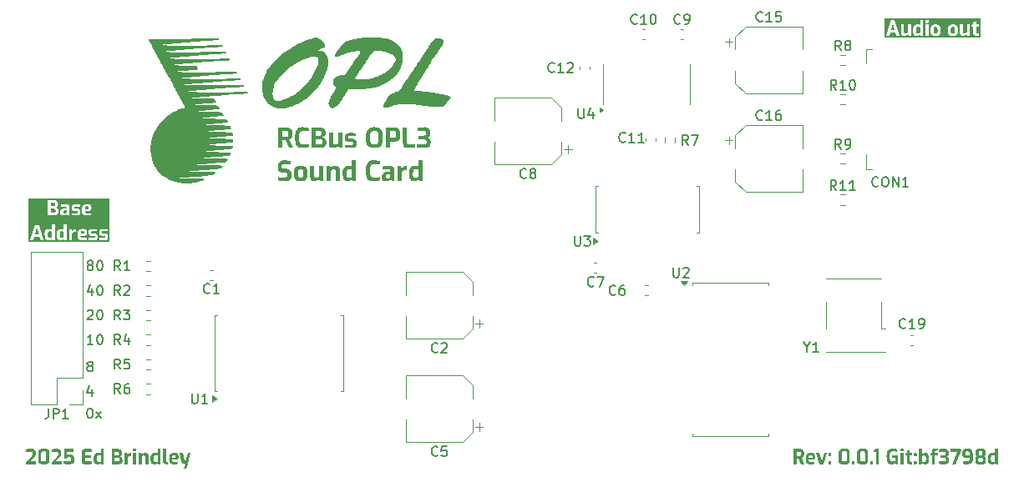
<source format=gbr>
%TF.GenerationSoftware,KiCad,Pcbnew,9.0.1+1*%
%TF.CreationDate,2025-10-08T18:49:05+00:00*%
%TF.ProjectId,rcbus-opl3,72636275-732d-46f7-906c-332e6b696361,@version@*%
%TF.SameCoordinates,Original*%
%TF.FileFunction,Legend,Top*%
%TF.FilePolarity,Positive*%
%FSLAX46Y46*%
G04 Gerber Fmt 4.6, Leading zero omitted, Abs format (unit mm)*
G04 Created by KiCad (PCBNEW 9.0.1+1) date 2025-10-08 18:49:05*
%MOMM*%
%LPD*%
G01*
G04 APERTURE LIST*
%ADD10C,0.300000*%
%ADD11C,0.340000*%
%ADD12C,0.150000*%
%ADD13C,0.400000*%
%ADD14C,0.120000*%
%ADD15C,0.100000*%
%ADD16C,0.000000*%
G04 APERTURE END LIST*
D10*
G36*
X151098106Y-117214998D02*
G01*
X151145918Y-117225457D01*
X151234395Y-117254491D01*
X151234395Y-117821806D01*
X151148574Y-117864213D01*
X151095558Y-117879331D01*
X151033719Y-117884637D01*
X150965910Y-117877256D01*
X150916757Y-117857435D01*
X150879835Y-117821301D01*
X150852460Y-117758425D01*
X150838583Y-117679176D01*
X150832951Y-117554818D01*
X150839021Y-117422647D01*
X150853834Y-117340312D01*
X150872032Y-117293588D01*
X150894951Y-117260761D01*
X150922344Y-117238829D01*
X150974666Y-117218899D01*
X151047000Y-117211443D01*
X151098106Y-117214998D01*
G37*
G36*
X152865457Y-117229588D02*
G01*
X152906573Y-117236997D01*
X152941984Y-117252712D01*
X152970412Y-117279678D01*
X152990928Y-117317319D01*
X153007506Y-117377773D01*
X153016297Y-117449047D01*
X153019780Y-117554635D01*
X153016312Y-117659952D01*
X153007506Y-117732047D01*
X152990908Y-117793443D01*
X152970412Y-117831515D01*
X152941962Y-117858702D01*
X152906573Y-117874471D01*
X152865457Y-117881880D01*
X152812326Y-117884637D01*
X152759378Y-117881879D01*
X152718445Y-117874471D01*
X152683288Y-117858720D01*
X152654881Y-117831515D01*
X152634493Y-117793449D01*
X152618061Y-117732047D01*
X152609518Y-117659949D01*
X152606154Y-117554635D01*
X152609533Y-117449050D01*
X152618061Y-117377773D01*
X152634473Y-117317313D01*
X152654881Y-117279678D01*
X152683267Y-117252694D01*
X152718445Y-117236997D01*
X152759378Y-117229589D01*
X152812326Y-117226830D01*
X152865457Y-117229588D01*
G37*
G36*
X154613748Y-117229588D02*
G01*
X154654863Y-117236997D01*
X154690274Y-117252712D01*
X154718702Y-117279678D01*
X154739218Y-117317319D01*
X154755797Y-117377773D01*
X154764587Y-117449047D01*
X154768070Y-117554635D01*
X154764602Y-117659952D01*
X154755797Y-117732047D01*
X154739198Y-117793443D01*
X154718702Y-117831515D01*
X154690252Y-117858702D01*
X154654863Y-117874471D01*
X154613748Y-117881880D01*
X154560616Y-117884637D01*
X154507669Y-117881879D01*
X154466735Y-117874471D01*
X154431578Y-117858720D01*
X154403171Y-117831515D01*
X154382783Y-117793449D01*
X154366351Y-117732047D01*
X154357808Y-117659949D01*
X154354445Y-117554635D01*
X154357823Y-117449050D01*
X154366351Y-117377773D01*
X154382763Y-117317313D01*
X154403171Y-117279678D01*
X154431557Y-117252694D01*
X154466735Y-117236997D01*
X154507669Y-117229589D01*
X154560616Y-117226830D01*
X154613748Y-117229588D01*
G37*
G36*
X148677355Y-117517724D02*
G01*
X148295329Y-117517724D01*
X148486480Y-116835370D01*
X148677355Y-117517724D01*
G37*
G36*
X157343216Y-118301806D02*
G01*
X147638375Y-118301806D01*
X147638375Y-118122500D01*
X147805042Y-118122500D01*
X148125244Y-118122500D01*
X148222331Y-117797351D01*
X148751544Y-117797351D01*
X148850646Y-118122500D01*
X149173962Y-118122500D01*
X149070357Y-117793230D01*
X149303197Y-117793230D01*
X149313721Y-117898554D01*
X149342756Y-117980991D01*
X149388560Y-118045655D01*
X149433935Y-118083798D01*
X149487482Y-118111541D01*
X149550822Y-118128964D01*
X149626147Y-118135139D01*
X149733415Y-118125323D01*
X149834151Y-118096213D01*
X149928802Y-118053706D01*
X150009090Y-118007644D01*
X150063861Y-118122500D01*
X150320499Y-118122500D01*
X150320499Y-117570205D01*
X150521450Y-117570205D01*
X150527320Y-117706339D01*
X150543222Y-117814147D01*
X150566971Y-117898468D01*
X150604021Y-117976701D01*
X150649234Y-118035836D01*
X150702617Y-118079085D01*
X150764947Y-118109371D01*
X150838174Y-118128404D01*
X150924634Y-118135139D01*
X150981844Y-118131107D01*
X151038848Y-118118927D01*
X151094254Y-118099878D01*
X151146651Y-118075330D01*
X151195117Y-118045930D01*
X151234395Y-118015063D01*
X151284953Y-118122500D01*
X151545804Y-118122500D01*
X151778446Y-118122500D01*
X152089947Y-118122500D01*
X152089947Y-117556192D01*
X152294653Y-117556192D01*
X152302363Y-117713260D01*
X152322772Y-117831057D01*
X152346432Y-117902828D01*
X152376680Y-117961454D01*
X152413080Y-118008927D01*
X152457740Y-118048560D01*
X152510967Y-118080465D01*
X152574097Y-118104639D01*
X152678402Y-118125761D01*
X152812326Y-118133582D01*
X152949187Y-118126131D01*
X153053943Y-118106196D01*
X153117302Y-118082994D01*
X153170306Y-118052075D01*
X153214411Y-118013506D01*
X153250277Y-117967005D01*
X153280151Y-117908729D01*
X153303529Y-117836461D01*
X153323564Y-117717415D01*
X153331189Y-117556192D01*
X154042943Y-117556192D01*
X154050654Y-117713260D01*
X154071062Y-117831057D01*
X154094722Y-117902828D01*
X154124971Y-117961454D01*
X154161371Y-118008927D01*
X154206030Y-118048560D01*
X154259257Y-118080465D01*
X154322388Y-118104639D01*
X154426692Y-118125761D01*
X154560616Y-118133582D01*
X154697477Y-118126131D01*
X154802233Y-118106196D01*
X154865593Y-118082994D01*
X154918596Y-118052075D01*
X154962701Y-118013506D01*
X154998568Y-117967005D01*
X155028442Y-117908729D01*
X155051819Y-117836461D01*
X155059095Y-117793230D01*
X155280797Y-117793230D01*
X155291320Y-117898554D01*
X155320355Y-117980991D01*
X155366160Y-118045655D01*
X155411535Y-118083798D01*
X155465081Y-118111541D01*
X155528421Y-118128964D01*
X155603747Y-118135139D01*
X155711014Y-118125323D01*
X155811750Y-118096213D01*
X155906401Y-118053706D01*
X155986689Y-118007644D01*
X156041460Y-118122500D01*
X156298099Y-118122500D01*
X156298099Y-117044564D01*
X156436401Y-117044564D01*
X156436401Y-117244050D01*
X156612439Y-117244050D01*
X156602089Y-117721605D01*
X156604879Y-117821295D01*
X156616366Y-117899082D01*
X156634604Y-117959009D01*
X156663924Y-118012843D01*
X156702488Y-118054208D01*
X156751200Y-118084764D01*
X156806517Y-118104639D01*
X156875900Y-118117719D01*
X156962317Y-118122500D01*
X157165374Y-118122500D01*
X157165374Y-117892331D01*
X157023317Y-117878226D01*
X156980360Y-117867968D01*
X156943816Y-117842139D01*
X156930093Y-117822278D01*
X156919178Y-117794970D01*
X156910477Y-117720048D01*
X156910477Y-117244050D01*
X157176549Y-117244050D01*
X157176549Y-116995105D01*
X156910477Y-116995105D01*
X156910477Y-116679116D01*
X156664921Y-116679116D01*
X156623613Y-116995105D01*
X156436401Y-117044564D01*
X156298099Y-117044564D01*
X156298099Y-116995105D01*
X155986689Y-116995105D01*
X155986689Y-117778667D01*
X155935714Y-117811539D01*
X155876322Y-117837834D01*
X155814136Y-117854707D01*
X155756063Y-117860091D01*
X155686043Y-117851212D01*
X155636445Y-117827301D01*
X155613697Y-117801720D01*
X155598242Y-117761214D01*
X155592206Y-117699532D01*
X155592206Y-116995105D01*
X155280797Y-116995105D01*
X155280797Y-117793230D01*
X155059095Y-117793230D01*
X155071854Y-117717415D01*
X155079479Y-117556192D01*
X155071420Y-117393685D01*
X155050262Y-117274091D01*
X155025930Y-117201431D01*
X154995564Y-117143251D01*
X154959678Y-117097229D01*
X154915620Y-117059111D01*
X154862592Y-117028457D01*
X154799119Y-117005363D01*
X154694715Y-116985318D01*
X154560616Y-116977886D01*
X154427929Y-116984886D01*
X154323945Y-117003806D01*
X154260714Y-117025957D01*
X154207515Y-117056080D01*
X154162928Y-117094115D01*
X154126636Y-117140201D01*
X154096120Y-117198385D01*
X154071886Y-117270977D01*
X154050964Y-117390931D01*
X154043019Y-117554635D01*
X154042943Y-117556192D01*
X153331189Y-117556192D01*
X153323129Y-117393685D01*
X153301972Y-117274091D01*
X153277640Y-117201431D01*
X153247274Y-117143251D01*
X153211388Y-117097229D01*
X153167330Y-117059111D01*
X153114302Y-117028457D01*
X153050829Y-117005363D01*
X152946424Y-116985318D01*
X152812326Y-116977886D01*
X152679639Y-116984886D01*
X152575654Y-117003806D01*
X152512423Y-117025957D01*
X152459225Y-117056080D01*
X152414637Y-117094115D01*
X152378345Y-117140201D01*
X152347830Y-117198385D01*
X152323596Y-117270977D01*
X152302674Y-117390931D01*
X152294729Y-117554635D01*
X152294653Y-117556192D01*
X152089947Y-117556192D01*
X152089947Y-116995105D01*
X151778446Y-116995105D01*
X151778446Y-118122500D01*
X151545804Y-118122500D01*
X151545804Y-116581663D01*
X151772584Y-116581663D01*
X151772584Y-116787102D01*
X151777621Y-116810823D01*
X151791282Y-116824135D01*
X151816181Y-116829142D01*
X152055875Y-116829142D01*
X152078351Y-116824316D01*
X152091023Y-116811171D01*
X152095809Y-116787102D01*
X152095809Y-116581663D01*
X152085917Y-116549240D01*
X152073969Y-116539892D01*
X152055875Y-116536509D01*
X151816181Y-116536509D01*
X151791576Y-116541728D01*
X151777774Y-116555880D01*
X151772584Y-116581663D01*
X151545804Y-116581663D01*
X151545804Y-116520205D01*
X151234395Y-116520205D01*
X151234395Y-117030459D01*
X151099664Y-116993640D01*
X151023199Y-116981828D01*
X150945700Y-116977886D01*
X150839475Y-116985667D01*
X150756341Y-117006863D01*
X150691626Y-117039252D01*
X150637312Y-117086093D01*
X150593495Y-117148797D01*
X150560193Y-117230677D01*
X150539999Y-117318350D01*
X150526448Y-117429985D01*
X150521998Y-117554818D01*
X150521450Y-117570205D01*
X150320499Y-117570205D01*
X150320499Y-116995105D01*
X150009090Y-116995105D01*
X150009090Y-117778667D01*
X149958114Y-117811539D01*
X149898722Y-117837834D01*
X149836536Y-117854707D01*
X149778463Y-117860091D01*
X149708443Y-117851212D01*
X149658845Y-117827301D01*
X149636097Y-117801720D01*
X149620643Y-117761214D01*
X149614607Y-117699532D01*
X149614607Y-116995105D01*
X149303197Y-116995105D01*
X149303197Y-117793230D01*
X149070357Y-117793230D01*
X148684957Y-116568382D01*
X148294047Y-116568382D01*
X147995335Y-117517724D01*
X147805042Y-118122500D01*
X147638375Y-118122500D01*
X147638375Y-116353538D01*
X157343216Y-116353538D01*
X157343216Y-118301806D01*
G37*
D11*
G36*
X139125714Y-160074064D02*
G01*
X139207768Y-160090547D01*
X139283302Y-160120924D01*
X139349001Y-160167667D01*
X139402087Y-160230942D01*
X139444439Y-160318975D01*
X139469306Y-160422449D01*
X139478786Y-160565172D01*
X139473055Y-160669299D01*
X139457720Y-160748995D01*
X139432331Y-160819784D01*
X139402124Y-160872552D01*
X139364670Y-160916521D01*
X139323630Y-160949855D01*
X139233963Y-160997940D01*
X139522932Y-161622500D01*
X139206852Y-161622500D01*
X138955709Y-161047124D01*
X138898465Y-161046575D01*
X138832519Y-161045659D01*
X138765200Y-161044835D01*
X138704383Y-161043644D01*
X138704383Y-161622500D01*
X138392973Y-161622500D01*
X138392973Y-160798180D01*
X138704383Y-160798180D01*
X138981721Y-160798180D01*
X139022015Y-160795437D01*
X139056825Y-160787647D01*
X139088287Y-160773156D01*
X139115719Y-160750644D01*
X139137309Y-160720805D01*
X139154095Y-160679661D01*
X139163712Y-160631915D01*
X139167376Y-160566729D01*
X139163624Y-160503332D01*
X139153820Y-160457461D01*
X139136762Y-160418324D01*
X139115169Y-160391149D01*
X139087917Y-160371082D01*
X139056276Y-160357810D01*
X138981721Y-160348010D01*
X138704383Y-160348010D01*
X138704383Y-160798180D01*
X138392973Y-160798180D01*
X138392973Y-160068382D01*
X139035485Y-160068382D01*
X139125714Y-160074064D01*
G37*
G36*
X140297281Y-160487276D02*
G01*
X140406511Y-160511225D01*
X140468562Y-160539901D01*
X140516377Y-160578991D01*
X140552141Y-160629194D01*
X140575577Y-160687481D01*
X140591384Y-160765146D01*
X140597296Y-160867148D01*
X140591663Y-160941911D01*
X140576261Y-161000810D01*
X140552599Y-161047033D01*
X140519101Y-161086547D01*
X140477432Y-161117803D01*
X140426295Y-161141188D01*
X140340360Y-161161674D01*
X140233313Y-161169124D01*
X139948281Y-161169124D01*
X139958047Y-161249800D01*
X139975118Y-161305869D01*
X140006000Y-161349293D01*
X140056817Y-161379417D01*
X140123389Y-161395136D01*
X140231298Y-161401582D01*
X140560934Y-161401582D01*
X140560934Y-161584123D01*
X140380500Y-161617645D01*
X140278160Y-161629278D01*
X140148774Y-161633582D01*
X140024692Y-161627151D01*
X139926900Y-161609722D01*
X139850645Y-161583573D01*
X139783765Y-161542425D01*
X139730375Y-161484943D01*
X139689353Y-161408360D01*
X139663810Y-161323172D01*
X139646357Y-161209229D01*
X139639803Y-161059672D01*
X139642917Y-160983194D01*
X139945167Y-160983194D01*
X140201073Y-160983194D01*
X140258567Y-160976074D01*
X140293305Y-160958098D01*
X140314310Y-160926182D01*
X140322706Y-160868705D01*
X140317536Y-160810489D01*
X140304113Y-160770336D01*
X140280322Y-160739192D01*
X140245036Y-160718038D01*
X140200947Y-160706680D01*
X140137783Y-160702284D01*
X140071236Y-160708839D01*
X140024485Y-160726098D01*
X139989226Y-160757736D01*
X139963669Y-160811094D01*
X139950489Y-160878482D01*
X139945167Y-160983194D01*
X139642917Y-160983194D01*
X139646057Y-160906070D01*
X139662630Y-160790195D01*
X139686697Y-160704665D01*
X139725973Y-160627393D01*
X139777491Y-160569621D01*
X139842219Y-160528353D01*
X139916568Y-160502061D01*
X140013354Y-160484429D01*
X140137783Y-160477886D01*
X140297281Y-160487276D01*
G37*
G36*
X141064502Y-161622500D02*
G01*
X140686505Y-160495105D01*
X141007166Y-160495105D01*
X141249882Y-161334629D01*
X141501116Y-160495105D01*
X141818663Y-160495105D01*
X141423081Y-161622500D01*
X141064502Y-161622500D01*
G37*
G36*
X142001020Y-161625614D02*
G01*
X141976130Y-161620600D01*
X141962464Y-161607263D01*
X141957423Y-161583482D01*
X141957423Y-161368792D01*
X141962613Y-161343009D01*
X141976415Y-161328857D01*
X142001020Y-161323638D01*
X142180722Y-161323638D01*
X142206417Y-161328939D01*
X142220665Y-161343167D01*
X142225968Y-161368792D01*
X142225968Y-161583482D01*
X142222440Y-161604213D01*
X142213237Y-161616271D01*
X142180722Y-161625614D01*
X142001020Y-161625614D01*
G37*
G36*
X142001020Y-160793234D02*
G01*
X141976130Y-160788220D01*
X141962464Y-160774884D01*
X141957423Y-160751102D01*
X141957423Y-160536413D01*
X141962613Y-160510629D01*
X141976415Y-160496477D01*
X142001020Y-160491258D01*
X142180722Y-160491258D01*
X142206417Y-160496560D01*
X142220665Y-160510787D01*
X142225968Y-160536413D01*
X142225968Y-160751102D01*
X142222440Y-160771834D01*
X142213237Y-160783892D01*
X142180722Y-160793234D01*
X142001020Y-160793234D01*
G37*
G36*
X143811967Y-160061898D02*
G01*
X143884096Y-160078884D01*
X143944491Y-160105568D01*
X143998132Y-160143533D01*
X144041700Y-160190685D01*
X144076016Y-160248084D01*
X144099586Y-160311414D01*
X144114569Y-160385650D01*
X144119888Y-160472757D01*
X144119888Y-161230123D01*
X144112510Y-161327281D01*
X144091915Y-161407411D01*
X144059589Y-161473609D01*
X144015841Y-161528252D01*
X143960963Y-161572045D01*
X143895561Y-161604183D01*
X143817533Y-161624512D01*
X143724123Y-161631750D01*
X143399708Y-161631750D01*
X143314132Y-161626255D01*
X143240755Y-161610716D01*
X143177691Y-161586138D01*
X143120952Y-161550589D01*
X143074806Y-161505737D01*
X143038198Y-161450675D01*
X143012799Y-161388976D01*
X142996671Y-161316176D01*
X142990937Y-161230123D01*
X142990937Y-160503531D01*
X143302346Y-160503531D01*
X143302346Y-161182496D01*
X143308026Y-161239466D01*
X143323260Y-161281155D01*
X143346676Y-161311365D01*
X143378649Y-161333109D01*
X143420000Y-161347037D01*
X143473438Y-161352123D01*
X143641233Y-161352123D01*
X143696644Y-161346735D01*
X143737568Y-161332252D01*
X143767537Y-161309991D01*
X143789243Y-161279321D01*
X143803291Y-161238391D01*
X143808478Y-161184053D01*
X143808478Y-160503531D01*
X143802905Y-160443504D01*
X143788338Y-160401791D01*
X143766621Y-160373472D01*
X143719170Y-160345550D01*
X143653506Y-160335462D01*
X143462722Y-160335462D01*
X143412590Y-160340694D01*
X143373768Y-160355101D01*
X143343654Y-160377868D01*
X143321719Y-160408617D01*
X143307563Y-160449475D01*
X143302346Y-160503531D01*
X142990937Y-160503531D01*
X142990937Y-160472757D01*
X142996910Y-160382875D01*
X143013657Y-160307370D01*
X143039938Y-160243871D01*
X143077700Y-160186983D01*
X143124737Y-160140559D01*
X143181996Y-160103645D01*
X143245630Y-160077716D01*
X143318175Y-160061512D01*
X143401265Y-160055834D01*
X143725680Y-160055834D01*
X143811967Y-160061898D01*
G37*
G36*
X144391181Y-161625614D02*
G01*
X144366290Y-161620600D01*
X144352625Y-161607263D01*
X144347583Y-161583482D01*
X144347583Y-161368792D01*
X144352773Y-161343009D01*
X144366576Y-161328857D01*
X144391181Y-161323638D01*
X144570883Y-161323638D01*
X144596577Y-161328939D01*
X144610825Y-161343167D01*
X144616129Y-161368792D01*
X144616129Y-161583482D01*
X144612601Y-161604213D01*
X144603397Y-161616271D01*
X144570883Y-161625614D01*
X144391181Y-161625614D01*
G37*
G36*
X145661374Y-160061898D02*
G01*
X145733503Y-160078884D01*
X145793898Y-160105568D01*
X145847539Y-160143533D01*
X145891107Y-160190685D01*
X145925423Y-160248084D01*
X145948993Y-160311414D01*
X145963976Y-160385650D01*
X145969295Y-160472757D01*
X145969295Y-161230123D01*
X145961917Y-161327281D01*
X145941322Y-161407411D01*
X145908996Y-161473609D01*
X145865247Y-161528252D01*
X145810370Y-161572045D01*
X145744968Y-161604183D01*
X145666940Y-161624512D01*
X145573530Y-161631750D01*
X145249114Y-161631750D01*
X145163539Y-161626255D01*
X145090162Y-161610716D01*
X145027098Y-161586138D01*
X144970359Y-161550589D01*
X144924213Y-161505737D01*
X144887604Y-161450675D01*
X144862206Y-161388976D01*
X144846077Y-161316176D01*
X144840343Y-161230123D01*
X144840343Y-160503531D01*
X145151753Y-160503531D01*
X145151753Y-161182496D01*
X145157433Y-161239466D01*
X145172666Y-161281155D01*
X145196083Y-161311365D01*
X145228055Y-161333109D01*
X145269407Y-161347037D01*
X145322845Y-161352123D01*
X145490640Y-161352123D01*
X145546051Y-161346735D01*
X145586975Y-161332252D01*
X145616944Y-161309991D01*
X145638650Y-161279321D01*
X145652698Y-161238391D01*
X145657885Y-161184053D01*
X145657885Y-160503531D01*
X145652311Y-160443504D01*
X145637744Y-160401791D01*
X145616028Y-160373472D01*
X145568577Y-160345550D01*
X145502913Y-160335462D01*
X145312129Y-160335462D01*
X145261997Y-160340694D01*
X145223174Y-160355101D01*
X145193061Y-160377868D01*
X145171126Y-160408617D01*
X145156970Y-160449475D01*
X145151753Y-160503531D01*
X144840343Y-160503531D01*
X144840343Y-160472757D01*
X144846316Y-160382875D01*
X144863064Y-160307370D01*
X144889345Y-160243871D01*
X144927107Y-160186983D01*
X144974144Y-160140559D01*
X145031402Y-160103645D01*
X145095037Y-160077716D01*
X145167582Y-160061512D01*
X145250671Y-160055834D01*
X145575087Y-160055834D01*
X145661374Y-160061898D01*
G37*
G36*
X146240588Y-161625614D02*
G01*
X146215697Y-161620600D01*
X146202032Y-161607263D01*
X146196990Y-161583482D01*
X146196990Y-161368792D01*
X146202180Y-161343009D01*
X146215983Y-161328857D01*
X146240588Y-161323638D01*
X146420289Y-161323638D01*
X146445984Y-161328939D01*
X146460232Y-161343167D01*
X146465535Y-161368792D01*
X146465535Y-161583482D01*
X146462007Y-161604213D01*
X146452804Y-161616271D01*
X146420289Y-161625614D01*
X146240588Y-161625614D01*
G37*
G36*
X146768977Y-161622500D02*
G01*
X146768977Y-160352498D01*
X146492921Y-160386936D01*
X146492921Y-160187451D01*
X146802774Y-160054644D01*
X147080478Y-160054644D01*
X147080478Y-161622500D01*
X146768977Y-161622500D01*
G37*
G36*
X148324926Y-161633032D02*
G01*
X148228906Y-161626442D01*
X148150177Y-161607418D01*
X148085598Y-161577528D01*
X148028337Y-161535248D01*
X147979946Y-161482450D01*
X147939877Y-161417885D01*
X147896438Y-161307616D01*
X147866421Y-161168941D01*
X147850893Y-161019524D01*
X147845355Y-160845532D01*
X147851744Y-160663649D01*
X147869443Y-160511683D01*
X147890716Y-160415245D01*
X147919618Y-160332911D01*
X147955447Y-160262830D01*
X148002084Y-160200510D01*
X148059773Y-160149004D01*
X148129837Y-160107583D01*
X148206830Y-160079377D01*
X148301978Y-160060964D01*
X148418990Y-160054277D01*
X148614537Y-160062612D01*
X148783522Y-160086517D01*
X148943257Y-160122421D01*
X148943257Y-160363306D01*
X148825379Y-160349475D01*
X148662072Y-160338393D01*
X148475776Y-160333905D01*
X148387463Y-160340103D01*
X148321811Y-160356584D01*
X148273726Y-160381074D01*
X148234862Y-160417427D01*
X148203756Y-160469185D01*
X148181036Y-160540534D01*
X148163678Y-160662979D01*
X148156764Y-160846632D01*
X148160460Y-160991511D01*
X148170045Y-161095576D01*
X148189190Y-161186622D01*
X148214650Y-161247892D01*
X148251595Y-161295302D01*
X148297448Y-161325103D01*
X148352663Y-161341292D01*
X148424760Y-161347268D01*
X148510224Y-161343524D01*
X148589532Y-161332614D01*
X148716111Y-161302572D01*
X148716111Y-160999955D01*
X148437216Y-160999955D01*
X148437216Y-160755498D01*
X148541996Y-160745057D01*
X148669583Y-160737730D01*
X148796253Y-160734524D01*
X148917703Y-160735898D01*
X149015339Y-160740478D01*
X149015339Y-161622500D01*
X148782057Y-161622500D01*
X148738734Y-161517353D01*
X148671683Y-161551259D01*
X148567734Y-161592549D01*
X148453181Y-161622359D01*
X148324926Y-161633032D01*
G37*
G36*
X149305225Y-160329142D02*
G01*
X149280325Y-160324135D01*
X149266664Y-160310823D01*
X149261627Y-160287102D01*
X149261627Y-160081663D01*
X149266817Y-160055880D01*
X149280620Y-160041728D01*
X149305225Y-160036509D01*
X149544919Y-160036509D01*
X149563013Y-160039892D01*
X149574961Y-160049240D01*
X149584852Y-160081663D01*
X149584852Y-160287102D01*
X149580066Y-160311171D01*
X149567394Y-160324316D01*
X149544919Y-160329142D01*
X149305225Y-160329142D01*
G37*
G36*
X149267489Y-161622500D02*
G01*
X149267489Y-160495105D01*
X149578991Y-160495105D01*
X149578991Y-161622500D01*
X149267489Y-161622500D01*
G37*
G36*
X150246964Y-161622500D02*
G01*
X150160547Y-161617719D01*
X150091164Y-161604639D01*
X150035847Y-161584764D01*
X149987135Y-161554208D01*
X149948572Y-161512843D01*
X149919251Y-161459009D01*
X149901013Y-161399082D01*
X149889526Y-161321295D01*
X149886736Y-161221605D01*
X149897086Y-160744050D01*
X149721048Y-160744050D01*
X149721048Y-160544564D01*
X149908260Y-160495105D01*
X149949568Y-160179116D01*
X150195124Y-160179116D01*
X150195124Y-160495105D01*
X150461196Y-160495105D01*
X150461196Y-160744050D01*
X150195124Y-160744050D01*
X150195124Y-161220048D01*
X150203825Y-161294970D01*
X150214741Y-161322278D01*
X150228463Y-161342139D01*
X150265008Y-161367968D01*
X150307964Y-161378226D01*
X150450022Y-161392331D01*
X150450022Y-161622500D01*
X150246964Y-161622500D01*
G37*
G36*
X150670664Y-161625614D02*
G01*
X150645774Y-161620600D01*
X150632108Y-161607263D01*
X150627067Y-161583482D01*
X150627067Y-161368792D01*
X150632257Y-161343009D01*
X150646059Y-161328857D01*
X150670664Y-161323638D01*
X150850366Y-161323638D01*
X150876061Y-161328939D01*
X150890309Y-161343167D01*
X150895612Y-161368792D01*
X150895612Y-161583482D01*
X150892084Y-161604213D01*
X150882881Y-161616271D01*
X150850366Y-161625614D01*
X150670664Y-161625614D01*
G37*
G36*
X150670664Y-160793234D02*
G01*
X150645774Y-160788220D01*
X150632108Y-160774884D01*
X150627067Y-160751102D01*
X150627067Y-160536413D01*
X150632257Y-160510629D01*
X150646059Y-160496477D01*
X150670664Y-160491258D01*
X150850366Y-160491258D01*
X150876061Y-160496560D01*
X150890309Y-160510787D01*
X150895612Y-160536413D01*
X150895612Y-160751102D01*
X150892084Y-160771834D01*
X150882881Y-160783892D01*
X150850366Y-160793234D01*
X150670664Y-160793234D01*
G37*
G36*
X151435725Y-160573324D02*
G01*
X151504960Y-160539601D01*
X151587033Y-160507561D01*
X151671549Y-160485005D01*
X151748508Y-160477886D01*
X151843537Y-160485386D01*
X151919862Y-160506103D01*
X151981149Y-160538336D01*
X152032528Y-160584279D01*
X152075133Y-160646543D01*
X152108736Y-160728662D01*
X152129473Y-160816280D01*
X152143422Y-160928504D01*
X152148578Y-161070205D01*
X152143404Y-161196517D01*
X152129150Y-161300467D01*
X152107454Y-161385370D01*
X152073553Y-161465070D01*
X152031388Y-161526648D01*
X151981149Y-161573132D01*
X151921534Y-161606605D01*
X151850034Y-161627650D01*
X151763804Y-161635139D01*
X151691847Y-161630757D01*
X151631088Y-161618469D01*
X151574685Y-161598822D01*
X151525392Y-161574414D01*
X151435725Y-161515063D01*
X151385166Y-161622500D01*
X151124223Y-161622500D01*
X151124223Y-160791219D01*
X151435725Y-160791219D01*
X151435725Y-161326386D01*
X151526858Y-161364304D01*
X151580973Y-161377027D01*
X151647117Y-161381615D01*
X151700047Y-161374226D01*
X151745211Y-161352672D01*
X151781492Y-161315654D01*
X151812347Y-161252472D01*
X151830086Y-161174116D01*
X151837168Y-161054818D01*
X151829318Y-160918962D01*
X151810698Y-160840312D01*
X151778082Y-160780796D01*
X151740814Y-160749911D01*
X151695895Y-160733817D01*
X151647117Y-160728387D01*
X151586618Y-160733350D01*
X151530979Y-160747896D01*
X151435725Y-160791219D01*
X151124223Y-160791219D01*
X151124223Y-160020205D01*
X151435725Y-160020205D01*
X151435725Y-160573324D01*
G37*
G36*
X152431320Y-161622500D02*
G01*
X152431320Y-160744050D01*
X152271676Y-160744050D01*
X152271676Y-160544564D01*
X152431320Y-160495105D01*
X152431320Y-160419634D01*
X152436147Y-160324416D01*
X152449387Y-160247321D01*
X152469513Y-160185344D01*
X152500386Y-160129100D01*
X152540226Y-160084788D01*
X152589772Y-160050888D01*
X152646250Y-160028019D01*
X152717201Y-160013037D01*
X152805835Y-160007566D01*
X152877727Y-160010276D01*
X152940016Y-160017916D01*
X153039667Y-160038615D01*
X153039667Y-160261090D01*
X152867843Y-160261090D01*
X152822911Y-160265267D01*
X152792738Y-160276019D01*
X152769691Y-160294666D01*
X152754178Y-160321632D01*
X152745992Y-160355014D01*
X152742821Y-160402781D01*
X152742821Y-160495105D01*
X153030050Y-160495105D01*
X153030050Y-160744050D01*
X152742821Y-160744050D01*
X152742821Y-161622500D01*
X152431320Y-161622500D01*
G37*
G36*
X153732554Y-161635139D02*
G01*
X153566992Y-161632159D01*
X153412993Y-161623507D01*
X153264529Y-161608943D01*
X153137761Y-161590259D01*
X153137761Y-161341681D01*
X153614768Y-161341681D01*
X153696298Y-161338174D01*
X153755360Y-161329042D01*
X153805139Y-161310730D01*
X153837059Y-161284803D01*
X153856241Y-161248618D01*
X153863437Y-161195319D01*
X153863437Y-161130564D01*
X153856113Y-161078899D01*
X153836052Y-161041721D01*
X153804590Y-161013553D01*
X153762779Y-160993544D01*
X153715197Y-160981811D01*
X153659373Y-160976233D01*
X153276614Y-160960021D01*
X153276614Y-160721793D01*
X153645634Y-160701460D01*
X153735066Y-160688738D01*
X153793187Y-160666472D01*
X153821414Y-160642852D01*
X153838665Y-160610276D01*
X153844936Y-160565630D01*
X153844936Y-160512874D01*
X153838231Y-160460808D01*
X153819618Y-160421096D01*
X153789340Y-160390691D01*
X153749896Y-160370521D01*
X153690484Y-160356306D01*
X153604052Y-160350758D01*
X153171192Y-160350758D01*
X153171192Y-160102179D01*
X153432318Y-160068199D01*
X153575240Y-160057441D01*
X153728799Y-160055834D01*
X153818766Y-160062033D01*
X153895047Y-160077548D01*
X153959700Y-160101263D01*
X154018574Y-160135596D01*
X154066199Y-160178322D01*
X154103864Y-160230040D01*
X154130520Y-160288597D01*
X154147353Y-160357582D01*
X154153323Y-160439143D01*
X154153323Y-160554914D01*
X154149498Y-160613388D01*
X154138760Y-160662717D01*
X154120960Y-160707638D01*
X154097636Y-160745423D01*
X154068607Y-160777971D01*
X154035354Y-160804408D01*
X153998409Y-160825299D01*
X153958326Y-160840861D01*
X154000901Y-160856818D01*
X154041491Y-160881436D01*
X154078018Y-160913014D01*
X154110550Y-160951595D01*
X154137154Y-160995926D01*
X154158361Y-161049323D01*
X154171455Y-161107332D01*
X154176038Y-161173612D01*
X154176038Y-161253662D01*
X154167928Y-161345338D01*
X154145129Y-161421302D01*
X154108818Y-161484611D01*
X154058618Y-161537411D01*
X153997937Y-161578209D01*
X153925049Y-161608674D01*
X153837565Y-161628163D01*
X153732554Y-161635139D01*
G37*
G36*
X154521702Y-161622500D02*
G01*
X154982131Y-160379883D01*
X154322034Y-160379883D01*
X154322034Y-160068382D01*
X155302150Y-160068382D01*
X155383391Y-160201189D01*
X154869199Y-161622500D01*
X154521702Y-161622500D01*
G37*
G36*
X156252390Y-160066592D02*
G01*
X156343632Y-160092196D01*
X156397839Y-160120398D01*
X156446175Y-160159696D01*
X156489262Y-160211356D01*
X156523004Y-160270196D01*
X156552954Y-160346942D01*
X156578105Y-160445371D01*
X156599885Y-160604686D01*
X156608239Y-160823551D01*
X156603315Y-160975893D01*
X156589699Y-161102771D01*
X156568946Y-161207592D01*
X156536951Y-161309384D01*
X156498256Y-161391805D01*
X156453633Y-161457819D01*
X156398749Y-161515060D01*
X156337432Y-161559788D01*
X156268894Y-161592916D01*
X156195386Y-161615189D01*
X156113359Y-161629102D01*
X156021598Y-161633948D01*
X155814968Y-161624881D01*
X155625741Y-161599877D01*
X155625741Y-161354321D01*
X155991373Y-161354321D01*
X156069562Y-161347381D01*
X156132299Y-161328134D01*
X156182747Y-161297879D01*
X156223098Y-161256410D01*
X156261604Y-161187100D01*
X156287240Y-161093313D01*
X156296829Y-160967898D01*
X156194522Y-160989880D01*
X156078109Y-161000963D01*
X155946310Y-161003527D01*
X155843690Y-160997961D01*
X155763686Y-160982940D01*
X155702037Y-160960479D01*
X155646530Y-160926812D01*
X155603955Y-160885935D01*
X155572618Y-160837289D01*
X155543674Y-160752097D01*
X155533326Y-160646963D01*
X155533326Y-160485946D01*
X155844186Y-160485946D01*
X155844186Y-160587062D01*
X155849856Y-160643936D01*
X155864336Y-160681035D01*
X155889520Y-160708421D01*
X155926709Y-160726556D01*
X155971734Y-160735775D01*
X156033230Y-160739287D01*
X156296829Y-160739287D01*
X156293322Y-160624327D01*
X156284189Y-160540901D01*
X156266920Y-160467580D01*
X156244805Y-160417802D01*
X156214080Y-160379042D01*
X156178127Y-160355062D01*
X156135588Y-160341903D01*
X156081407Y-160337110D01*
X155988167Y-160337110D01*
X155945257Y-160340971D01*
X155910864Y-160351673D01*
X155882398Y-160370550D01*
X155861313Y-160398385D01*
X155848955Y-160433946D01*
X155844186Y-160485946D01*
X155533326Y-160485946D01*
X155533326Y-160424122D01*
X155539457Y-160337638D01*
X155556346Y-160268081D01*
X155582419Y-160212272D01*
X155619468Y-160163203D01*
X155664371Y-160124248D01*
X155718065Y-160094577D01*
X155808999Y-160067178D01*
X155917459Y-160057483D01*
X156142864Y-160057483D01*
X156252390Y-160066592D01*
G37*
G36*
X157616326Y-160064618D02*
G01*
X157699729Y-160088166D01*
X157749765Y-160113853D01*
X157792161Y-160147951D01*
X157827774Y-160191114D01*
X157853253Y-160240740D01*
X157869702Y-160302918D01*
X157875676Y-160380708D01*
X157875676Y-160557662D01*
X157869539Y-160622691D01*
X157847924Y-160700361D01*
X157829457Y-160737146D01*
X157805609Y-160767863D01*
X157775399Y-160791037D01*
X157737282Y-160804683D01*
X157801032Y-160828731D01*
X157844168Y-160867331D01*
X157874373Y-160917170D01*
X157893261Y-160971195D01*
X157903466Y-161026702D01*
X157906634Y-161074877D01*
X157906634Y-161293504D01*
X157899951Y-161383700D01*
X157882005Y-161451987D01*
X157854976Y-161503156D01*
X157816683Y-161546660D01*
X157770929Y-161579998D01*
X157716582Y-161603815D01*
X157626865Y-161624502D01*
X157523966Y-161631750D01*
X157240400Y-161631750D01*
X157160507Y-161628000D01*
X157085428Y-161617004D01*
X157014776Y-161596265D01*
X156953995Y-161564980D01*
X156903051Y-161521073D01*
X156863503Y-161462124D01*
X156839450Y-161390879D01*
X156830439Y-161293504D01*
X156830439Y-161098232D01*
X157141848Y-161098232D01*
X157141848Y-161235344D01*
X157146964Y-161282370D01*
X157160516Y-161315333D01*
X157181324Y-161338018D01*
X157226399Y-161359282D01*
X157294164Y-161367418D01*
X157450235Y-161367418D01*
X157506863Y-161362581D01*
X157543370Y-161350388D01*
X157565823Y-161332980D01*
X157587218Y-161293470D01*
X157595224Y-161235344D01*
X157595224Y-161098232D01*
X157585774Y-161036828D01*
X157560328Y-160995742D01*
X157534736Y-160977318D01*
X157498876Y-160965149D01*
X157449319Y-160960571D01*
X157293615Y-160960571D01*
X157238202Y-160969089D01*
X157189476Y-160994918D01*
X157170226Y-161014211D01*
X157154946Y-161037965D01*
X157145271Y-161065226D01*
X157141848Y-161098232D01*
X156830439Y-161098232D01*
X156830439Y-161079914D01*
X156835837Y-161021063D01*
X156851596Y-160967898D01*
X156877215Y-160919717D01*
X156911130Y-160879238D01*
X156953167Y-160848605D01*
X157002721Y-160830695D01*
X156945075Y-160794702D01*
X156908108Y-160756598D01*
X156883168Y-160712065D01*
X156869456Y-160663358D01*
X156861305Y-160557662D01*
X156861305Y-160455629D01*
X157165112Y-160455629D01*
X157165112Y-160552807D01*
X157173998Y-160624854D01*
X157195612Y-160664365D01*
X157232675Y-160687413D01*
X157293615Y-160696331D01*
X157446297Y-160696331D01*
X157494705Y-160691068D01*
X157525157Y-160677738D01*
X157547466Y-160655778D01*
X157561793Y-160626355D01*
X157571960Y-160552807D01*
X157571960Y-160455629D01*
X157567124Y-160399621D01*
X157555182Y-160365270D01*
X157538437Y-160345537D01*
X157501286Y-160327281D01*
X157450785Y-160320624D01*
X157294164Y-160320624D01*
X157233316Y-160328221D01*
X157196345Y-160347460D01*
X157180666Y-160367940D01*
X157169556Y-160401981D01*
X157165112Y-160455629D01*
X156861305Y-160455629D01*
X156861305Y-160380708D01*
X156867535Y-160303085D01*
X156884733Y-160240908D01*
X156911497Y-160191114D01*
X156948602Y-160148065D01*
X156992745Y-160113935D01*
X157044853Y-160088166D01*
X157130545Y-160064498D01*
X157225104Y-160056384D01*
X157519936Y-160056384D01*
X157616326Y-160064618D01*
G37*
G36*
X159136244Y-161622500D02*
G01*
X158875392Y-161622500D01*
X158824834Y-161515063D01*
X158785556Y-161545930D01*
X158737090Y-161575330D01*
X158684694Y-161599878D01*
X158629287Y-161618927D01*
X158572283Y-161631107D01*
X158515073Y-161635139D01*
X158428613Y-161628404D01*
X158355386Y-161609371D01*
X158293056Y-161579085D01*
X158239673Y-161535836D01*
X158194460Y-161476701D01*
X158157410Y-161398468D01*
X158133662Y-161314147D01*
X158117759Y-161206339D01*
X158111889Y-161070205D01*
X158112437Y-161054818D01*
X158423390Y-161054818D01*
X158429022Y-161179176D01*
X158442899Y-161258425D01*
X158470274Y-161321301D01*
X158507196Y-161357435D01*
X158556350Y-161377256D01*
X158624158Y-161384637D01*
X158685997Y-161379331D01*
X158739013Y-161364213D01*
X158824834Y-161321806D01*
X158824834Y-160754491D01*
X158736357Y-160725457D01*
X158688545Y-160714998D01*
X158637439Y-160711443D01*
X158565105Y-160718899D01*
X158512783Y-160738829D01*
X158485391Y-160760761D01*
X158462471Y-160793588D01*
X158444273Y-160840312D01*
X158429460Y-160922647D01*
X158423390Y-161054818D01*
X158112437Y-161054818D01*
X158116887Y-160929985D01*
X158130438Y-160818350D01*
X158150632Y-160730677D01*
X158183934Y-160648797D01*
X158227751Y-160586093D01*
X158282065Y-160539252D01*
X158346781Y-160506863D01*
X158429915Y-160485667D01*
X158536139Y-160477886D01*
X158613638Y-160481828D01*
X158690104Y-160493640D01*
X158824834Y-160530459D01*
X158824834Y-160020205D01*
X159136244Y-160020205D01*
X159136244Y-161622500D01*
G37*
D10*
G36*
X60595804Y-161622500D02*
G01*
X60595804Y-161373555D01*
X61115400Y-160857073D01*
X61174136Y-160796273D01*
X61217616Y-160743958D01*
X61252977Y-160690667D01*
X61277058Y-160640277D01*
X61291891Y-160587512D01*
X61296933Y-160530368D01*
X61291310Y-160476573D01*
X61275593Y-160433373D01*
X61247990Y-160398395D01*
X61204701Y-160371823D01*
X61150184Y-160356704D01*
X61068872Y-160350758D01*
X60632898Y-160350758D01*
X60632898Y-160105293D01*
X60855739Y-160071588D01*
X60982100Y-160059987D01*
X61130238Y-160055834D01*
X61251026Y-160062349D01*
X61344433Y-160079864D01*
X61415727Y-160105935D01*
X61479608Y-160145226D01*
X61528424Y-160193357D01*
X61564105Y-160251106D01*
X61587958Y-160315892D01*
X61603080Y-160391345D01*
X61608435Y-160479351D01*
X61601196Y-160581583D01*
X61580499Y-160671051D01*
X61546092Y-160755026D01*
X61497518Y-160835915D01*
X61437236Y-160912883D01*
X61359398Y-160995559D01*
X61009246Y-161341773D01*
X61656062Y-161341773D01*
X61656062Y-161622500D01*
X60595804Y-161622500D01*
G37*
G36*
X62665037Y-160061898D02*
G01*
X62737166Y-160078884D01*
X62797561Y-160105568D01*
X62851202Y-160143533D01*
X62894770Y-160190685D01*
X62929086Y-160248084D01*
X62952656Y-160311414D01*
X62967639Y-160385650D01*
X62972958Y-160472757D01*
X62972958Y-161230123D01*
X62965580Y-161327281D01*
X62944985Y-161407411D01*
X62912660Y-161473609D01*
X62868911Y-161528252D01*
X62814033Y-161572045D01*
X62748631Y-161604183D01*
X62670603Y-161624512D01*
X62577193Y-161631750D01*
X62252778Y-161631750D01*
X62167203Y-161626255D01*
X62093825Y-161610716D01*
X62030761Y-161586138D01*
X61974022Y-161550589D01*
X61927877Y-161505737D01*
X61891268Y-161450675D01*
X61865869Y-161388976D01*
X61849741Y-161316176D01*
X61844007Y-161230123D01*
X61844007Y-160503531D01*
X62155416Y-160503531D01*
X62155416Y-161182496D01*
X62161097Y-161239466D01*
X62176330Y-161281155D01*
X62199747Y-161311365D01*
X62231719Y-161333109D01*
X62273070Y-161347037D01*
X62326509Y-161352123D01*
X62494303Y-161352123D01*
X62549714Y-161346735D01*
X62590638Y-161332252D01*
X62620607Y-161309991D01*
X62642314Y-161279321D01*
X62656362Y-161238391D01*
X62661549Y-161184053D01*
X62661549Y-160503531D01*
X62655975Y-160443504D01*
X62641408Y-160401791D01*
X62619692Y-160373472D01*
X62572240Y-160345550D01*
X62506577Y-160335462D01*
X62315792Y-160335462D01*
X62265660Y-160340694D01*
X62226838Y-160355101D01*
X62196724Y-160377868D01*
X62174789Y-160408617D01*
X62160633Y-160449475D01*
X62155416Y-160503531D01*
X61844007Y-160503531D01*
X61844007Y-160472757D01*
X61849980Y-160382875D01*
X61866727Y-160307370D01*
X61893008Y-160243871D01*
X61930770Y-160186983D01*
X61977807Y-160140559D01*
X62035066Y-160103645D01*
X62098701Y-160077716D01*
X62171245Y-160061512D01*
X62254335Y-160055834D01*
X62578750Y-160055834D01*
X62665037Y-160061898D01*
G37*
G36*
X63183801Y-161622500D02*
G01*
X63183801Y-161373555D01*
X63703397Y-160857073D01*
X63762133Y-160796273D01*
X63805613Y-160743958D01*
X63840974Y-160690667D01*
X63865055Y-160640277D01*
X63879889Y-160587512D01*
X63884931Y-160530368D01*
X63879307Y-160476573D01*
X63863590Y-160433373D01*
X63835987Y-160398395D01*
X63792698Y-160371823D01*
X63738181Y-160356704D01*
X63656869Y-160350758D01*
X63220895Y-160350758D01*
X63220895Y-160105293D01*
X63443736Y-160071588D01*
X63570097Y-160059987D01*
X63718235Y-160055834D01*
X63839024Y-160062349D01*
X63932430Y-160079864D01*
X64003724Y-160105935D01*
X64067605Y-160145226D01*
X64116421Y-160193357D01*
X64152102Y-160251106D01*
X64175955Y-160315892D01*
X64191077Y-160391345D01*
X64196432Y-160479351D01*
X64189193Y-160581583D01*
X64168497Y-160671051D01*
X64134090Y-160755026D01*
X64085515Y-160835915D01*
X64025234Y-160912883D01*
X63947396Y-160995559D01*
X63597243Y-161341773D01*
X64244059Y-161341773D01*
X64244059Y-161622500D01*
X63183801Y-161622500D01*
G37*
G36*
X64976605Y-161633948D02*
G01*
X64707876Y-161623415D01*
X64441713Y-161599877D01*
X64441713Y-161354321D01*
X64989336Y-161354321D01*
X65060690Y-161347246D01*
X65108679Y-161328950D01*
X65145813Y-161299128D01*
X65169678Y-161262363D01*
X65183246Y-161220390D01*
X65187722Y-161177550D01*
X65187722Y-161070663D01*
X65177675Y-161002135D01*
X65150261Y-160953793D01*
X65122294Y-160931534D01*
X65082514Y-160916901D01*
X65026796Y-160911386D01*
X64905621Y-160911386D01*
X64842543Y-160919247D01*
X64801482Y-160939688D01*
X64773241Y-160973863D01*
X64756603Y-161025601D01*
X64461680Y-161025601D01*
X64505826Y-160068382D01*
X65439689Y-160068382D01*
X65439689Y-160348010D01*
X64773089Y-160348010D01*
X64755870Y-160716847D01*
X64792254Y-160687985D01*
X64843340Y-160665281D01*
X64901224Y-160651878D01*
X64968728Y-160647146D01*
X65137896Y-160647146D01*
X65217897Y-160653066D01*
X65284219Y-160669613D01*
X65339305Y-160695598D01*
X65388243Y-160731936D01*
X65427890Y-160775500D01*
X65459015Y-160827031D01*
X65488795Y-160913902D01*
X65499132Y-161014243D01*
X65499132Y-161243221D01*
X65491817Y-161331701D01*
X65471337Y-161404762D01*
X65438956Y-161465329D01*
X65393843Y-161516997D01*
X65335853Y-161559509D01*
X65262735Y-161593007D01*
X65184244Y-161614734D01*
X65089766Y-161628860D01*
X64976605Y-161633948D01*
G37*
G36*
X66644203Y-161633399D02*
G01*
X66528157Y-161623415D01*
X66464819Y-161607809D01*
X66403502Y-161580368D01*
X66349948Y-161539228D01*
X66304858Y-161478335D01*
X66284443Y-161430749D01*
X66270922Y-161369256D01*
X66265932Y-161290482D01*
X66265932Y-160424305D01*
X66274572Y-160325712D01*
X66297897Y-160251198D01*
X66335664Y-160188062D01*
X66381520Y-160141838D01*
X66436088Y-160107662D01*
X66496558Y-160085143D01*
X66559912Y-160072503D01*
X66621122Y-160068382D01*
X66899101Y-160073420D01*
X67116263Y-160083037D01*
X67292393Y-160094852D01*
X67292393Y-160355703D01*
X66713263Y-160355703D01*
X66654050Y-160364166D01*
X66613062Y-160387028D01*
X66587074Y-160424819D01*
X66577342Y-160484206D01*
X66577342Y-160708146D01*
X67193017Y-160725182D01*
X67193017Y-160970646D01*
X66577342Y-160987682D01*
X66577342Y-161202921D01*
X66582313Y-161253541D01*
X66595110Y-161287276D01*
X66616158Y-161313036D01*
X66642829Y-161329408D01*
X66673632Y-161338446D01*
X66706577Y-161341498D01*
X67292393Y-161341498D01*
X67292393Y-161602349D01*
X67088237Y-161618927D01*
X66862373Y-161629186D01*
X66644203Y-161633399D01*
G37*
G36*
X68494617Y-161622500D02*
G01*
X68233766Y-161622500D01*
X68183208Y-161515063D01*
X68143930Y-161545930D01*
X68095464Y-161575330D01*
X68043067Y-161599878D01*
X67987661Y-161618927D01*
X67930656Y-161631107D01*
X67873447Y-161635139D01*
X67786987Y-161628404D01*
X67713760Y-161609371D01*
X67651430Y-161579085D01*
X67598047Y-161535836D01*
X67552834Y-161476701D01*
X67515784Y-161398468D01*
X67492035Y-161314147D01*
X67476133Y-161206339D01*
X67470263Y-161070205D01*
X67470811Y-161054818D01*
X67781764Y-161054818D01*
X67787396Y-161179176D01*
X67801273Y-161258425D01*
X67828648Y-161321301D01*
X67865570Y-161357435D01*
X67914723Y-161377256D01*
X67982532Y-161384637D01*
X68044371Y-161379331D01*
X68097387Y-161364213D01*
X68183208Y-161321806D01*
X68183208Y-160754491D01*
X68094731Y-160725457D01*
X68046919Y-160714998D01*
X67995812Y-160711443D01*
X67923479Y-160718899D01*
X67871157Y-160738829D01*
X67843764Y-160760761D01*
X67820845Y-160793588D01*
X67802647Y-160840312D01*
X67787834Y-160922647D01*
X67781764Y-161054818D01*
X67470811Y-161054818D01*
X67475261Y-160929985D01*
X67488812Y-160818350D01*
X67509006Y-160730677D01*
X67542308Y-160648797D01*
X67586125Y-160586093D01*
X67640439Y-160539252D01*
X67705154Y-160506863D01*
X67788288Y-160485667D01*
X67894513Y-160477886D01*
X67972012Y-160481828D01*
X68048477Y-160493640D01*
X68183208Y-160530459D01*
X68183208Y-160020205D01*
X68494617Y-160020205D01*
X68494617Y-161622500D01*
G37*
G36*
X70012037Y-160076351D02*
G01*
X70104118Y-160098073D01*
X70176128Y-160131172D01*
X70231917Y-160174628D01*
X70276779Y-160230678D01*
X70309807Y-160298006D01*
X70330769Y-160378894D01*
X70338254Y-160476329D01*
X70331268Y-160565357D01*
X70311784Y-160638537D01*
X70279421Y-160702889D01*
X70237321Y-160753300D01*
X70184841Y-160791205D01*
X70122282Y-160815307D01*
X70170948Y-160831754D01*
X70219552Y-160855791D01*
X70264428Y-160887569D01*
X70305556Y-160929796D01*
X70339346Y-160980128D01*
X70366281Y-161041995D01*
X70382859Y-161110732D01*
X70388812Y-161194128D01*
X70381994Y-161298432D01*
X70363389Y-161380979D01*
X70335048Y-161445912D01*
X70293679Y-161502559D01*
X70241462Y-161547350D01*
X70176871Y-161581192D01*
X70106061Y-161603228D01*
X70021885Y-161617420D01*
X69922064Y-161622500D01*
X69283308Y-161622500D01*
X69283308Y-161342872D01*
X69594718Y-161342872D01*
X69912814Y-161342872D01*
X69966017Y-161337475D01*
X70008526Y-161322447D01*
X70043598Y-161296346D01*
X70070533Y-161257418D01*
X70086575Y-161208584D01*
X70092698Y-161139265D01*
X70086632Y-161082152D01*
X70069709Y-161036591D01*
X70042243Y-160998723D01*
X70006511Y-160971012D01*
X69963884Y-160953915D01*
X69912814Y-160947931D01*
X69594718Y-160947931D01*
X69594718Y-161342872D01*
X69283308Y-161342872D01*
X69283308Y-160709795D01*
X69594718Y-160709795D01*
X69895961Y-160709795D01*
X69938570Y-160704016D01*
X69973349Y-160687481D01*
X70002206Y-160659786D01*
X70030965Y-160604194D01*
X70042140Y-160530001D01*
X70037087Y-160462683D01*
X70022035Y-160417284D01*
X69999367Y-160387577D01*
X69950704Y-160358044D01*
X69892022Y-160348010D01*
X69594718Y-160348010D01*
X69594718Y-160709795D01*
X69283308Y-160709795D01*
X69283308Y-160068382D01*
X69895045Y-160068382D01*
X70012037Y-160076351D01*
G37*
G36*
X70583993Y-161622500D02*
G01*
X70583993Y-160495105D01*
X70824969Y-160495105D01*
X70895494Y-160667296D01*
X70960406Y-160595274D01*
X71032881Y-160534764D01*
X71086521Y-160504396D01*
X71146876Y-160485863D01*
X71215605Y-160479443D01*
X71261400Y-160481824D01*
X71307471Y-160490525D01*
X71307471Y-160809629D01*
X71240609Y-160802759D01*
X71175671Y-160800103D01*
X71116184Y-160803624D01*
X71065121Y-160813567D01*
X71017565Y-160830257D01*
X70974262Y-160853226D01*
X70934362Y-160882634D01*
X70895494Y-160920454D01*
X70895494Y-161622500D01*
X70583993Y-161622500D01*
G37*
G36*
X71509795Y-160329142D02*
G01*
X71484896Y-160324135D01*
X71471235Y-160310823D01*
X71466198Y-160287102D01*
X71466198Y-160081663D01*
X71471388Y-160055880D01*
X71485190Y-160041728D01*
X71509795Y-160036509D01*
X71749489Y-160036509D01*
X71767583Y-160039892D01*
X71779531Y-160049240D01*
X71789423Y-160081663D01*
X71789423Y-160287102D01*
X71784637Y-160311171D01*
X71771965Y-160324316D01*
X71749489Y-160329142D01*
X71509795Y-160329142D01*
G37*
G36*
X71472060Y-161622500D02*
G01*
X71472060Y-160495105D01*
X71783561Y-160495105D01*
X71783561Y-161622500D01*
X71472060Y-161622500D01*
G37*
G36*
X72021606Y-161622500D02*
G01*
X72021606Y-160495105D01*
X72278336Y-160495105D01*
X72333107Y-160609960D01*
X72401936Y-160562436D01*
X72492110Y-160517270D01*
X72589584Y-160486400D01*
X72688389Y-160476237D01*
X72778742Y-160483156D01*
X72848384Y-160501904D01*
X72901705Y-160530459D01*
X72947183Y-160570676D01*
X72982495Y-160618968D01*
X73008225Y-160676547D01*
X73030977Y-160771470D01*
X73038908Y-160879330D01*
X73038908Y-161622500D01*
X72727499Y-161622500D01*
X72727499Y-160919172D01*
X72722105Y-160867465D01*
X72707440Y-160828588D01*
X72683489Y-160797014D01*
X72652211Y-160774366D01*
X72614581Y-160760762D01*
X72567123Y-160755865D01*
X72481027Y-160766215D01*
X72403816Y-160795249D01*
X72333107Y-160839030D01*
X72333107Y-161622500D01*
X72021606Y-161622500D01*
G37*
G36*
X74261191Y-161622500D02*
G01*
X74000340Y-161622500D01*
X73949781Y-161515063D01*
X73910504Y-161545930D01*
X73862037Y-161575330D01*
X73809641Y-161599878D01*
X73754234Y-161618927D01*
X73697230Y-161631107D01*
X73640020Y-161635139D01*
X73553561Y-161628404D01*
X73480333Y-161609371D01*
X73418004Y-161579085D01*
X73364620Y-161535836D01*
X73319408Y-161476701D01*
X73282357Y-161398468D01*
X73258609Y-161314147D01*
X73242707Y-161206339D01*
X73236837Y-161070205D01*
X73237385Y-161054818D01*
X73548338Y-161054818D01*
X73553970Y-161179176D01*
X73567847Y-161258425D01*
X73595221Y-161321301D01*
X73632144Y-161357435D01*
X73681297Y-161377256D01*
X73749105Y-161384637D01*
X73810944Y-161379331D01*
X73863961Y-161364213D01*
X73949781Y-161321806D01*
X73949781Y-160754491D01*
X73861304Y-160725457D01*
X73813493Y-160714998D01*
X73762386Y-160711443D01*
X73690053Y-160718899D01*
X73637731Y-160738829D01*
X73610338Y-160760761D01*
X73587419Y-160793588D01*
X73569221Y-160840312D01*
X73554408Y-160922647D01*
X73548338Y-161054818D01*
X73237385Y-161054818D01*
X73241834Y-160929985D01*
X73255385Y-160818350D01*
X73275580Y-160730677D01*
X73308881Y-160648797D01*
X73352698Y-160586093D01*
X73407013Y-160539252D01*
X73471728Y-160506863D01*
X73554862Y-160485667D01*
X73661086Y-160477886D01*
X73738586Y-160481828D01*
X73815051Y-160493640D01*
X73949781Y-160530459D01*
X73949781Y-160020205D01*
X74261191Y-160020205D01*
X74261191Y-161622500D01*
G37*
G36*
X74847649Y-161627079D02*
G01*
X74768857Y-161622278D01*
X74703660Y-161608934D01*
X74649812Y-161588244D01*
X74601810Y-161557594D01*
X74562983Y-161517903D01*
X74532484Y-161468077D01*
X74512059Y-161412534D01*
X74498695Y-161343548D01*
X74493832Y-161258333D01*
X74493832Y-160020205D01*
X74805334Y-160020205D01*
X74805334Y-161212355D01*
X74809042Y-161272455D01*
X74818431Y-161312830D01*
X74835361Y-161345540D01*
X74857632Y-161366686D01*
X74885971Y-161380646D01*
X74922204Y-161389950D01*
X75008941Y-161401582D01*
X75008941Y-161627079D01*
X74847649Y-161627079D01*
G37*
G36*
X75774497Y-160487276D02*
G01*
X75883727Y-160511225D01*
X75945778Y-160539901D01*
X75993593Y-160578991D01*
X76029357Y-160629194D01*
X76052792Y-160687481D01*
X76068599Y-160765146D01*
X76074511Y-160867148D01*
X76068878Y-160941911D01*
X76053476Y-161000810D01*
X76029815Y-161047033D01*
X75996316Y-161086547D01*
X75954648Y-161117803D01*
X75903510Y-161141188D01*
X75817575Y-161161674D01*
X75710528Y-161169124D01*
X75425497Y-161169124D01*
X75435262Y-161249800D01*
X75452333Y-161305869D01*
X75483215Y-161349293D01*
X75534032Y-161379417D01*
X75600605Y-161395136D01*
X75708513Y-161401582D01*
X76038149Y-161401582D01*
X76038149Y-161584123D01*
X75857715Y-161617645D01*
X75755376Y-161629278D01*
X75625990Y-161633582D01*
X75501907Y-161627151D01*
X75404115Y-161609722D01*
X75327861Y-161583573D01*
X75260981Y-161542425D01*
X75207590Y-161484943D01*
X75166569Y-161408360D01*
X75141026Y-161323172D01*
X75123572Y-161209229D01*
X75117018Y-161059672D01*
X75120132Y-160983194D01*
X75422383Y-160983194D01*
X75678288Y-160983194D01*
X75735783Y-160976074D01*
X75770520Y-160958098D01*
X75791526Y-160926182D01*
X75799921Y-160868705D01*
X75794751Y-160810489D01*
X75781328Y-160770336D01*
X75757537Y-160739192D01*
X75722252Y-160718038D01*
X75678162Y-160706680D01*
X75614999Y-160702284D01*
X75548451Y-160708839D01*
X75501700Y-160726098D01*
X75466441Y-160757736D01*
X75440884Y-160811094D01*
X75427704Y-160878482D01*
X75422383Y-160983194D01*
X75120132Y-160983194D01*
X75123273Y-160906070D01*
X75139845Y-160790195D01*
X75163913Y-160704665D01*
X75203188Y-160627393D01*
X75254707Y-160569621D01*
X75319434Y-160528353D01*
X75393783Y-160502061D01*
X75490570Y-160484429D01*
X75614999Y-160477886D01*
X75774497Y-160487276D01*
G37*
G36*
X76609311Y-162120205D02*
G01*
X76732135Y-161622500D01*
X76641471Y-161612898D01*
X76566172Y-161586779D01*
X76501208Y-161543886D01*
X76448111Y-161484930D01*
X76407609Y-161412714D01*
X76375846Y-161320890D01*
X76163721Y-160495105D01*
X76487037Y-160495105D01*
X76664266Y-161257601D01*
X76677386Y-161295158D01*
X76691743Y-161320249D01*
X76727189Y-161352581D01*
X76762085Y-161365770D01*
X76787273Y-161368792D01*
X76989781Y-160495105D01*
X77306411Y-160495105D01*
X76970180Y-161912294D01*
X76867964Y-162120205D01*
X76609311Y-162120205D01*
G37*
D12*
X67409523Y-149454819D02*
X66838095Y-149454819D01*
X67123809Y-149454819D02*
X67123809Y-148454819D01*
X67123809Y-148454819D02*
X67028571Y-148597676D01*
X67028571Y-148597676D02*
X66933333Y-148692914D01*
X66933333Y-148692914D02*
X66838095Y-148740533D01*
X68028571Y-148454819D02*
X68123809Y-148454819D01*
X68123809Y-148454819D02*
X68219047Y-148502438D01*
X68219047Y-148502438D02*
X68266666Y-148550057D01*
X68266666Y-148550057D02*
X68314285Y-148645295D01*
X68314285Y-148645295D02*
X68361904Y-148835771D01*
X68361904Y-148835771D02*
X68361904Y-149073866D01*
X68361904Y-149073866D02*
X68314285Y-149264342D01*
X68314285Y-149264342D02*
X68266666Y-149359580D01*
X68266666Y-149359580D02*
X68219047Y-149407200D01*
X68219047Y-149407200D02*
X68123809Y-149454819D01*
X68123809Y-149454819D02*
X68028571Y-149454819D01*
X68028571Y-149454819D02*
X67933333Y-149407200D01*
X67933333Y-149407200D02*
X67885714Y-149359580D01*
X67885714Y-149359580D02*
X67838095Y-149264342D01*
X67838095Y-149264342D02*
X67790476Y-149073866D01*
X67790476Y-149073866D02*
X67790476Y-148835771D01*
X67790476Y-148835771D02*
X67838095Y-148645295D01*
X67838095Y-148645295D02*
X67885714Y-148550057D01*
X67885714Y-148550057D02*
X67933333Y-148502438D01*
X67933333Y-148502438D02*
X68028571Y-148454819D01*
D10*
G36*
X63074938Y-137974998D02*
G01*
X63122749Y-137985457D01*
X63211226Y-138014491D01*
X63211226Y-138581806D01*
X63125405Y-138624213D01*
X63072389Y-138639331D01*
X63010550Y-138644637D01*
X62942742Y-138637256D01*
X62893588Y-138617435D01*
X62856666Y-138581301D01*
X62829291Y-138518425D01*
X62815415Y-138439176D01*
X62809783Y-138314818D01*
X62815853Y-138182647D01*
X62830665Y-138100312D01*
X62848863Y-138053588D01*
X62871783Y-138020761D01*
X62899175Y-137998829D01*
X62951498Y-137978899D01*
X63023831Y-137971443D01*
X63074938Y-137974998D01*
G37*
G36*
X64298594Y-137974998D02*
G01*
X64346406Y-137985457D01*
X64434883Y-138014491D01*
X64434883Y-138581806D01*
X64349062Y-138624213D01*
X64296046Y-138639331D01*
X64234207Y-138644637D01*
X64166399Y-138637256D01*
X64117245Y-138617435D01*
X64080323Y-138581301D01*
X64052948Y-138518425D01*
X64039071Y-138439176D01*
X64033439Y-138314818D01*
X64039509Y-138182647D01*
X64054322Y-138100312D01*
X64072520Y-138053588D01*
X64095439Y-138020761D01*
X64122832Y-137998829D01*
X64175154Y-137978899D01*
X64247488Y-137971443D01*
X64298594Y-137974998D01*
G37*
G36*
X66394806Y-137966680D02*
G01*
X66438895Y-137978038D01*
X66474181Y-137999192D01*
X66497972Y-138030336D01*
X66511395Y-138070489D01*
X66516565Y-138128705D01*
X66508169Y-138186182D01*
X66487164Y-138218098D01*
X66452426Y-138236074D01*
X66394932Y-138243194D01*
X66139026Y-138243194D01*
X66144348Y-138138482D01*
X66157528Y-138071094D01*
X66183085Y-138017736D01*
X66218344Y-137986098D01*
X66265095Y-137968839D01*
X66331642Y-137962284D01*
X66394806Y-137966680D01*
G37*
G36*
X61913014Y-138277724D02*
G01*
X61530988Y-138277724D01*
X61722139Y-137595370D01*
X61913014Y-138277724D01*
G37*
G36*
X64717808Y-136103938D02*
G01*
X64697475Y-136112181D01*
X64657449Y-136126561D01*
X64605700Y-136141673D01*
X64551112Y-136154221D01*
X64502935Y-136158893D01*
X64435799Y-136147260D01*
X64408427Y-136132250D01*
X64387256Y-136109159D01*
X64374068Y-136079161D01*
X64369212Y-136038267D01*
X64369212Y-135992838D01*
X64379293Y-135937039D01*
X64407864Y-135896484D01*
X64453877Y-135869689D01*
X64529588Y-135854077D01*
X64717808Y-135840980D01*
X64717808Y-136103938D01*
G37*
G36*
X66848365Y-135446680D02*
G01*
X66892454Y-135458038D01*
X66927740Y-135479192D01*
X66951531Y-135510336D01*
X66964954Y-135550489D01*
X66970124Y-135608705D01*
X66961728Y-135666182D01*
X66940723Y-135698098D01*
X66905985Y-135716074D01*
X66848491Y-135723194D01*
X66592585Y-135723194D01*
X66597907Y-135618482D01*
X66611087Y-135551094D01*
X66636644Y-135497736D01*
X66671903Y-135466098D01*
X66718654Y-135448839D01*
X66785201Y-135442284D01*
X66848365Y-135446680D01*
G37*
G36*
X63486145Y-135693915D02*
G01*
X63528772Y-135711012D01*
X63564504Y-135738723D01*
X63591970Y-135776591D01*
X63608893Y-135822152D01*
X63614960Y-135879265D01*
X63608836Y-135948584D01*
X63592795Y-135997418D01*
X63565860Y-136036346D01*
X63530787Y-136062447D01*
X63488278Y-136077475D01*
X63435075Y-136082872D01*
X63116979Y-136082872D01*
X63116979Y-135687931D01*
X63435075Y-135687931D01*
X63486145Y-135693915D01*
G37*
G36*
X63472966Y-135098044D02*
G01*
X63521628Y-135127577D01*
X63544296Y-135157284D01*
X63559348Y-135202683D01*
X63564401Y-135270001D01*
X63553226Y-135344194D01*
X63524468Y-135399786D01*
X63495610Y-135427481D01*
X63460832Y-135444016D01*
X63418222Y-135449795D01*
X63116979Y-135449795D01*
X63116979Y-135088010D01*
X63414284Y-135088010D01*
X63472966Y-135098044D01*
G37*
G36*
X69087497Y-139061806D02*
G01*
X60874034Y-139061806D01*
X60874034Y-138882500D01*
X61040701Y-138882500D01*
X61360903Y-138882500D01*
X61457990Y-138557351D01*
X61987203Y-138557351D01*
X62086305Y-138882500D01*
X62409621Y-138882500D01*
X62235841Y-138330205D01*
X62498281Y-138330205D01*
X62504151Y-138466339D01*
X62520054Y-138574147D01*
X62543802Y-138658468D01*
X62580853Y-138736701D01*
X62626065Y-138795836D01*
X62679448Y-138839085D01*
X62741778Y-138869371D01*
X62815006Y-138888404D01*
X62901465Y-138895139D01*
X62958675Y-138891107D01*
X63015679Y-138878927D01*
X63071086Y-138859878D01*
X63123482Y-138835330D01*
X63171948Y-138805930D01*
X63211226Y-138775063D01*
X63261784Y-138882500D01*
X63522636Y-138882500D01*
X63522636Y-138330205D01*
X63721938Y-138330205D01*
X63727808Y-138466339D01*
X63743710Y-138574147D01*
X63767459Y-138658468D01*
X63804509Y-138736701D01*
X63849722Y-138795836D01*
X63903105Y-138839085D01*
X63965435Y-138869371D01*
X64038662Y-138888404D01*
X64125122Y-138895139D01*
X64182332Y-138891107D01*
X64239336Y-138878927D01*
X64294742Y-138859878D01*
X64347139Y-138835330D01*
X64395605Y-138805930D01*
X64434883Y-138775063D01*
X64485441Y-138882500D01*
X64746293Y-138882500D01*
X64746293Y-137755105D01*
X64978934Y-137755105D01*
X64978934Y-138882500D01*
X65290435Y-138882500D01*
X65290435Y-138319672D01*
X65833662Y-138319672D01*
X65840216Y-138469229D01*
X65857669Y-138583172D01*
X65883212Y-138668360D01*
X65924234Y-138744943D01*
X65977624Y-138802425D01*
X66044504Y-138843573D01*
X66120759Y-138869722D01*
X66218551Y-138887151D01*
X66342633Y-138893582D01*
X66472019Y-138889278D01*
X66574359Y-138877645D01*
X66754793Y-138844123D01*
X66754793Y-138661582D01*
X66425157Y-138661582D01*
X66317249Y-138655136D01*
X66250676Y-138639417D01*
X66199859Y-138609293D01*
X66168977Y-138565869D01*
X66151906Y-138509800D01*
X66142140Y-138429124D01*
X66427172Y-138429124D01*
X66534219Y-138421674D01*
X66620154Y-138401188D01*
X66671291Y-138377803D01*
X66712960Y-138346547D01*
X66746458Y-138307033D01*
X66770120Y-138260810D01*
X66785522Y-138201911D01*
X66791155Y-138127148D01*
X66788060Y-138073750D01*
X66948875Y-138073750D01*
X66948875Y-138139146D01*
X66954551Y-138214055D01*
X66970120Y-138273447D01*
X66994121Y-138320405D01*
X67027868Y-138360911D01*
X67068495Y-138392744D01*
X67116944Y-138416484D01*
X67197699Y-138437910D01*
X67291334Y-138445427D01*
X67468013Y-138445427D01*
X67534220Y-138452453D01*
X67568397Y-138468874D01*
X67588732Y-138496216D01*
X67595874Y-138534087D01*
X67595874Y-138570449D01*
X67592042Y-138604114D01*
X67582044Y-138626686D01*
X67565128Y-138643107D01*
X67539637Y-138654071D01*
X67467463Y-138661582D01*
X66968383Y-138661582D01*
X66968383Y-138844123D01*
X67055578Y-138866746D01*
X67168235Y-138882500D01*
X67290326Y-138891750D01*
X67404448Y-138895139D01*
X67545798Y-138887522D01*
X67653301Y-138867204D01*
X67717936Y-138843235D01*
X67768760Y-138811803D01*
X67808090Y-138773140D01*
X67836567Y-138726223D01*
X67854733Y-138667398D01*
X67861305Y-138593530D01*
X67861305Y-138492688D01*
X67851807Y-138402836D01*
X67825358Y-138331424D01*
X67783086Y-138274335D01*
X67741979Y-138242105D01*
X67688608Y-138217508D01*
X67620017Y-138201330D01*
X67532493Y-138195383D01*
X67351326Y-138195383D01*
X67275213Y-138188697D01*
X67247335Y-138178473D01*
X67229143Y-138163235D01*
X67218357Y-138141608D01*
X67214214Y-138108463D01*
X67214214Y-138073750D01*
X68008400Y-138073750D01*
X68008400Y-138139146D01*
X68014077Y-138214055D01*
X68029645Y-138273447D01*
X68053646Y-138320405D01*
X68087394Y-138360911D01*
X68128021Y-138392744D01*
X68176470Y-138416484D01*
X68257225Y-138437910D01*
X68350859Y-138445427D01*
X68527538Y-138445427D01*
X68593745Y-138452453D01*
X68627922Y-138468874D01*
X68648257Y-138496216D01*
X68655399Y-138534087D01*
X68655399Y-138570449D01*
X68651568Y-138604114D01*
X68641569Y-138626686D01*
X68624653Y-138643107D01*
X68599162Y-138654071D01*
X68526989Y-138661582D01*
X68027909Y-138661582D01*
X68027909Y-138844123D01*
X68115104Y-138866746D01*
X68227761Y-138882500D01*
X68349851Y-138891750D01*
X68463974Y-138895139D01*
X68605324Y-138887522D01*
X68712827Y-138867204D01*
X68777461Y-138843235D01*
X68828286Y-138811803D01*
X68867616Y-138773140D01*
X68896093Y-138726223D01*
X68914259Y-138667398D01*
X68920830Y-138593530D01*
X68920830Y-138492688D01*
X68911333Y-138402836D01*
X68884883Y-138331424D01*
X68842611Y-138274335D01*
X68801505Y-138242105D01*
X68748133Y-138217508D01*
X68679542Y-138201330D01*
X68592018Y-138195383D01*
X68410851Y-138195383D01*
X68334739Y-138188697D01*
X68306860Y-138178473D01*
X68288669Y-138163235D01*
X68277882Y-138141608D01*
X68273739Y-138108463D01*
X68273739Y-138073750D01*
X68282484Y-138025776D01*
X68305338Y-137998920D01*
X68341453Y-137984419D01*
X68398395Y-137978679D01*
X68870180Y-137978679D01*
X68870180Y-137796138D01*
X68758989Y-137770676D01*
X68610153Y-137751899D01*
X68461409Y-137744664D01*
X68346541Y-137749623D01*
X68257809Y-137762910D01*
X68190391Y-137782491D01*
X68128307Y-137813106D01*
X68082380Y-137850026D01*
X68049799Y-137893316D01*
X68027531Y-137943596D01*
X68013418Y-138003113D01*
X68008400Y-138073750D01*
X67214214Y-138073750D01*
X67222959Y-138025776D01*
X67245813Y-137998920D01*
X67281928Y-137984419D01*
X67338869Y-137978679D01*
X67810655Y-137978679D01*
X67810655Y-137796138D01*
X67699463Y-137770676D01*
X67550628Y-137751899D01*
X67401884Y-137744664D01*
X67287016Y-137749623D01*
X67198284Y-137762910D01*
X67130866Y-137782491D01*
X67068782Y-137813106D01*
X67022855Y-137850026D01*
X66990274Y-137893316D01*
X66968006Y-137943596D01*
X66953893Y-138003113D01*
X66948875Y-138073750D01*
X66788060Y-138073750D01*
X66785243Y-138025146D01*
X66769436Y-137947481D01*
X66746000Y-137889194D01*
X66710236Y-137838991D01*
X66662421Y-137799901D01*
X66600371Y-137771225D01*
X66491141Y-137747276D01*
X66331642Y-137737886D01*
X66207213Y-137744429D01*
X66110427Y-137762061D01*
X66036078Y-137788353D01*
X65971350Y-137829621D01*
X65919832Y-137887393D01*
X65880556Y-137964665D01*
X65856489Y-138050195D01*
X65839916Y-138166070D01*
X65836776Y-138243194D01*
X65833662Y-138319672D01*
X65290435Y-138319672D01*
X65290435Y-138180454D01*
X65329303Y-138142634D01*
X65369203Y-138113226D01*
X65412506Y-138090257D01*
X65460062Y-138073567D01*
X65511125Y-138063624D01*
X65570612Y-138060103D01*
X65635550Y-138062759D01*
X65702412Y-138069629D01*
X65702412Y-137750525D01*
X65656341Y-137741824D01*
X65610546Y-137739443D01*
X65541817Y-137745863D01*
X65481462Y-137764396D01*
X65427822Y-137794764D01*
X65355347Y-137855274D01*
X65290435Y-137927296D01*
X65219910Y-137755105D01*
X64978934Y-137755105D01*
X64746293Y-137755105D01*
X64746293Y-137280205D01*
X64434883Y-137280205D01*
X64434883Y-137790459D01*
X64300152Y-137753640D01*
X64223687Y-137741828D01*
X64146188Y-137737886D01*
X64039963Y-137745667D01*
X63956829Y-137766863D01*
X63892114Y-137799252D01*
X63837800Y-137846093D01*
X63793983Y-137908797D01*
X63760681Y-137990677D01*
X63740487Y-138078350D01*
X63726936Y-138189985D01*
X63722486Y-138314818D01*
X63721938Y-138330205D01*
X63522636Y-138330205D01*
X63522636Y-137280205D01*
X63211226Y-137280205D01*
X63211226Y-137790459D01*
X63076496Y-137753640D01*
X63000031Y-137741828D01*
X62922531Y-137737886D01*
X62816307Y-137745667D01*
X62733173Y-137766863D01*
X62668458Y-137799252D01*
X62614143Y-137846093D01*
X62570326Y-137908797D01*
X62537024Y-137990677D01*
X62516830Y-138078350D01*
X62503279Y-138189985D01*
X62498829Y-138314818D01*
X62498281Y-138330205D01*
X62235841Y-138330205D01*
X61920616Y-137328382D01*
X61529706Y-137328382D01*
X61230994Y-138277724D01*
X61040701Y-138882500D01*
X60874034Y-138882500D01*
X60874034Y-135449795D01*
X62805569Y-135449795D01*
X62805569Y-136082872D01*
X62805569Y-136362500D01*
X63444326Y-136362500D01*
X63544146Y-136357420D01*
X63628322Y-136343228D01*
X63699132Y-136321192D01*
X63763723Y-136287350D01*
X63815940Y-136242559D01*
X63857310Y-136185912D01*
X63885651Y-136120979D01*
X63904255Y-136038432D01*
X63907535Y-135988258D01*
X64057802Y-135988258D01*
X64057802Y-135992838D01*
X64057802Y-136090199D01*
X64067441Y-136175357D01*
X64094501Y-136243726D01*
X64138311Y-136299118D01*
X64196054Y-136340721D01*
X64264400Y-136366190D01*
X64346314Y-136375139D01*
X64415242Y-136371479D01*
X64479671Y-136360759D01*
X64541166Y-136344021D01*
X64594618Y-136323940D01*
X64681721Y-136280159D01*
X64733195Y-136243431D01*
X64783753Y-136362500D01*
X65029309Y-136362500D01*
X65029309Y-135595882D01*
X65026369Y-135553750D01*
X65215972Y-135553750D01*
X65215972Y-135619146D01*
X65221648Y-135694055D01*
X65237217Y-135753447D01*
X65261218Y-135800405D01*
X65294965Y-135840911D01*
X65335592Y-135872744D01*
X65384041Y-135896484D01*
X65464796Y-135917910D01*
X65558431Y-135925427D01*
X65735110Y-135925427D01*
X65801317Y-135932453D01*
X65835494Y-135948874D01*
X65855829Y-135976216D01*
X65862971Y-136014087D01*
X65862971Y-136050449D01*
X65859139Y-136084114D01*
X65849141Y-136106686D01*
X65832225Y-136123107D01*
X65806734Y-136134071D01*
X65734560Y-136141582D01*
X65235480Y-136141582D01*
X65235480Y-136324123D01*
X65322675Y-136346746D01*
X65435332Y-136362500D01*
X65557423Y-136371750D01*
X65671546Y-136375139D01*
X65812895Y-136367522D01*
X65920398Y-136347204D01*
X65985033Y-136323235D01*
X66035857Y-136291803D01*
X66075187Y-136253140D01*
X66103664Y-136206223D01*
X66121830Y-136147398D01*
X66128402Y-136073530D01*
X66128402Y-135972688D01*
X66118904Y-135882836D01*
X66092455Y-135811424D01*
X66083753Y-135799672D01*
X66287221Y-135799672D01*
X66293775Y-135949229D01*
X66311228Y-136063172D01*
X66336771Y-136148360D01*
X66377793Y-136224943D01*
X66431183Y-136282425D01*
X66498063Y-136323573D01*
X66574318Y-136349722D01*
X66672110Y-136367151D01*
X66796192Y-136373582D01*
X66925578Y-136369278D01*
X67027918Y-136357645D01*
X67208352Y-136324123D01*
X67208352Y-136141582D01*
X66878716Y-136141582D01*
X66770808Y-136135136D01*
X66704235Y-136119417D01*
X66653418Y-136089293D01*
X66622536Y-136045869D01*
X66605465Y-135989800D01*
X66595699Y-135909124D01*
X66880731Y-135909124D01*
X66987778Y-135901674D01*
X67073713Y-135881188D01*
X67124850Y-135857803D01*
X67166519Y-135826547D01*
X67200017Y-135787033D01*
X67223679Y-135740810D01*
X67239081Y-135681911D01*
X67244714Y-135607148D01*
X67238802Y-135505146D01*
X67222995Y-135427481D01*
X67199559Y-135369194D01*
X67163795Y-135318991D01*
X67115980Y-135279901D01*
X67053929Y-135251225D01*
X66944699Y-135227276D01*
X66785201Y-135217886D01*
X66660772Y-135224429D01*
X66563986Y-135242061D01*
X66489637Y-135268353D01*
X66424909Y-135309621D01*
X66373391Y-135367393D01*
X66334115Y-135444665D01*
X66310048Y-135530195D01*
X66293475Y-135646070D01*
X66290335Y-135723194D01*
X66287221Y-135799672D01*
X66083753Y-135799672D01*
X66050183Y-135754335D01*
X66009077Y-135722105D01*
X65955705Y-135697508D01*
X65887114Y-135681330D01*
X65799590Y-135675383D01*
X65618423Y-135675383D01*
X65542311Y-135668697D01*
X65514432Y-135658473D01*
X65496240Y-135643235D01*
X65485454Y-135621608D01*
X65481311Y-135588463D01*
X65481311Y-135553750D01*
X65490056Y-135505776D01*
X65512910Y-135478920D01*
X65549025Y-135464419D01*
X65605966Y-135458679D01*
X66077752Y-135458679D01*
X66077752Y-135276138D01*
X65966560Y-135250676D01*
X65817725Y-135231899D01*
X65668981Y-135224664D01*
X65554113Y-135229623D01*
X65465381Y-135242910D01*
X65397963Y-135262491D01*
X65335879Y-135293106D01*
X65289952Y-135330026D01*
X65257371Y-135373316D01*
X65235103Y-135423596D01*
X65220990Y-135483113D01*
X65215972Y-135553750D01*
X65026369Y-135553750D01*
X65022632Y-135500208D01*
X65004560Y-135426151D01*
X64977194Y-135369286D01*
X64937612Y-135320552D01*
X64887622Y-135282201D01*
X64825519Y-135253698D01*
X64720232Y-135228995D01*
X64585367Y-135220267D01*
X64438531Y-135225600D01*
X64325065Y-135238860D01*
X64220591Y-135259718D01*
X64135105Y-135283557D01*
X64135105Y-135462984D01*
X64472160Y-135462984D01*
X64570542Y-135467785D01*
X64629148Y-135479287D01*
X64674214Y-135501159D01*
X64699398Y-135529845D01*
X64712824Y-135567073D01*
X64717808Y-135617315D01*
X64717808Y-135693702D01*
X64430120Y-135693702D01*
X64332648Y-135699961D01*
X64255627Y-135717027D01*
X64195194Y-135742977D01*
X64148203Y-135776866D01*
X64098021Y-135837250D01*
X64068127Y-135906736D01*
X64057802Y-135988258D01*
X63907535Y-135988258D01*
X63911074Y-135934128D01*
X63905120Y-135850732D01*
X63888542Y-135781995D01*
X63861607Y-135720128D01*
X63827817Y-135669796D01*
X63786689Y-135627569D01*
X63741813Y-135595791D01*
X63693210Y-135571754D01*
X63644544Y-135555307D01*
X63707102Y-135531205D01*
X63759582Y-135493300D01*
X63801683Y-135442889D01*
X63834046Y-135378537D01*
X63853530Y-135305357D01*
X63860515Y-135216329D01*
X63853030Y-135118894D01*
X63832068Y-135038006D01*
X63799041Y-134970678D01*
X63754178Y-134914628D01*
X63698390Y-134871172D01*
X63626380Y-134838073D01*
X63534298Y-134816351D01*
X63417306Y-134808382D01*
X62805569Y-134808382D01*
X62805569Y-135449795D01*
X60874034Y-135449795D01*
X60874034Y-134641715D01*
X69087497Y-134641715D01*
X69087497Y-139061806D01*
G37*
D12*
X67028571Y-141383390D02*
X66933333Y-141335771D01*
X66933333Y-141335771D02*
X66885714Y-141288152D01*
X66885714Y-141288152D02*
X66838095Y-141192914D01*
X66838095Y-141192914D02*
X66838095Y-141145295D01*
X66838095Y-141145295D02*
X66885714Y-141050057D01*
X66885714Y-141050057D02*
X66933333Y-141002438D01*
X66933333Y-141002438D02*
X67028571Y-140954819D01*
X67028571Y-140954819D02*
X67219047Y-140954819D01*
X67219047Y-140954819D02*
X67314285Y-141002438D01*
X67314285Y-141002438D02*
X67361904Y-141050057D01*
X67361904Y-141050057D02*
X67409523Y-141145295D01*
X67409523Y-141145295D02*
X67409523Y-141192914D01*
X67409523Y-141192914D02*
X67361904Y-141288152D01*
X67361904Y-141288152D02*
X67314285Y-141335771D01*
X67314285Y-141335771D02*
X67219047Y-141383390D01*
X67219047Y-141383390D02*
X67028571Y-141383390D01*
X67028571Y-141383390D02*
X66933333Y-141431009D01*
X66933333Y-141431009D02*
X66885714Y-141478628D01*
X66885714Y-141478628D02*
X66838095Y-141573866D01*
X66838095Y-141573866D02*
X66838095Y-141764342D01*
X66838095Y-141764342D02*
X66885714Y-141859580D01*
X66885714Y-141859580D02*
X66933333Y-141907200D01*
X66933333Y-141907200D02*
X67028571Y-141954819D01*
X67028571Y-141954819D02*
X67219047Y-141954819D01*
X67219047Y-141954819D02*
X67314285Y-141907200D01*
X67314285Y-141907200D02*
X67361904Y-141859580D01*
X67361904Y-141859580D02*
X67409523Y-141764342D01*
X67409523Y-141764342D02*
X67409523Y-141573866D01*
X67409523Y-141573866D02*
X67361904Y-141478628D01*
X67361904Y-141478628D02*
X67314285Y-141431009D01*
X67314285Y-141431009D02*
X67219047Y-141383390D01*
X68028571Y-140954819D02*
X68123809Y-140954819D01*
X68123809Y-140954819D02*
X68219047Y-141002438D01*
X68219047Y-141002438D02*
X68266666Y-141050057D01*
X68266666Y-141050057D02*
X68314285Y-141145295D01*
X68314285Y-141145295D02*
X68361904Y-141335771D01*
X68361904Y-141335771D02*
X68361904Y-141573866D01*
X68361904Y-141573866D02*
X68314285Y-141764342D01*
X68314285Y-141764342D02*
X68266666Y-141859580D01*
X68266666Y-141859580D02*
X68219047Y-141907200D01*
X68219047Y-141907200D02*
X68123809Y-141954819D01*
X68123809Y-141954819D02*
X68028571Y-141954819D01*
X68028571Y-141954819D02*
X67933333Y-141907200D01*
X67933333Y-141907200D02*
X67885714Y-141859580D01*
X67885714Y-141859580D02*
X67838095Y-141764342D01*
X67838095Y-141764342D02*
X67790476Y-141573866D01*
X67790476Y-141573866D02*
X67790476Y-141335771D01*
X67790476Y-141335771D02*
X67838095Y-141145295D01*
X67838095Y-141145295D02*
X67885714Y-141050057D01*
X67885714Y-141050057D02*
X67933333Y-141002438D01*
X67933333Y-141002438D02*
X68028571Y-140954819D01*
X66838095Y-146050057D02*
X66885714Y-146002438D01*
X66885714Y-146002438D02*
X66980952Y-145954819D01*
X66980952Y-145954819D02*
X67219047Y-145954819D01*
X67219047Y-145954819D02*
X67314285Y-146002438D01*
X67314285Y-146002438D02*
X67361904Y-146050057D01*
X67361904Y-146050057D02*
X67409523Y-146145295D01*
X67409523Y-146145295D02*
X67409523Y-146240533D01*
X67409523Y-146240533D02*
X67361904Y-146383390D01*
X67361904Y-146383390D02*
X66790476Y-146954819D01*
X66790476Y-146954819D02*
X67409523Y-146954819D01*
X68028571Y-145954819D02*
X68123809Y-145954819D01*
X68123809Y-145954819D02*
X68219047Y-146002438D01*
X68219047Y-146002438D02*
X68266666Y-146050057D01*
X68266666Y-146050057D02*
X68314285Y-146145295D01*
X68314285Y-146145295D02*
X68361904Y-146335771D01*
X68361904Y-146335771D02*
X68361904Y-146573866D01*
X68361904Y-146573866D02*
X68314285Y-146764342D01*
X68314285Y-146764342D02*
X68266666Y-146859580D01*
X68266666Y-146859580D02*
X68219047Y-146907200D01*
X68219047Y-146907200D02*
X68123809Y-146954819D01*
X68123809Y-146954819D02*
X68028571Y-146954819D01*
X68028571Y-146954819D02*
X67933333Y-146907200D01*
X67933333Y-146907200D02*
X67885714Y-146859580D01*
X67885714Y-146859580D02*
X67838095Y-146764342D01*
X67838095Y-146764342D02*
X67790476Y-146573866D01*
X67790476Y-146573866D02*
X67790476Y-146335771D01*
X67790476Y-146335771D02*
X67838095Y-146145295D01*
X67838095Y-146145295D02*
X67885714Y-146050057D01*
X67885714Y-146050057D02*
X67933333Y-146002438D01*
X67933333Y-146002438D02*
X68028571Y-145954819D01*
D13*
G36*
X87155894Y-127435419D02*
G01*
X87265300Y-127457397D01*
X87366013Y-127497899D01*
X87453611Y-127560223D01*
X87524392Y-127644589D01*
X87580861Y-127761967D01*
X87614018Y-127899933D01*
X87626657Y-128090230D01*
X87619016Y-128229066D01*
X87598569Y-128335327D01*
X87564717Y-128429713D01*
X87524441Y-128500069D01*
X87474503Y-128558695D01*
X87419783Y-128603140D01*
X87300226Y-128667254D01*
X87685519Y-129500000D01*
X87264078Y-129500000D01*
X86929221Y-128732833D01*
X86852896Y-128732100D01*
X86764968Y-128730879D01*
X86675209Y-128729780D01*
X86594120Y-128728192D01*
X86594120Y-129500000D01*
X86178907Y-129500000D01*
X86178907Y-128400907D01*
X86594120Y-128400907D01*
X86963904Y-128400907D01*
X87017630Y-128397250D01*
X87064043Y-128386863D01*
X87105993Y-128367541D01*
X87142568Y-128337526D01*
X87171355Y-128297740D01*
X87193736Y-128242882D01*
X87206559Y-128179220D01*
X87211444Y-128092306D01*
X87206442Y-128007776D01*
X87193370Y-127946615D01*
X87170626Y-127894432D01*
X87141835Y-127858199D01*
X87105499Y-127831442D01*
X87063311Y-127813747D01*
X86963904Y-127800680D01*
X86594120Y-127800680D01*
X86594120Y-128400907D01*
X86178907Y-128400907D01*
X86178907Y-127427843D01*
X87035589Y-127427843D01*
X87155894Y-127435419D01*
G37*
G36*
X88630373Y-129516852D02*
G01*
X88456113Y-129505759D01*
X88311270Y-129474842D01*
X88223413Y-129439089D01*
X88145481Y-129388216D01*
X88076186Y-129321214D01*
X88020650Y-129242030D01*
X87971633Y-129137119D01*
X87930495Y-129000767D01*
X87904743Y-128860313D01*
X87887423Y-128681515D01*
X87881036Y-128457327D01*
X87887616Y-128242814D01*
X87905562Y-128069546D01*
X87932449Y-127931350D01*
X87974776Y-127797177D01*
X88025042Y-127692375D01*
X88082048Y-127611880D01*
X88152565Y-127543315D01*
X88231500Y-127490907D01*
X88320062Y-127453611D01*
X88465545Y-127420698D01*
X88636357Y-127409036D01*
X88773838Y-127412980D01*
X88898185Y-127424302D01*
X89118248Y-127460938D01*
X89283478Y-127506001D01*
X89283478Y-127827180D01*
X89147069Y-127806297D01*
X88952651Y-127788834D01*
X88722941Y-127781873D01*
X88610662Y-127788815D01*
X88523883Y-127807519D01*
X88450110Y-127844478D01*
X88392114Y-127904727D01*
X88351238Y-127985906D01*
X88319330Y-128110380D01*
X88302728Y-128254773D01*
X88296249Y-128461357D01*
X88301812Y-128660195D01*
X88316277Y-128803907D01*
X88345099Y-128929179D01*
X88383565Y-129012002D01*
X88439788Y-129074432D01*
X88513869Y-129114829D01*
X88602678Y-129136000D01*
X88723307Y-129144016D01*
X89069033Y-129135467D01*
X89283478Y-129114951D01*
X89283478Y-129436252D01*
X89110188Y-129478995D01*
X88894521Y-129506716D01*
X88630373Y-129516852D01*
G37*
G36*
X90544544Y-127438468D02*
G01*
X90667320Y-127467430D01*
X90763333Y-127511563D01*
X90837718Y-127569504D01*
X90897534Y-127644238D01*
X90941571Y-127734008D01*
X90969520Y-127841859D01*
X90979501Y-127971772D01*
X90970186Y-128090476D01*
X90944207Y-128188049D01*
X90901057Y-128273852D01*
X90844923Y-128341067D01*
X90774950Y-128391607D01*
X90691538Y-128423743D01*
X90756426Y-128445672D01*
X90821231Y-128477721D01*
X90881066Y-128520092D01*
X90935903Y-128576395D01*
X90980957Y-128643504D01*
X91016870Y-128725994D01*
X91038973Y-128817643D01*
X91046912Y-128928838D01*
X91037820Y-129067909D01*
X91013014Y-129177973D01*
X90975226Y-129264549D01*
X90920067Y-129340079D01*
X90850444Y-129399800D01*
X90764323Y-129444923D01*
X90669910Y-129474304D01*
X90557675Y-129493227D01*
X90424581Y-129500000D01*
X89572906Y-129500000D01*
X89572906Y-129127163D01*
X89988119Y-129127163D01*
X90412247Y-129127163D01*
X90483184Y-129119967D01*
X90539863Y-129099930D01*
X90586626Y-129065128D01*
X90622540Y-129013224D01*
X90643928Y-128948112D01*
X90652093Y-128855687D01*
X90644005Y-128779537D01*
X90621441Y-128718789D01*
X90584819Y-128668298D01*
X90537177Y-128631350D01*
X90480341Y-128608553D01*
X90412247Y-128600575D01*
X89988119Y-128600575D01*
X89988119Y-129127163D01*
X89572906Y-129127163D01*
X89572906Y-128283060D01*
X89988119Y-128283060D01*
X90389776Y-128283060D01*
X90446589Y-128275355D01*
X90492961Y-128253308D01*
X90531437Y-128216381D01*
X90569782Y-128142259D01*
X90584682Y-128043335D01*
X90577944Y-127953577D01*
X90557875Y-127893045D01*
X90527651Y-127853436D01*
X90462767Y-127814059D01*
X90384525Y-127800680D01*
X89988119Y-127800680D01*
X89988119Y-128283060D01*
X89572906Y-128283060D01*
X89572906Y-127427843D01*
X90388555Y-127427843D01*
X90544544Y-127438468D01*
G37*
G36*
X91733722Y-129516852D02*
G01*
X91633288Y-129508619D01*
X91548835Y-129485388D01*
X91477440Y-129448398D01*
X91416939Y-129397540D01*
X91355867Y-129311322D01*
X91317154Y-129201405D01*
X91303122Y-129060973D01*
X91303122Y-127996807D01*
X91718335Y-127996807D01*
X91718335Y-128936043D01*
X91726383Y-129018286D01*
X91746989Y-129072293D01*
X91777320Y-129106402D01*
X91843450Y-129138282D01*
X91936810Y-129150122D01*
X92014241Y-129142943D01*
X92097156Y-129120446D01*
X92176345Y-129085385D01*
X92244312Y-129041556D01*
X92244312Y-127996807D01*
X92659525Y-127996807D01*
X92659525Y-129500000D01*
X92317341Y-129500000D01*
X92244312Y-129346859D01*
X92137262Y-129408275D01*
X92011060Y-129464951D01*
X91876746Y-129503764D01*
X91733722Y-129516852D01*
G37*
G36*
X93519260Y-129516852D02*
G01*
X93367096Y-129512334D01*
X93204309Y-129500000D01*
X93054099Y-129478995D01*
X92937840Y-129448831D01*
X92937840Y-129205443D01*
X93603279Y-129205443D01*
X93699511Y-129195429D01*
X93733499Y-129180810D01*
X93756053Y-129158914D01*
X93769385Y-129128818D01*
X93774494Y-129083932D01*
X93774494Y-129035450D01*
X93764971Y-128984955D01*
X93737857Y-128948499D01*
X93692288Y-128926605D01*
X93604012Y-128917236D01*
X93368440Y-128917236D01*
X93243594Y-128907213D01*
X93135921Y-128878646D01*
X93071322Y-128846992D01*
X93017153Y-128804548D01*
X92972156Y-128750540D01*
X92940155Y-128687929D01*
X92919397Y-128608740D01*
X92911828Y-128508862D01*
X92911828Y-128421667D01*
X92918519Y-128327484D01*
X92937336Y-128248128D01*
X92967027Y-128181088D01*
X93010468Y-128123368D01*
X93071704Y-128074142D01*
X93154483Y-128033321D01*
X93244373Y-128007214D01*
X93362683Y-127989498D01*
X93515840Y-127982885D01*
X93714166Y-127992533D01*
X93912613Y-128017568D01*
X94060868Y-128051517D01*
X94060868Y-128294905D01*
X93431821Y-128294905D01*
X93355899Y-128302559D01*
X93307745Y-128321894D01*
X93277274Y-128357701D01*
X93265614Y-128421667D01*
X93265614Y-128467951D01*
X93271137Y-128512144D01*
X93285519Y-128540980D01*
X93309775Y-128561298D01*
X93346946Y-128574930D01*
X93448429Y-128583845D01*
X93689986Y-128583845D01*
X93806684Y-128591774D01*
X93898139Y-128613345D01*
X93969301Y-128646141D01*
X94024110Y-128689113D01*
X94080472Y-128765232D01*
X94115738Y-128860448D01*
X94128401Y-128980251D01*
X94128401Y-129114706D01*
X94119639Y-129213198D01*
X94095418Y-129291631D01*
X94057449Y-129354187D01*
X94005009Y-129405737D01*
X93937243Y-129447647D01*
X93851064Y-129479605D01*
X93707726Y-129506696D01*
X93519260Y-129516852D01*
G37*
G36*
X96132778Y-127420325D02*
G01*
X96299720Y-127451290D01*
X96401740Y-127487749D01*
X96489984Y-127538815D01*
X96566311Y-127604797D01*
X96628220Y-127684540D01*
X96681869Y-127789349D01*
X96726046Y-127924633D01*
X96753660Y-128064917D01*
X96772210Y-128243226D01*
X96779047Y-128466608D01*
X96772160Y-128689578D01*
X96753480Y-128867428D01*
X96725680Y-129007240D01*
X96681226Y-129141886D01*
X96627336Y-129245899D01*
X96565212Y-129324755D01*
X96488743Y-129389795D01*
X96400496Y-129440016D01*
X96298621Y-129475697D01*
X96132135Y-129505855D01*
X95926273Y-129516852D01*
X95721004Y-129505874D01*
X95554169Y-129475697D01*
X95452134Y-129440005D01*
X95363810Y-129389781D01*
X95287334Y-129324755D01*
X95225210Y-129245899D01*
X95171321Y-129141886D01*
X95126866Y-129007240D01*
X95099066Y-128867428D01*
X95080386Y-128689578D01*
X95073499Y-128466608D01*
X95488712Y-128466608D01*
X95494583Y-128668831D01*
X95509717Y-128812090D01*
X95539997Y-128936050D01*
X95580303Y-129017376D01*
X95638452Y-129077843D01*
X95714881Y-129116538D01*
X95805588Y-129136511D01*
X95926273Y-129144016D01*
X96046607Y-129136492D01*
X96136322Y-129116538D01*
X96212001Y-129077923D01*
X96270289Y-129017376D01*
X96311003Y-128936027D01*
X96341852Y-128812090D01*
X96357601Y-128668841D01*
X96363712Y-128466608D01*
X96357450Y-128254871D01*
X96341486Y-128108670D01*
X96310230Y-127983281D01*
X96269556Y-127902651D01*
X96211334Y-127843426D01*
X96135956Y-127806908D01*
X96046687Y-127788751D01*
X95926273Y-127781873D01*
X95810868Y-127788656D01*
X95721720Y-127806908D01*
X95645590Y-127843417D01*
X95586287Y-127902651D01*
X95544524Y-127983363D01*
X95512037Y-128108670D01*
X95495285Y-128254859D01*
X95488712Y-128466608D01*
X95073499Y-128466608D01*
X95080429Y-128243242D01*
X95099234Y-128064936D01*
X95127233Y-127924633D01*
X95171906Y-127789401D01*
X95226036Y-127684583D01*
X95288433Y-127604797D01*
X95365196Y-127538764D01*
X95453582Y-127487707D01*
X95555390Y-127451290D01*
X95721856Y-127420296D01*
X95926273Y-127409036D01*
X96132778Y-127420325D01*
G37*
G36*
X98057664Y-127433698D02*
G01*
X98162194Y-127451657D01*
X98262334Y-127487078D01*
X98355635Y-127547034D01*
X98408398Y-127599635D01*
X98456024Y-127669748D01*
X98498150Y-127760868D01*
X98526360Y-127857373D01*
X98545264Y-127981201D01*
X98552250Y-128138101D01*
X98545262Y-128296797D01*
X98526327Y-128422485D01*
X98498028Y-128520830D01*
X98455954Y-128614100D01*
X98408797Y-128686204D01*
X98356978Y-128740648D01*
X98265391Y-128803836D01*
X98168789Y-128841643D01*
X98067874Y-128861478D01*
X97971929Y-128867899D01*
X97855792Y-128863381D01*
X97719993Y-128851046D01*
X97591765Y-128835170D01*
X97497121Y-128822348D01*
X97497121Y-129500000D01*
X97081908Y-129500000D01*
X97081908Y-128495062D01*
X97497121Y-128495062D01*
X97908548Y-128495062D01*
X97976986Y-128485900D01*
X98032501Y-128459769D01*
X98076264Y-128415851D01*
X98110048Y-128347295D01*
X98128843Y-128263512D01*
X98136182Y-128142131D01*
X98128369Y-128023601D01*
X98108339Y-127941974D01*
X98073797Y-127875314D01*
X98032013Y-127833897D01*
X97979797Y-127809273D01*
X97916120Y-127800680D01*
X97497121Y-127800680D01*
X97497121Y-128495062D01*
X97081908Y-128495062D01*
X97081908Y-127427843D01*
X97957030Y-127427843D01*
X98057664Y-127433698D01*
G37*
G36*
X99308914Y-129500000D02*
G01*
X99155936Y-129486952D01*
X99038415Y-129451517D01*
X98971211Y-129412417D01*
X98916786Y-129360514D01*
X98873796Y-129294347D01*
X98844852Y-129219732D01*
X98825884Y-129126320D01*
X98818963Y-129010048D01*
X98818963Y-127427843D01*
X99234176Y-127427843D01*
X99234176Y-128942393D01*
X99240445Y-129006203D01*
X99257013Y-129051448D01*
X99284949Y-129086602D01*
X99322226Y-129109211D01*
X99366227Y-129121417D01*
X99417358Y-129125697D01*
X100074860Y-129125697D01*
X100074860Y-129500000D01*
X99308914Y-129500000D01*
G37*
G36*
X101035589Y-129516852D02*
G01*
X100814840Y-129512879D01*
X100609508Y-129501343D01*
X100411557Y-129481924D01*
X100242533Y-129457013D01*
X100242533Y-129125575D01*
X100878541Y-129125575D01*
X100987247Y-129120898D01*
X101065997Y-129108722D01*
X101132370Y-129084307D01*
X101174930Y-129049738D01*
X101200505Y-129001491D01*
X101210101Y-128930425D01*
X101210101Y-128844085D01*
X101200334Y-128775199D01*
X101173586Y-128725628D01*
X101131637Y-128688070D01*
X101075889Y-128661392D01*
X101012446Y-128645748D01*
X100938014Y-128638311D01*
X100427669Y-128616695D01*
X100427669Y-128299057D01*
X100919696Y-128271946D01*
X101038939Y-128254985D01*
X101116434Y-128225296D01*
X101154070Y-128193802D01*
X101177070Y-128150368D01*
X101185432Y-128090840D01*
X101185432Y-128020498D01*
X101176492Y-127951078D01*
X101151675Y-127898128D01*
X101111304Y-127857588D01*
X101058712Y-127830695D01*
X100979497Y-127811741D01*
X100864253Y-127804344D01*
X100287107Y-127804344D01*
X100287107Y-127472906D01*
X100635275Y-127427599D01*
X100825838Y-127413255D01*
X101030582Y-127411113D01*
X101150539Y-127419378D01*
X101252247Y-127440064D01*
X101338450Y-127471685D01*
X101416950Y-127517461D01*
X101480449Y-127574429D01*
X101530669Y-127643387D01*
X101566211Y-127721463D01*
X101588654Y-127813443D01*
X101596615Y-127922191D01*
X101596615Y-128076552D01*
X101591515Y-128154518D01*
X101577198Y-128220289D01*
X101553464Y-128280184D01*
X101522365Y-128330565D01*
X101483660Y-128373962D01*
X101439323Y-128409211D01*
X101390062Y-128437065D01*
X101336618Y-128457815D01*
X101393386Y-128479090D01*
X101447505Y-128511915D01*
X101496208Y-128554019D01*
X101539584Y-128605460D01*
X101575056Y-128664569D01*
X101603332Y-128735764D01*
X101620791Y-128813109D01*
X101626901Y-128901482D01*
X101626901Y-129008217D01*
X101616088Y-129130451D01*
X101585689Y-129231736D01*
X101537275Y-129316149D01*
X101470341Y-129386549D01*
X101389434Y-129440945D01*
X101292249Y-129481565D01*
X101175604Y-129507551D01*
X101035589Y-129516852D01*
G37*
G36*
X86804169Y-132876852D02*
G01*
X86637107Y-132871967D01*
X86463084Y-132857435D01*
X86296999Y-132835942D01*
X86153018Y-132807609D01*
X86153018Y-132480324D01*
X86344504Y-132493147D01*
X86565910Y-132501207D01*
X86783653Y-132504016D01*
X86885975Y-132499145D01*
X86966957Y-132485942D01*
X87037526Y-132459931D01*
X87086880Y-132422316D01*
X87117957Y-132369860D01*
X87129378Y-132294211D01*
X87129378Y-132218496D01*
X87122608Y-132158833D01*
X87103882Y-132112675D01*
X87073935Y-132076835D01*
X87010501Y-132041445D01*
X86918963Y-132028353D01*
X86741277Y-132028353D01*
X86590954Y-132018837D01*
X86467961Y-131992494D01*
X86367602Y-131951787D01*
X86286008Y-131897927D01*
X86221112Y-131827603D01*
X86172015Y-131734546D01*
X86139760Y-131613058D01*
X86127861Y-131455603D01*
X86127861Y-131353387D01*
X86140336Y-131203439D01*
X86174793Y-131083592D01*
X86228535Y-130987797D01*
X86301395Y-130911674D01*
X86390732Y-130853603D01*
X86500276Y-130809723D01*
X86634148Y-130781351D01*
X86797330Y-130771113D01*
X87026674Y-130782226D01*
X87244661Y-130809214D01*
X87424302Y-130842554D01*
X87424302Y-131169839D01*
X87139026Y-131151643D01*
X86846423Y-131143949D01*
X86752336Y-131148831D01*
X86675575Y-131162267D01*
X86609165Y-131189226D01*
X86562247Y-131230411D01*
X86533612Y-131287486D01*
X86522679Y-131373904D01*
X86522679Y-131428981D01*
X86530616Y-131499363D01*
X86551941Y-131550096D01*
X86585205Y-131586273D01*
X86629440Y-131611062D01*
X86688447Y-131627443D01*
X86766434Y-131633534D01*
X86972208Y-131633534D01*
X87094817Y-131642050D01*
X87196294Y-131665796D01*
X87280321Y-131702899D01*
X87355549Y-131755270D01*
X87416056Y-131818011D01*
X87463258Y-131892065D01*
X87496575Y-131973938D01*
X87517099Y-132064466D01*
X87524197Y-132165251D01*
X87524197Y-132283953D01*
X87512416Y-132443838D01*
X87480797Y-132564790D01*
X87433217Y-132655324D01*
X87365302Y-132731545D01*
X87282076Y-132789623D01*
X87180914Y-132830446D01*
X87012178Y-132864484D01*
X86804169Y-132876852D01*
G37*
G36*
X88632217Y-131343757D02*
G01*
X88771423Y-131370484D01*
X88856054Y-131401276D01*
X88926758Y-131442148D01*
X88985502Y-131492972D01*
X89033349Y-131554334D01*
X89073838Y-131631909D01*
X89106280Y-131728789D01*
X89134490Y-131888246D01*
X89145237Y-132104923D01*
X89135070Y-132319887D01*
X89108356Y-132478614D01*
X89077186Y-132574973D01*
X89037354Y-132652673D01*
X88989532Y-132714675D01*
X88930725Y-132766100D01*
X88860054Y-132807325D01*
X88775575Y-132838262D01*
X88635900Y-132864842D01*
X88453419Y-132874776D01*
X88274853Y-132864348D01*
X88135781Y-132836186D01*
X88051607Y-132803953D01*
X87980638Y-132761413D01*
X87921092Y-132708569D01*
X87872558Y-132645272D01*
X87832227Y-132567104D01*
X87800680Y-132471409D01*
X87773469Y-132314347D01*
X87763189Y-132104923D01*
X87763290Y-132102847D01*
X88178524Y-132102847D01*
X88183009Y-132243266D01*
X88194399Y-132339396D01*
X88216308Y-132421265D01*
X88243492Y-132472020D01*
X88281369Y-132508293D01*
X88328244Y-132529295D01*
X88382822Y-132539172D01*
X88453419Y-132542850D01*
X88524261Y-132539173D01*
X88579082Y-132529295D01*
X88626267Y-132508269D01*
X88664200Y-132472020D01*
X88691528Y-132421257D01*
X88713660Y-132339396D01*
X88725400Y-132243269D01*
X88730024Y-132102847D01*
X88725381Y-131962062D01*
X88713660Y-131867030D01*
X88691555Y-131786425D01*
X88664200Y-131736238D01*
X88626296Y-131700283D01*
X88579082Y-131679330D01*
X88524261Y-131669451D01*
X88453419Y-131665774D01*
X88382822Y-131669452D01*
X88328244Y-131679330D01*
X88281340Y-131700259D01*
X88243492Y-131736238D01*
X88216282Y-131786417D01*
X88194399Y-131867030D01*
X88183028Y-131962066D01*
X88178524Y-132102847D01*
X87763290Y-132102847D01*
X87773883Y-131884575D01*
X87801779Y-131724637D01*
X87834091Y-131627846D01*
X87874778Y-131550268D01*
X87923168Y-131488820D01*
X87982617Y-131438107D01*
X88053549Y-131397943D01*
X88137857Y-131368408D01*
X88276503Y-131343182D01*
X88453419Y-131333848D01*
X88632217Y-131343757D01*
G37*
G36*
X89844260Y-132876852D02*
G01*
X89743826Y-132868619D01*
X89659372Y-132845388D01*
X89587977Y-132808398D01*
X89527477Y-132757540D01*
X89466404Y-132671322D01*
X89427691Y-132561405D01*
X89413660Y-132420973D01*
X89413660Y-131356807D01*
X89828872Y-131356807D01*
X89828872Y-132296043D01*
X89836921Y-132378286D01*
X89857527Y-132432293D01*
X89887857Y-132466402D01*
X89953988Y-132498282D01*
X90047348Y-132510122D01*
X90124778Y-132502943D01*
X90207693Y-132480446D01*
X90286883Y-132445385D01*
X90354849Y-132401556D01*
X90354849Y-131356807D01*
X90770062Y-131356807D01*
X90770062Y-132860000D01*
X90427878Y-132860000D01*
X90354849Y-132706859D01*
X90247799Y-132768275D01*
X90121598Y-132824951D01*
X89987283Y-132863764D01*
X89844260Y-132876852D01*
G37*
G36*
X91082449Y-132860000D02*
G01*
X91082449Y-131356807D01*
X91424755Y-131356807D01*
X91497784Y-131509947D01*
X91589555Y-131446582D01*
X91709787Y-131386360D01*
X91839753Y-131345200D01*
X91971493Y-131331650D01*
X92091963Y-131340875D01*
X92184819Y-131365872D01*
X92255914Y-131403946D01*
X92316551Y-131457568D01*
X92363633Y-131521958D01*
X92397941Y-131598729D01*
X92428277Y-131725294D01*
X92438852Y-131869106D01*
X92438852Y-132860000D01*
X92023639Y-132860000D01*
X92023639Y-131922229D01*
X92016447Y-131853287D01*
X91996894Y-131801451D01*
X91964959Y-131759352D01*
X91923255Y-131729155D01*
X91873082Y-131711016D01*
X91809804Y-131704487D01*
X91695010Y-131718286D01*
X91592062Y-131756999D01*
X91497784Y-131815373D01*
X91497784Y-132860000D01*
X91082449Y-132860000D01*
G37*
G36*
X94068562Y-132860000D02*
G01*
X93720760Y-132860000D01*
X93653349Y-132716751D01*
X93600979Y-132757906D01*
X93536357Y-132797107D01*
X93466495Y-132829838D01*
X93392620Y-132855237D01*
X93316614Y-132871477D01*
X93240334Y-132876852D01*
X93125055Y-132867872D01*
X93027418Y-132842495D01*
X92944312Y-132802114D01*
X92873134Y-132744448D01*
X92812851Y-132665602D01*
X92763450Y-132561290D01*
X92731786Y-132448862D01*
X92710583Y-132305118D01*
X92702756Y-132123607D01*
X92703487Y-132103091D01*
X93118091Y-132103091D01*
X93125600Y-132268901D01*
X93144103Y-132374567D01*
X93180602Y-132458402D01*
X93229832Y-132506580D01*
X93295370Y-132533008D01*
X93385781Y-132542850D01*
X93468233Y-132535775D01*
X93538921Y-132515617D01*
X93653349Y-132459075D01*
X93653349Y-131702655D01*
X93535380Y-131663942D01*
X93471631Y-131649998D01*
X93403489Y-131645258D01*
X93307044Y-131655199D01*
X93237281Y-131681772D01*
X93200758Y-131711015D01*
X93170199Y-131754784D01*
X93145935Y-131817083D01*
X93126184Y-131926863D01*
X93118091Y-132103091D01*
X92703487Y-132103091D01*
X92709419Y-131936646D01*
X92727487Y-131787800D01*
X92754413Y-131670903D01*
X92798816Y-131561729D01*
X92857238Y-131478124D01*
X92929658Y-131415669D01*
X93015944Y-131372484D01*
X93126790Y-131344223D01*
X93268422Y-131333848D01*
X93371755Y-131339104D01*
X93473709Y-131354853D01*
X93653349Y-131403946D01*
X93653349Y-130723607D01*
X94068562Y-130723607D01*
X94068562Y-132860000D01*
G37*
G36*
X95816974Y-132876852D02*
G01*
X95642715Y-132865759D01*
X95497871Y-132834842D01*
X95410014Y-132799089D01*
X95332082Y-132748216D01*
X95262787Y-132681214D01*
X95207251Y-132602030D01*
X95158234Y-132497119D01*
X95117096Y-132360767D01*
X95091345Y-132220313D01*
X95074024Y-132041515D01*
X95067637Y-131817327D01*
X95074217Y-131602814D01*
X95092163Y-131429546D01*
X95119050Y-131291350D01*
X95161377Y-131157177D01*
X95211643Y-131052375D01*
X95268649Y-130971880D01*
X95339166Y-130903315D01*
X95418102Y-130850907D01*
X95506664Y-130813611D01*
X95652146Y-130780698D01*
X95822958Y-130769036D01*
X95960440Y-130772980D01*
X96084787Y-130784302D01*
X96304849Y-130820938D01*
X96470080Y-130866001D01*
X96470080Y-131187180D01*
X96333670Y-131166297D01*
X96139253Y-131148834D01*
X95909542Y-131141873D01*
X95797263Y-131148815D01*
X95710484Y-131167519D01*
X95636712Y-131204478D01*
X95578715Y-131264727D01*
X95537839Y-131345906D01*
X95505931Y-131470380D01*
X95489329Y-131614773D01*
X95482850Y-131821357D01*
X95488414Y-132020195D01*
X95502878Y-132163907D01*
X95531701Y-132289179D01*
X95570167Y-132372002D01*
X95626389Y-132434432D01*
X95700471Y-132474829D01*
X95789279Y-132496000D01*
X95909909Y-132504016D01*
X96255635Y-132495467D01*
X96470080Y-132474951D01*
X96470080Y-132796252D01*
X96296789Y-132838995D01*
X96081123Y-132866716D01*
X95816974Y-132876852D01*
G37*
G36*
X97557751Y-131348661D02*
G01*
X97698133Y-131381598D01*
X97780937Y-131419602D01*
X97847590Y-131470737D01*
X97900366Y-131535715D01*
X97936854Y-131611535D01*
X97960950Y-131710277D01*
X97969853Y-131837843D01*
X97969853Y-132860000D01*
X97642445Y-132860000D01*
X97575034Y-132701242D01*
X97506402Y-132750212D01*
X97390265Y-132808586D01*
X97318995Y-132835362D01*
X97237002Y-132857679D01*
X97151097Y-132871972D01*
X97059193Y-132876852D01*
X96949974Y-132864920D01*
X96858847Y-132830962D01*
X96781856Y-132775491D01*
X96723442Y-132701635D01*
X96687362Y-132610476D01*
X96674511Y-132496933D01*
X96674511Y-132367117D01*
X97089724Y-132367117D01*
X97089724Y-132427690D01*
X97096199Y-132482215D01*
X97113782Y-132522212D01*
X97142010Y-132553001D01*
X97178506Y-132573014D01*
X97268021Y-132588524D01*
X97332257Y-132582295D01*
X97405041Y-132565565D01*
X97474040Y-132545415D01*
X97527407Y-132526242D01*
X97554518Y-132515251D01*
X97554518Y-132164640D01*
X97303558Y-132182103D01*
X97202610Y-132202919D01*
X97141259Y-132238646D01*
X97103165Y-132292719D01*
X97089724Y-132367117D01*
X96674511Y-132367117D01*
X96674511Y-132361011D01*
X96688277Y-132252315D01*
X96728136Y-132159666D01*
X96795045Y-132079155D01*
X96857700Y-132033970D01*
X96938278Y-131999369D01*
X97040971Y-131976615D01*
X97170935Y-131968269D01*
X97554518Y-131968269D01*
X97554518Y-131866420D01*
X97547873Y-131799430D01*
X97529972Y-131749794D01*
X97496392Y-131711546D01*
X97436304Y-131682383D01*
X97358164Y-131667047D01*
X97226988Y-131660645D01*
X96777581Y-131660645D01*
X96777581Y-131421409D01*
X96891562Y-131389624D01*
X97030861Y-131361814D01*
X97182149Y-131344134D01*
X97377930Y-131337023D01*
X97557751Y-131348661D01*
G37*
G36*
X98278820Y-132860000D02*
G01*
X98278820Y-131356807D01*
X98600122Y-131356807D01*
X98694155Y-131586395D01*
X98780704Y-131490366D01*
X98877337Y-131409685D01*
X98948858Y-131369195D01*
X99029331Y-131344484D01*
X99120969Y-131335924D01*
X99182030Y-131339099D01*
X99243457Y-131350701D01*
X99243457Y-131776172D01*
X99154309Y-131767013D01*
X99067725Y-131763471D01*
X98988408Y-131768166D01*
X98920324Y-131781423D01*
X98856916Y-131803676D01*
X98799180Y-131834302D01*
X98745979Y-131873512D01*
X98694155Y-131923939D01*
X98694155Y-132860000D01*
X98278820Y-132860000D01*
G37*
G36*
X100784263Y-132860000D02*
G01*
X100436461Y-132860000D01*
X100369050Y-132716751D01*
X100316680Y-132757906D01*
X100252058Y-132797107D01*
X100182197Y-132829838D01*
X100108321Y-132855237D01*
X100032315Y-132871477D01*
X99956036Y-132876852D01*
X99840756Y-132867872D01*
X99743119Y-132842495D01*
X99660013Y-132802114D01*
X99588836Y-132744448D01*
X99528552Y-132665602D01*
X99479152Y-132561290D01*
X99447487Y-132448862D01*
X99426284Y-132305118D01*
X99418457Y-132123607D01*
X99419188Y-132103091D01*
X99833792Y-132103091D01*
X99841302Y-132268901D01*
X99859804Y-132374567D01*
X99896304Y-132458402D01*
X99945533Y-132506580D01*
X100011071Y-132533008D01*
X100101482Y-132542850D01*
X100183934Y-132535775D01*
X100254623Y-132515617D01*
X100369050Y-132459075D01*
X100369050Y-131702655D01*
X100251081Y-131663942D01*
X100187332Y-131649998D01*
X100119190Y-131645258D01*
X100022746Y-131655199D01*
X99952983Y-131681772D01*
X99916459Y-131711015D01*
X99885900Y-131754784D01*
X99861636Y-131817083D01*
X99841886Y-131926863D01*
X99833792Y-132103091D01*
X99419188Y-132103091D01*
X99425121Y-131936646D01*
X99443189Y-131787800D01*
X99470115Y-131670903D01*
X99514517Y-131561729D01*
X99572939Y-131478124D01*
X99645359Y-131415669D01*
X99731646Y-131372484D01*
X99842491Y-131344223D01*
X99984124Y-131333848D01*
X100087456Y-131339104D01*
X100189410Y-131354853D01*
X100369050Y-131403946D01*
X100369050Y-130723607D01*
X100784263Y-130723607D01*
X100784263Y-132860000D01*
G37*
D12*
X67004762Y-151633390D02*
X66909524Y-151585771D01*
X66909524Y-151585771D02*
X66861905Y-151538152D01*
X66861905Y-151538152D02*
X66814286Y-151442914D01*
X66814286Y-151442914D02*
X66814286Y-151395295D01*
X66814286Y-151395295D02*
X66861905Y-151300057D01*
X66861905Y-151300057D02*
X66909524Y-151252438D01*
X66909524Y-151252438D02*
X67004762Y-151204819D01*
X67004762Y-151204819D02*
X67195238Y-151204819D01*
X67195238Y-151204819D02*
X67290476Y-151252438D01*
X67290476Y-151252438D02*
X67338095Y-151300057D01*
X67338095Y-151300057D02*
X67385714Y-151395295D01*
X67385714Y-151395295D02*
X67385714Y-151442914D01*
X67385714Y-151442914D02*
X67338095Y-151538152D01*
X67338095Y-151538152D02*
X67290476Y-151585771D01*
X67290476Y-151585771D02*
X67195238Y-151633390D01*
X67195238Y-151633390D02*
X67004762Y-151633390D01*
X67004762Y-151633390D02*
X66909524Y-151681009D01*
X66909524Y-151681009D02*
X66861905Y-151728628D01*
X66861905Y-151728628D02*
X66814286Y-151823866D01*
X66814286Y-151823866D02*
X66814286Y-152014342D01*
X66814286Y-152014342D02*
X66861905Y-152109580D01*
X66861905Y-152109580D02*
X66909524Y-152157200D01*
X66909524Y-152157200D02*
X67004762Y-152204819D01*
X67004762Y-152204819D02*
X67195238Y-152204819D01*
X67195238Y-152204819D02*
X67290476Y-152157200D01*
X67290476Y-152157200D02*
X67338095Y-152109580D01*
X67338095Y-152109580D02*
X67385714Y-152014342D01*
X67385714Y-152014342D02*
X67385714Y-151823866D01*
X67385714Y-151823866D02*
X67338095Y-151728628D01*
X67338095Y-151728628D02*
X67290476Y-151681009D01*
X67290476Y-151681009D02*
X67195238Y-151633390D01*
X67290476Y-154038152D02*
X67290476Y-154704819D01*
X67052381Y-153657200D02*
X66814286Y-154371485D01*
X66814286Y-154371485D02*
X67433333Y-154371485D01*
X67047619Y-155954819D02*
X67142857Y-155954819D01*
X67142857Y-155954819D02*
X67238095Y-156002438D01*
X67238095Y-156002438D02*
X67285714Y-156050057D01*
X67285714Y-156050057D02*
X67333333Y-156145295D01*
X67333333Y-156145295D02*
X67380952Y-156335771D01*
X67380952Y-156335771D02*
X67380952Y-156573866D01*
X67380952Y-156573866D02*
X67333333Y-156764342D01*
X67333333Y-156764342D02*
X67285714Y-156859580D01*
X67285714Y-156859580D02*
X67238095Y-156907200D01*
X67238095Y-156907200D02*
X67142857Y-156954819D01*
X67142857Y-156954819D02*
X67047619Y-156954819D01*
X67047619Y-156954819D02*
X66952381Y-156907200D01*
X66952381Y-156907200D02*
X66904762Y-156859580D01*
X66904762Y-156859580D02*
X66857143Y-156764342D01*
X66857143Y-156764342D02*
X66809524Y-156573866D01*
X66809524Y-156573866D02*
X66809524Y-156335771D01*
X66809524Y-156335771D02*
X66857143Y-156145295D01*
X66857143Y-156145295D02*
X66904762Y-156050057D01*
X66904762Y-156050057D02*
X66952381Y-156002438D01*
X66952381Y-156002438D02*
X67047619Y-155954819D01*
X67714286Y-156954819D02*
X68238095Y-156288152D01*
X67714286Y-156288152D02*
X68238095Y-156954819D01*
X67314285Y-143788152D02*
X67314285Y-144454819D01*
X67076190Y-143407200D02*
X66838095Y-144121485D01*
X66838095Y-144121485D02*
X67457142Y-144121485D01*
X68028571Y-143454819D02*
X68123809Y-143454819D01*
X68123809Y-143454819D02*
X68219047Y-143502438D01*
X68219047Y-143502438D02*
X68266666Y-143550057D01*
X68266666Y-143550057D02*
X68314285Y-143645295D01*
X68314285Y-143645295D02*
X68361904Y-143835771D01*
X68361904Y-143835771D02*
X68361904Y-144073866D01*
X68361904Y-144073866D02*
X68314285Y-144264342D01*
X68314285Y-144264342D02*
X68266666Y-144359580D01*
X68266666Y-144359580D02*
X68219047Y-144407200D01*
X68219047Y-144407200D02*
X68123809Y-144454819D01*
X68123809Y-144454819D02*
X68028571Y-144454819D01*
X68028571Y-144454819D02*
X67933333Y-144407200D01*
X67933333Y-144407200D02*
X67885714Y-144359580D01*
X67885714Y-144359580D02*
X67838095Y-144264342D01*
X67838095Y-144264342D02*
X67790476Y-144073866D01*
X67790476Y-144073866D02*
X67790476Y-143835771D01*
X67790476Y-143835771D02*
X67838095Y-143645295D01*
X67838095Y-143645295D02*
X67885714Y-143550057D01*
X67885714Y-143550057D02*
X67933333Y-143502438D01*
X67933333Y-143502438D02*
X68028571Y-143454819D01*
X79233333Y-144189580D02*
X79185714Y-144237200D01*
X79185714Y-144237200D02*
X79042857Y-144284819D01*
X79042857Y-144284819D02*
X78947619Y-144284819D01*
X78947619Y-144284819D02*
X78804762Y-144237200D01*
X78804762Y-144237200D02*
X78709524Y-144141961D01*
X78709524Y-144141961D02*
X78661905Y-144046723D01*
X78661905Y-144046723D02*
X78614286Y-143856247D01*
X78614286Y-143856247D02*
X78614286Y-143713390D01*
X78614286Y-143713390D02*
X78661905Y-143522914D01*
X78661905Y-143522914D02*
X78709524Y-143427676D01*
X78709524Y-143427676D02*
X78804762Y-143332438D01*
X78804762Y-143332438D02*
X78947619Y-143284819D01*
X78947619Y-143284819D02*
X79042857Y-143284819D01*
X79042857Y-143284819D02*
X79185714Y-143332438D01*
X79185714Y-143332438D02*
X79233333Y-143380057D01*
X80185714Y-144284819D02*
X79614286Y-144284819D01*
X79900000Y-144284819D02*
X79900000Y-143284819D01*
X79900000Y-143284819D02*
X79804762Y-143427676D01*
X79804762Y-143427676D02*
X79709524Y-143522914D01*
X79709524Y-143522914D02*
X79614286Y-143570533D01*
X118158333Y-143489580D02*
X118110714Y-143537200D01*
X118110714Y-143537200D02*
X117967857Y-143584819D01*
X117967857Y-143584819D02*
X117872619Y-143584819D01*
X117872619Y-143584819D02*
X117729762Y-143537200D01*
X117729762Y-143537200D02*
X117634524Y-143441961D01*
X117634524Y-143441961D02*
X117586905Y-143346723D01*
X117586905Y-143346723D02*
X117539286Y-143156247D01*
X117539286Y-143156247D02*
X117539286Y-143013390D01*
X117539286Y-143013390D02*
X117586905Y-142822914D01*
X117586905Y-142822914D02*
X117634524Y-142727676D01*
X117634524Y-142727676D02*
X117729762Y-142632438D01*
X117729762Y-142632438D02*
X117872619Y-142584819D01*
X117872619Y-142584819D02*
X117967857Y-142584819D01*
X117967857Y-142584819D02*
X118110714Y-142632438D01*
X118110714Y-142632438D02*
X118158333Y-142680057D01*
X118491667Y-142584819D02*
X119158333Y-142584819D01*
X119158333Y-142584819D02*
X118729762Y-143584819D01*
X146985714Y-133359580D02*
X146938095Y-133407200D01*
X146938095Y-133407200D02*
X146795238Y-133454819D01*
X146795238Y-133454819D02*
X146700000Y-133454819D01*
X146700000Y-133454819D02*
X146557143Y-133407200D01*
X146557143Y-133407200D02*
X146461905Y-133311961D01*
X146461905Y-133311961D02*
X146414286Y-133216723D01*
X146414286Y-133216723D02*
X146366667Y-133026247D01*
X146366667Y-133026247D02*
X146366667Y-132883390D01*
X146366667Y-132883390D02*
X146414286Y-132692914D01*
X146414286Y-132692914D02*
X146461905Y-132597676D01*
X146461905Y-132597676D02*
X146557143Y-132502438D01*
X146557143Y-132502438D02*
X146700000Y-132454819D01*
X146700000Y-132454819D02*
X146795238Y-132454819D01*
X146795238Y-132454819D02*
X146938095Y-132502438D01*
X146938095Y-132502438D02*
X146985714Y-132550057D01*
X147604762Y-132454819D02*
X147795238Y-132454819D01*
X147795238Y-132454819D02*
X147890476Y-132502438D01*
X147890476Y-132502438D02*
X147985714Y-132597676D01*
X147985714Y-132597676D02*
X148033333Y-132788152D01*
X148033333Y-132788152D02*
X148033333Y-133121485D01*
X148033333Y-133121485D02*
X147985714Y-133311961D01*
X147985714Y-133311961D02*
X147890476Y-133407200D01*
X147890476Y-133407200D02*
X147795238Y-133454819D01*
X147795238Y-133454819D02*
X147604762Y-133454819D01*
X147604762Y-133454819D02*
X147509524Y-133407200D01*
X147509524Y-133407200D02*
X147414286Y-133311961D01*
X147414286Y-133311961D02*
X147366667Y-133121485D01*
X147366667Y-133121485D02*
X147366667Y-132788152D01*
X147366667Y-132788152D02*
X147414286Y-132597676D01*
X147414286Y-132597676D02*
X147509524Y-132502438D01*
X147509524Y-132502438D02*
X147604762Y-132454819D01*
X148461905Y-133454819D02*
X148461905Y-132454819D01*
X148461905Y-132454819D02*
X149033333Y-133454819D01*
X149033333Y-133454819D02*
X149033333Y-132454819D01*
X150033333Y-133454819D02*
X149461905Y-133454819D01*
X149747619Y-133454819D02*
X149747619Y-132454819D01*
X149747619Y-132454819D02*
X149652381Y-132597676D01*
X149652381Y-132597676D02*
X149557143Y-132692914D01*
X149557143Y-132692914D02*
X149461905Y-132740533D01*
X62896666Y-155994819D02*
X62896666Y-156709104D01*
X62896666Y-156709104D02*
X62849047Y-156851961D01*
X62849047Y-156851961D02*
X62753809Y-156947200D01*
X62753809Y-156947200D02*
X62610952Y-156994819D01*
X62610952Y-156994819D02*
X62515714Y-156994819D01*
X63372857Y-156994819D02*
X63372857Y-155994819D01*
X63372857Y-155994819D02*
X63753809Y-155994819D01*
X63753809Y-155994819D02*
X63849047Y-156042438D01*
X63849047Y-156042438D02*
X63896666Y-156090057D01*
X63896666Y-156090057D02*
X63944285Y-156185295D01*
X63944285Y-156185295D02*
X63944285Y-156328152D01*
X63944285Y-156328152D02*
X63896666Y-156423390D01*
X63896666Y-156423390D02*
X63849047Y-156471009D01*
X63849047Y-156471009D02*
X63753809Y-156518628D01*
X63753809Y-156518628D02*
X63372857Y-156518628D01*
X64896666Y-156994819D02*
X64325238Y-156994819D01*
X64610952Y-156994819D02*
X64610952Y-155994819D01*
X64610952Y-155994819D02*
X64515714Y-156137676D01*
X64515714Y-156137676D02*
X64420476Y-156232914D01*
X64420476Y-156232914D02*
X64325238Y-156280533D01*
X77438095Y-154454819D02*
X77438095Y-155264342D01*
X77438095Y-155264342D02*
X77485714Y-155359580D01*
X77485714Y-155359580D02*
X77533333Y-155407200D01*
X77533333Y-155407200D02*
X77628571Y-155454819D01*
X77628571Y-155454819D02*
X77819047Y-155454819D01*
X77819047Y-155454819D02*
X77914285Y-155407200D01*
X77914285Y-155407200D02*
X77961904Y-155359580D01*
X77961904Y-155359580D02*
X78009523Y-155264342D01*
X78009523Y-155264342D02*
X78009523Y-154454819D01*
X79009523Y-155454819D02*
X78438095Y-155454819D01*
X78723809Y-155454819D02*
X78723809Y-154454819D01*
X78723809Y-154454819D02*
X78628571Y-154597676D01*
X78628571Y-154597676D02*
X78533333Y-154692914D01*
X78533333Y-154692914D02*
X78438095Y-154740533D01*
X121357142Y-128859580D02*
X121309523Y-128907200D01*
X121309523Y-128907200D02*
X121166666Y-128954819D01*
X121166666Y-128954819D02*
X121071428Y-128954819D01*
X121071428Y-128954819D02*
X120928571Y-128907200D01*
X120928571Y-128907200D02*
X120833333Y-128811961D01*
X120833333Y-128811961D02*
X120785714Y-128716723D01*
X120785714Y-128716723D02*
X120738095Y-128526247D01*
X120738095Y-128526247D02*
X120738095Y-128383390D01*
X120738095Y-128383390D02*
X120785714Y-128192914D01*
X120785714Y-128192914D02*
X120833333Y-128097676D01*
X120833333Y-128097676D02*
X120928571Y-128002438D01*
X120928571Y-128002438D02*
X121071428Y-127954819D01*
X121071428Y-127954819D02*
X121166666Y-127954819D01*
X121166666Y-127954819D02*
X121309523Y-128002438D01*
X121309523Y-128002438D02*
X121357142Y-128050057D01*
X122309523Y-128954819D02*
X121738095Y-128954819D01*
X122023809Y-128954819D02*
X122023809Y-127954819D01*
X122023809Y-127954819D02*
X121928571Y-128097676D01*
X121928571Y-128097676D02*
X121833333Y-128192914D01*
X121833333Y-128192914D02*
X121738095Y-128240533D01*
X123261904Y-128954819D02*
X122690476Y-128954819D01*
X122976190Y-128954819D02*
X122976190Y-127954819D01*
X122976190Y-127954819D02*
X122880952Y-128097676D01*
X122880952Y-128097676D02*
X122785714Y-128192914D01*
X122785714Y-128192914D02*
X122690476Y-128240533D01*
X111333333Y-132509580D02*
X111285714Y-132557200D01*
X111285714Y-132557200D02*
X111142857Y-132604819D01*
X111142857Y-132604819D02*
X111047619Y-132604819D01*
X111047619Y-132604819D02*
X110904762Y-132557200D01*
X110904762Y-132557200D02*
X110809524Y-132461961D01*
X110809524Y-132461961D02*
X110761905Y-132366723D01*
X110761905Y-132366723D02*
X110714286Y-132176247D01*
X110714286Y-132176247D02*
X110714286Y-132033390D01*
X110714286Y-132033390D02*
X110761905Y-131842914D01*
X110761905Y-131842914D02*
X110809524Y-131747676D01*
X110809524Y-131747676D02*
X110904762Y-131652438D01*
X110904762Y-131652438D02*
X111047619Y-131604819D01*
X111047619Y-131604819D02*
X111142857Y-131604819D01*
X111142857Y-131604819D02*
X111285714Y-131652438D01*
X111285714Y-131652438D02*
X111333333Y-131700057D01*
X111904762Y-132033390D02*
X111809524Y-131985771D01*
X111809524Y-131985771D02*
X111761905Y-131938152D01*
X111761905Y-131938152D02*
X111714286Y-131842914D01*
X111714286Y-131842914D02*
X111714286Y-131795295D01*
X111714286Y-131795295D02*
X111761905Y-131700057D01*
X111761905Y-131700057D02*
X111809524Y-131652438D01*
X111809524Y-131652438D02*
X111904762Y-131604819D01*
X111904762Y-131604819D02*
X112095238Y-131604819D01*
X112095238Y-131604819D02*
X112190476Y-131652438D01*
X112190476Y-131652438D02*
X112238095Y-131700057D01*
X112238095Y-131700057D02*
X112285714Y-131795295D01*
X112285714Y-131795295D02*
X112285714Y-131842914D01*
X112285714Y-131842914D02*
X112238095Y-131938152D01*
X112238095Y-131938152D02*
X112190476Y-131985771D01*
X112190476Y-131985771D02*
X112095238Y-132033390D01*
X112095238Y-132033390D02*
X111904762Y-132033390D01*
X111904762Y-132033390D02*
X111809524Y-132081009D01*
X111809524Y-132081009D02*
X111761905Y-132128628D01*
X111761905Y-132128628D02*
X111714286Y-132223866D01*
X111714286Y-132223866D02*
X111714286Y-132414342D01*
X111714286Y-132414342D02*
X111761905Y-132509580D01*
X111761905Y-132509580D02*
X111809524Y-132557200D01*
X111809524Y-132557200D02*
X111904762Y-132604819D01*
X111904762Y-132604819D02*
X112095238Y-132604819D01*
X112095238Y-132604819D02*
X112190476Y-132557200D01*
X112190476Y-132557200D02*
X112238095Y-132509580D01*
X112238095Y-132509580D02*
X112285714Y-132414342D01*
X112285714Y-132414342D02*
X112285714Y-132223866D01*
X112285714Y-132223866D02*
X112238095Y-132128628D01*
X112238095Y-132128628D02*
X112190476Y-132081009D01*
X112190476Y-132081009D02*
X112095238Y-132033390D01*
X114157142Y-121759580D02*
X114109523Y-121807200D01*
X114109523Y-121807200D02*
X113966666Y-121854819D01*
X113966666Y-121854819D02*
X113871428Y-121854819D01*
X113871428Y-121854819D02*
X113728571Y-121807200D01*
X113728571Y-121807200D02*
X113633333Y-121711961D01*
X113633333Y-121711961D02*
X113585714Y-121616723D01*
X113585714Y-121616723D02*
X113538095Y-121426247D01*
X113538095Y-121426247D02*
X113538095Y-121283390D01*
X113538095Y-121283390D02*
X113585714Y-121092914D01*
X113585714Y-121092914D02*
X113633333Y-120997676D01*
X113633333Y-120997676D02*
X113728571Y-120902438D01*
X113728571Y-120902438D02*
X113871428Y-120854819D01*
X113871428Y-120854819D02*
X113966666Y-120854819D01*
X113966666Y-120854819D02*
X114109523Y-120902438D01*
X114109523Y-120902438D02*
X114157142Y-120950057D01*
X115109523Y-121854819D02*
X114538095Y-121854819D01*
X114823809Y-121854819D02*
X114823809Y-120854819D01*
X114823809Y-120854819D02*
X114728571Y-120997676D01*
X114728571Y-120997676D02*
X114633333Y-121092914D01*
X114633333Y-121092914D02*
X114538095Y-121140533D01*
X115490476Y-120950057D02*
X115538095Y-120902438D01*
X115538095Y-120902438D02*
X115633333Y-120854819D01*
X115633333Y-120854819D02*
X115871428Y-120854819D01*
X115871428Y-120854819D02*
X115966666Y-120902438D01*
X115966666Y-120902438D02*
X116014285Y-120950057D01*
X116014285Y-120950057D02*
X116061904Y-121045295D01*
X116061904Y-121045295D02*
X116061904Y-121140533D01*
X116061904Y-121140533D02*
X116014285Y-121283390D01*
X116014285Y-121283390D02*
X115442857Y-121854819D01*
X115442857Y-121854819D02*
X116061904Y-121854819D01*
X126238095Y-141654819D02*
X126238095Y-142464342D01*
X126238095Y-142464342D02*
X126285714Y-142559580D01*
X126285714Y-142559580D02*
X126333333Y-142607200D01*
X126333333Y-142607200D02*
X126428571Y-142654819D01*
X126428571Y-142654819D02*
X126619047Y-142654819D01*
X126619047Y-142654819D02*
X126714285Y-142607200D01*
X126714285Y-142607200D02*
X126761904Y-142559580D01*
X126761904Y-142559580D02*
X126809523Y-142464342D01*
X126809523Y-142464342D02*
X126809523Y-141654819D01*
X127238095Y-141750057D02*
X127285714Y-141702438D01*
X127285714Y-141702438D02*
X127380952Y-141654819D01*
X127380952Y-141654819D02*
X127619047Y-141654819D01*
X127619047Y-141654819D02*
X127714285Y-141702438D01*
X127714285Y-141702438D02*
X127761904Y-141750057D01*
X127761904Y-141750057D02*
X127809523Y-141845295D01*
X127809523Y-141845295D02*
X127809523Y-141940533D01*
X127809523Y-141940533D02*
X127761904Y-142083390D01*
X127761904Y-142083390D02*
X127190476Y-142654819D01*
X127190476Y-142654819D02*
X127809523Y-142654819D01*
X120358333Y-144359580D02*
X120310714Y-144407200D01*
X120310714Y-144407200D02*
X120167857Y-144454819D01*
X120167857Y-144454819D02*
X120072619Y-144454819D01*
X120072619Y-144454819D02*
X119929762Y-144407200D01*
X119929762Y-144407200D02*
X119834524Y-144311961D01*
X119834524Y-144311961D02*
X119786905Y-144216723D01*
X119786905Y-144216723D02*
X119739286Y-144026247D01*
X119739286Y-144026247D02*
X119739286Y-143883390D01*
X119739286Y-143883390D02*
X119786905Y-143692914D01*
X119786905Y-143692914D02*
X119834524Y-143597676D01*
X119834524Y-143597676D02*
X119929762Y-143502438D01*
X119929762Y-143502438D02*
X120072619Y-143454819D01*
X120072619Y-143454819D02*
X120167857Y-143454819D01*
X120167857Y-143454819D02*
X120310714Y-143502438D01*
X120310714Y-143502438D02*
X120358333Y-143550057D01*
X121215476Y-143454819D02*
X121025000Y-143454819D01*
X121025000Y-143454819D02*
X120929762Y-143502438D01*
X120929762Y-143502438D02*
X120882143Y-143550057D01*
X120882143Y-143550057D02*
X120786905Y-143692914D01*
X120786905Y-143692914D02*
X120739286Y-143883390D01*
X120739286Y-143883390D02*
X120739286Y-144264342D01*
X120739286Y-144264342D02*
X120786905Y-144359580D01*
X120786905Y-144359580D02*
X120834524Y-144407200D01*
X120834524Y-144407200D02*
X120929762Y-144454819D01*
X120929762Y-144454819D02*
X121120238Y-144454819D01*
X121120238Y-144454819D02*
X121215476Y-144407200D01*
X121215476Y-144407200D02*
X121263095Y-144359580D01*
X121263095Y-144359580D02*
X121310714Y-144264342D01*
X121310714Y-144264342D02*
X121310714Y-144026247D01*
X121310714Y-144026247D02*
X121263095Y-143931009D01*
X121263095Y-143931009D02*
X121215476Y-143883390D01*
X121215476Y-143883390D02*
X121120238Y-143835771D01*
X121120238Y-143835771D02*
X120929762Y-143835771D01*
X120929762Y-143835771D02*
X120834524Y-143883390D01*
X120834524Y-143883390D02*
X120786905Y-143931009D01*
X120786905Y-143931009D02*
X120739286Y-144026247D01*
X139773809Y-149728628D02*
X139773809Y-150204819D01*
X139440476Y-149204819D02*
X139773809Y-149728628D01*
X139773809Y-149728628D02*
X140107142Y-149204819D01*
X140964285Y-150204819D02*
X140392857Y-150204819D01*
X140678571Y-150204819D02*
X140678571Y-149204819D01*
X140678571Y-149204819D02*
X140583333Y-149347676D01*
X140583333Y-149347676D02*
X140488095Y-149442914D01*
X140488095Y-149442914D02*
X140392857Y-149490533D01*
X116238095Y-138454819D02*
X116238095Y-139264342D01*
X116238095Y-139264342D02*
X116285714Y-139359580D01*
X116285714Y-139359580D02*
X116333333Y-139407200D01*
X116333333Y-139407200D02*
X116428571Y-139454819D01*
X116428571Y-139454819D02*
X116619047Y-139454819D01*
X116619047Y-139454819D02*
X116714285Y-139407200D01*
X116714285Y-139407200D02*
X116761904Y-139359580D01*
X116761904Y-139359580D02*
X116809523Y-139264342D01*
X116809523Y-139264342D02*
X116809523Y-138454819D01*
X117190476Y-138454819D02*
X117809523Y-138454819D01*
X117809523Y-138454819D02*
X117476190Y-138835771D01*
X117476190Y-138835771D02*
X117619047Y-138835771D01*
X117619047Y-138835771D02*
X117714285Y-138883390D01*
X117714285Y-138883390D02*
X117761904Y-138931009D01*
X117761904Y-138931009D02*
X117809523Y-139026247D01*
X117809523Y-139026247D02*
X117809523Y-139264342D01*
X117809523Y-139264342D02*
X117761904Y-139359580D01*
X117761904Y-139359580D02*
X117714285Y-139407200D01*
X117714285Y-139407200D02*
X117619047Y-139454819D01*
X117619047Y-139454819D02*
X117333333Y-139454819D01*
X117333333Y-139454819D02*
X117238095Y-139407200D01*
X117238095Y-139407200D02*
X117190476Y-139359580D01*
X70170833Y-154454819D02*
X69837500Y-153978628D01*
X69599405Y-154454819D02*
X69599405Y-153454819D01*
X69599405Y-153454819D02*
X69980357Y-153454819D01*
X69980357Y-153454819D02*
X70075595Y-153502438D01*
X70075595Y-153502438D02*
X70123214Y-153550057D01*
X70123214Y-153550057D02*
X70170833Y-153645295D01*
X70170833Y-153645295D02*
X70170833Y-153788152D01*
X70170833Y-153788152D02*
X70123214Y-153883390D01*
X70123214Y-153883390D02*
X70075595Y-153931009D01*
X70075595Y-153931009D02*
X69980357Y-153978628D01*
X69980357Y-153978628D02*
X69599405Y-153978628D01*
X71027976Y-153454819D02*
X70837500Y-153454819D01*
X70837500Y-153454819D02*
X70742262Y-153502438D01*
X70742262Y-153502438D02*
X70694643Y-153550057D01*
X70694643Y-153550057D02*
X70599405Y-153692914D01*
X70599405Y-153692914D02*
X70551786Y-153883390D01*
X70551786Y-153883390D02*
X70551786Y-154264342D01*
X70551786Y-154264342D02*
X70599405Y-154359580D01*
X70599405Y-154359580D02*
X70647024Y-154407200D01*
X70647024Y-154407200D02*
X70742262Y-154454819D01*
X70742262Y-154454819D02*
X70932738Y-154454819D01*
X70932738Y-154454819D02*
X71027976Y-154407200D01*
X71027976Y-154407200D02*
X71075595Y-154359580D01*
X71075595Y-154359580D02*
X71123214Y-154264342D01*
X71123214Y-154264342D02*
X71123214Y-154026247D01*
X71123214Y-154026247D02*
X71075595Y-153931009D01*
X71075595Y-153931009D02*
X71027976Y-153883390D01*
X71027976Y-153883390D02*
X70932738Y-153835771D01*
X70932738Y-153835771D02*
X70742262Y-153835771D01*
X70742262Y-153835771D02*
X70647024Y-153883390D01*
X70647024Y-153883390D02*
X70599405Y-153931009D01*
X70599405Y-153931009D02*
X70551786Y-154026247D01*
X126933333Y-116859580D02*
X126885714Y-116907200D01*
X126885714Y-116907200D02*
X126742857Y-116954819D01*
X126742857Y-116954819D02*
X126647619Y-116954819D01*
X126647619Y-116954819D02*
X126504762Y-116907200D01*
X126504762Y-116907200D02*
X126409524Y-116811961D01*
X126409524Y-116811961D02*
X126361905Y-116716723D01*
X126361905Y-116716723D02*
X126314286Y-116526247D01*
X126314286Y-116526247D02*
X126314286Y-116383390D01*
X126314286Y-116383390D02*
X126361905Y-116192914D01*
X126361905Y-116192914D02*
X126409524Y-116097676D01*
X126409524Y-116097676D02*
X126504762Y-116002438D01*
X126504762Y-116002438D02*
X126647619Y-115954819D01*
X126647619Y-115954819D02*
X126742857Y-115954819D01*
X126742857Y-115954819D02*
X126885714Y-116002438D01*
X126885714Y-116002438D02*
X126933333Y-116050057D01*
X127409524Y-116954819D02*
X127600000Y-116954819D01*
X127600000Y-116954819D02*
X127695238Y-116907200D01*
X127695238Y-116907200D02*
X127742857Y-116859580D01*
X127742857Y-116859580D02*
X127838095Y-116716723D01*
X127838095Y-116716723D02*
X127885714Y-116526247D01*
X127885714Y-116526247D02*
X127885714Y-116145295D01*
X127885714Y-116145295D02*
X127838095Y-116050057D01*
X127838095Y-116050057D02*
X127790476Y-116002438D01*
X127790476Y-116002438D02*
X127695238Y-115954819D01*
X127695238Y-115954819D02*
X127504762Y-115954819D01*
X127504762Y-115954819D02*
X127409524Y-116002438D01*
X127409524Y-116002438D02*
X127361905Y-116050057D01*
X127361905Y-116050057D02*
X127314286Y-116145295D01*
X127314286Y-116145295D02*
X127314286Y-116383390D01*
X127314286Y-116383390D02*
X127361905Y-116478628D01*
X127361905Y-116478628D02*
X127409524Y-116526247D01*
X127409524Y-116526247D02*
X127504762Y-116573866D01*
X127504762Y-116573866D02*
X127695238Y-116573866D01*
X127695238Y-116573866D02*
X127790476Y-116526247D01*
X127790476Y-116526247D02*
X127838095Y-116478628D01*
X127838095Y-116478628D02*
X127885714Y-116383390D01*
X70170833Y-151954819D02*
X69837500Y-151478628D01*
X69599405Y-151954819D02*
X69599405Y-150954819D01*
X69599405Y-150954819D02*
X69980357Y-150954819D01*
X69980357Y-150954819D02*
X70075595Y-151002438D01*
X70075595Y-151002438D02*
X70123214Y-151050057D01*
X70123214Y-151050057D02*
X70170833Y-151145295D01*
X70170833Y-151145295D02*
X70170833Y-151288152D01*
X70170833Y-151288152D02*
X70123214Y-151383390D01*
X70123214Y-151383390D02*
X70075595Y-151431009D01*
X70075595Y-151431009D02*
X69980357Y-151478628D01*
X69980357Y-151478628D02*
X69599405Y-151478628D01*
X71075595Y-150954819D02*
X70599405Y-150954819D01*
X70599405Y-150954819D02*
X70551786Y-151431009D01*
X70551786Y-151431009D02*
X70599405Y-151383390D01*
X70599405Y-151383390D02*
X70694643Y-151335771D01*
X70694643Y-151335771D02*
X70932738Y-151335771D01*
X70932738Y-151335771D02*
X71027976Y-151383390D01*
X71027976Y-151383390D02*
X71075595Y-151431009D01*
X71075595Y-151431009D02*
X71123214Y-151526247D01*
X71123214Y-151526247D02*
X71123214Y-151764342D01*
X71123214Y-151764342D02*
X71075595Y-151859580D01*
X71075595Y-151859580D02*
X71027976Y-151907200D01*
X71027976Y-151907200D02*
X70932738Y-151954819D01*
X70932738Y-151954819D02*
X70694643Y-151954819D01*
X70694643Y-151954819D02*
X70599405Y-151907200D01*
X70599405Y-151907200D02*
X70551786Y-151859580D01*
X143233333Y-119619819D02*
X142900000Y-119143628D01*
X142661905Y-119619819D02*
X142661905Y-118619819D01*
X142661905Y-118619819D02*
X143042857Y-118619819D01*
X143042857Y-118619819D02*
X143138095Y-118667438D01*
X143138095Y-118667438D02*
X143185714Y-118715057D01*
X143185714Y-118715057D02*
X143233333Y-118810295D01*
X143233333Y-118810295D02*
X143233333Y-118953152D01*
X143233333Y-118953152D02*
X143185714Y-119048390D01*
X143185714Y-119048390D02*
X143138095Y-119096009D01*
X143138095Y-119096009D02*
X143042857Y-119143628D01*
X143042857Y-119143628D02*
X142661905Y-119143628D01*
X143804762Y-119048390D02*
X143709524Y-119000771D01*
X143709524Y-119000771D02*
X143661905Y-118953152D01*
X143661905Y-118953152D02*
X143614286Y-118857914D01*
X143614286Y-118857914D02*
X143614286Y-118810295D01*
X143614286Y-118810295D02*
X143661905Y-118715057D01*
X143661905Y-118715057D02*
X143709524Y-118667438D01*
X143709524Y-118667438D02*
X143804762Y-118619819D01*
X143804762Y-118619819D02*
X143995238Y-118619819D01*
X143995238Y-118619819D02*
X144090476Y-118667438D01*
X144090476Y-118667438D02*
X144138095Y-118715057D01*
X144138095Y-118715057D02*
X144185714Y-118810295D01*
X144185714Y-118810295D02*
X144185714Y-118857914D01*
X144185714Y-118857914D02*
X144138095Y-118953152D01*
X144138095Y-118953152D02*
X144090476Y-119000771D01*
X144090476Y-119000771D02*
X143995238Y-119048390D01*
X143995238Y-119048390D02*
X143804762Y-119048390D01*
X143804762Y-119048390D02*
X143709524Y-119096009D01*
X143709524Y-119096009D02*
X143661905Y-119143628D01*
X143661905Y-119143628D02*
X143614286Y-119238866D01*
X143614286Y-119238866D02*
X143614286Y-119429342D01*
X143614286Y-119429342D02*
X143661905Y-119524580D01*
X143661905Y-119524580D02*
X143709524Y-119572200D01*
X143709524Y-119572200D02*
X143804762Y-119619819D01*
X143804762Y-119619819D02*
X143995238Y-119619819D01*
X143995238Y-119619819D02*
X144090476Y-119572200D01*
X144090476Y-119572200D02*
X144138095Y-119524580D01*
X144138095Y-119524580D02*
X144185714Y-119429342D01*
X144185714Y-119429342D02*
X144185714Y-119238866D01*
X144185714Y-119238866D02*
X144138095Y-119143628D01*
X144138095Y-119143628D02*
X144090476Y-119096009D01*
X144090476Y-119096009D02*
X143995238Y-119048390D01*
X127733333Y-129224622D02*
X127400000Y-128748431D01*
X127161905Y-129224622D02*
X127161905Y-128224622D01*
X127161905Y-128224622D02*
X127542857Y-128224622D01*
X127542857Y-128224622D02*
X127638095Y-128272241D01*
X127638095Y-128272241D02*
X127685714Y-128319860D01*
X127685714Y-128319860D02*
X127733333Y-128415098D01*
X127733333Y-128415098D02*
X127733333Y-128557955D01*
X127733333Y-128557955D02*
X127685714Y-128653193D01*
X127685714Y-128653193D02*
X127638095Y-128700812D01*
X127638095Y-128700812D02*
X127542857Y-128748431D01*
X127542857Y-128748431D02*
X127161905Y-128748431D01*
X128066667Y-128224622D02*
X128733333Y-128224622D01*
X128733333Y-128224622D02*
X128304762Y-129224622D01*
X143233333Y-129619819D02*
X142900000Y-129143628D01*
X142661905Y-129619819D02*
X142661905Y-128619819D01*
X142661905Y-128619819D02*
X143042857Y-128619819D01*
X143042857Y-128619819D02*
X143138095Y-128667438D01*
X143138095Y-128667438D02*
X143185714Y-128715057D01*
X143185714Y-128715057D02*
X143233333Y-128810295D01*
X143233333Y-128810295D02*
X143233333Y-128953152D01*
X143233333Y-128953152D02*
X143185714Y-129048390D01*
X143185714Y-129048390D02*
X143138095Y-129096009D01*
X143138095Y-129096009D02*
X143042857Y-129143628D01*
X143042857Y-129143628D02*
X142661905Y-129143628D01*
X143709524Y-129619819D02*
X143900000Y-129619819D01*
X143900000Y-129619819D02*
X143995238Y-129572200D01*
X143995238Y-129572200D02*
X144042857Y-129524580D01*
X144042857Y-129524580D02*
X144138095Y-129381723D01*
X144138095Y-129381723D02*
X144185714Y-129191247D01*
X144185714Y-129191247D02*
X144185714Y-128810295D01*
X144185714Y-128810295D02*
X144138095Y-128715057D01*
X144138095Y-128715057D02*
X144090476Y-128667438D01*
X144090476Y-128667438D02*
X143995238Y-128619819D01*
X143995238Y-128619819D02*
X143804762Y-128619819D01*
X143804762Y-128619819D02*
X143709524Y-128667438D01*
X143709524Y-128667438D02*
X143661905Y-128715057D01*
X143661905Y-128715057D02*
X143614286Y-128810295D01*
X143614286Y-128810295D02*
X143614286Y-129048390D01*
X143614286Y-129048390D02*
X143661905Y-129143628D01*
X143661905Y-129143628D02*
X143709524Y-129191247D01*
X143709524Y-129191247D02*
X143804762Y-129238866D01*
X143804762Y-129238866D02*
X143995238Y-129238866D01*
X143995238Y-129238866D02*
X144090476Y-129191247D01*
X144090476Y-129191247D02*
X144138095Y-129143628D01*
X144138095Y-129143628D02*
X144185714Y-129048390D01*
X70170833Y-146954819D02*
X69837500Y-146478628D01*
X69599405Y-146954819D02*
X69599405Y-145954819D01*
X69599405Y-145954819D02*
X69980357Y-145954819D01*
X69980357Y-145954819D02*
X70075595Y-146002438D01*
X70075595Y-146002438D02*
X70123214Y-146050057D01*
X70123214Y-146050057D02*
X70170833Y-146145295D01*
X70170833Y-146145295D02*
X70170833Y-146288152D01*
X70170833Y-146288152D02*
X70123214Y-146383390D01*
X70123214Y-146383390D02*
X70075595Y-146431009D01*
X70075595Y-146431009D02*
X69980357Y-146478628D01*
X69980357Y-146478628D02*
X69599405Y-146478628D01*
X70504167Y-145954819D02*
X71123214Y-145954819D01*
X71123214Y-145954819D02*
X70789881Y-146335771D01*
X70789881Y-146335771D02*
X70932738Y-146335771D01*
X70932738Y-146335771D02*
X71027976Y-146383390D01*
X71027976Y-146383390D02*
X71075595Y-146431009D01*
X71075595Y-146431009D02*
X71123214Y-146526247D01*
X71123214Y-146526247D02*
X71123214Y-146764342D01*
X71123214Y-146764342D02*
X71075595Y-146859580D01*
X71075595Y-146859580D02*
X71027976Y-146907200D01*
X71027976Y-146907200D02*
X70932738Y-146954819D01*
X70932738Y-146954819D02*
X70647024Y-146954819D01*
X70647024Y-146954819D02*
X70551786Y-146907200D01*
X70551786Y-146907200D02*
X70504167Y-146859580D01*
X70170833Y-141954819D02*
X69837500Y-141478628D01*
X69599405Y-141954819D02*
X69599405Y-140954819D01*
X69599405Y-140954819D02*
X69980357Y-140954819D01*
X69980357Y-140954819D02*
X70075595Y-141002438D01*
X70075595Y-141002438D02*
X70123214Y-141050057D01*
X70123214Y-141050057D02*
X70170833Y-141145295D01*
X70170833Y-141145295D02*
X70170833Y-141288152D01*
X70170833Y-141288152D02*
X70123214Y-141383390D01*
X70123214Y-141383390D02*
X70075595Y-141431009D01*
X70075595Y-141431009D02*
X69980357Y-141478628D01*
X69980357Y-141478628D02*
X69599405Y-141478628D01*
X71123214Y-141954819D02*
X70551786Y-141954819D01*
X70837500Y-141954819D02*
X70837500Y-140954819D01*
X70837500Y-140954819D02*
X70742262Y-141097676D01*
X70742262Y-141097676D02*
X70647024Y-141192914D01*
X70647024Y-141192914D02*
X70551786Y-141240533D01*
X122557142Y-116859580D02*
X122509523Y-116907200D01*
X122509523Y-116907200D02*
X122366666Y-116954819D01*
X122366666Y-116954819D02*
X122271428Y-116954819D01*
X122271428Y-116954819D02*
X122128571Y-116907200D01*
X122128571Y-116907200D02*
X122033333Y-116811961D01*
X122033333Y-116811961D02*
X121985714Y-116716723D01*
X121985714Y-116716723D02*
X121938095Y-116526247D01*
X121938095Y-116526247D02*
X121938095Y-116383390D01*
X121938095Y-116383390D02*
X121985714Y-116192914D01*
X121985714Y-116192914D02*
X122033333Y-116097676D01*
X122033333Y-116097676D02*
X122128571Y-116002438D01*
X122128571Y-116002438D02*
X122271428Y-115954819D01*
X122271428Y-115954819D02*
X122366666Y-115954819D01*
X122366666Y-115954819D02*
X122509523Y-116002438D01*
X122509523Y-116002438D02*
X122557142Y-116050057D01*
X123509523Y-116954819D02*
X122938095Y-116954819D01*
X123223809Y-116954819D02*
X123223809Y-115954819D01*
X123223809Y-115954819D02*
X123128571Y-116097676D01*
X123128571Y-116097676D02*
X123033333Y-116192914D01*
X123033333Y-116192914D02*
X122938095Y-116240533D01*
X124128571Y-115954819D02*
X124223809Y-115954819D01*
X124223809Y-115954819D02*
X124319047Y-116002438D01*
X124319047Y-116002438D02*
X124366666Y-116050057D01*
X124366666Y-116050057D02*
X124414285Y-116145295D01*
X124414285Y-116145295D02*
X124461904Y-116335771D01*
X124461904Y-116335771D02*
X124461904Y-116573866D01*
X124461904Y-116573866D02*
X124414285Y-116764342D01*
X124414285Y-116764342D02*
X124366666Y-116859580D01*
X124366666Y-116859580D02*
X124319047Y-116907200D01*
X124319047Y-116907200D02*
X124223809Y-116954819D01*
X124223809Y-116954819D02*
X124128571Y-116954819D01*
X124128571Y-116954819D02*
X124033333Y-116907200D01*
X124033333Y-116907200D02*
X123985714Y-116859580D01*
X123985714Y-116859580D02*
X123938095Y-116764342D01*
X123938095Y-116764342D02*
X123890476Y-116573866D01*
X123890476Y-116573866D02*
X123890476Y-116335771D01*
X123890476Y-116335771D02*
X123938095Y-116145295D01*
X123938095Y-116145295D02*
X123985714Y-116050057D01*
X123985714Y-116050057D02*
X124033333Y-116002438D01*
X124033333Y-116002438D02*
X124128571Y-115954819D01*
X70170833Y-144454819D02*
X69837500Y-143978628D01*
X69599405Y-144454819D02*
X69599405Y-143454819D01*
X69599405Y-143454819D02*
X69980357Y-143454819D01*
X69980357Y-143454819D02*
X70075595Y-143502438D01*
X70075595Y-143502438D02*
X70123214Y-143550057D01*
X70123214Y-143550057D02*
X70170833Y-143645295D01*
X70170833Y-143645295D02*
X70170833Y-143788152D01*
X70170833Y-143788152D02*
X70123214Y-143883390D01*
X70123214Y-143883390D02*
X70075595Y-143931009D01*
X70075595Y-143931009D02*
X69980357Y-143978628D01*
X69980357Y-143978628D02*
X69599405Y-143978628D01*
X70551786Y-143550057D02*
X70599405Y-143502438D01*
X70599405Y-143502438D02*
X70694643Y-143454819D01*
X70694643Y-143454819D02*
X70932738Y-143454819D01*
X70932738Y-143454819D02*
X71027976Y-143502438D01*
X71027976Y-143502438D02*
X71075595Y-143550057D01*
X71075595Y-143550057D02*
X71123214Y-143645295D01*
X71123214Y-143645295D02*
X71123214Y-143740533D01*
X71123214Y-143740533D02*
X71075595Y-143883390D01*
X71075595Y-143883390D02*
X70504167Y-144454819D01*
X70504167Y-144454819D02*
X71123214Y-144454819D01*
X116600595Y-125491841D02*
X116600595Y-126301364D01*
X116600595Y-126301364D02*
X116648214Y-126396602D01*
X116648214Y-126396602D02*
X116695833Y-126444222D01*
X116695833Y-126444222D02*
X116791071Y-126491841D01*
X116791071Y-126491841D02*
X116981547Y-126491841D01*
X116981547Y-126491841D02*
X117076785Y-126444222D01*
X117076785Y-126444222D02*
X117124404Y-126396602D01*
X117124404Y-126396602D02*
X117172023Y-126301364D01*
X117172023Y-126301364D02*
X117172023Y-125491841D01*
X118076785Y-125825174D02*
X118076785Y-126491841D01*
X117838690Y-125444222D02*
X117600595Y-126158507D01*
X117600595Y-126158507D02*
X118219642Y-126158507D01*
X135257142Y-126604580D02*
X135209523Y-126652200D01*
X135209523Y-126652200D02*
X135066666Y-126699819D01*
X135066666Y-126699819D02*
X134971428Y-126699819D01*
X134971428Y-126699819D02*
X134828571Y-126652200D01*
X134828571Y-126652200D02*
X134733333Y-126556961D01*
X134733333Y-126556961D02*
X134685714Y-126461723D01*
X134685714Y-126461723D02*
X134638095Y-126271247D01*
X134638095Y-126271247D02*
X134638095Y-126128390D01*
X134638095Y-126128390D02*
X134685714Y-125937914D01*
X134685714Y-125937914D02*
X134733333Y-125842676D01*
X134733333Y-125842676D02*
X134828571Y-125747438D01*
X134828571Y-125747438D02*
X134971428Y-125699819D01*
X134971428Y-125699819D02*
X135066666Y-125699819D01*
X135066666Y-125699819D02*
X135209523Y-125747438D01*
X135209523Y-125747438D02*
X135257142Y-125795057D01*
X136209523Y-126699819D02*
X135638095Y-126699819D01*
X135923809Y-126699819D02*
X135923809Y-125699819D01*
X135923809Y-125699819D02*
X135828571Y-125842676D01*
X135828571Y-125842676D02*
X135733333Y-125937914D01*
X135733333Y-125937914D02*
X135638095Y-125985533D01*
X137066666Y-125699819D02*
X136876190Y-125699819D01*
X136876190Y-125699819D02*
X136780952Y-125747438D01*
X136780952Y-125747438D02*
X136733333Y-125795057D01*
X136733333Y-125795057D02*
X136638095Y-125937914D01*
X136638095Y-125937914D02*
X136590476Y-126128390D01*
X136590476Y-126128390D02*
X136590476Y-126509342D01*
X136590476Y-126509342D02*
X136638095Y-126604580D01*
X136638095Y-126604580D02*
X136685714Y-126652200D01*
X136685714Y-126652200D02*
X136780952Y-126699819D01*
X136780952Y-126699819D02*
X136971428Y-126699819D01*
X136971428Y-126699819D02*
X137066666Y-126652200D01*
X137066666Y-126652200D02*
X137114285Y-126604580D01*
X137114285Y-126604580D02*
X137161904Y-126509342D01*
X137161904Y-126509342D02*
X137161904Y-126271247D01*
X137161904Y-126271247D02*
X137114285Y-126176009D01*
X137114285Y-126176009D02*
X137066666Y-126128390D01*
X137066666Y-126128390D02*
X136971428Y-126080771D01*
X136971428Y-126080771D02*
X136780952Y-126080771D01*
X136780952Y-126080771D02*
X136685714Y-126128390D01*
X136685714Y-126128390D02*
X136638095Y-126176009D01*
X136638095Y-126176009D02*
X136590476Y-126271247D01*
X70170833Y-149454819D02*
X69837500Y-148978628D01*
X69599405Y-149454819D02*
X69599405Y-148454819D01*
X69599405Y-148454819D02*
X69980357Y-148454819D01*
X69980357Y-148454819D02*
X70075595Y-148502438D01*
X70075595Y-148502438D02*
X70123214Y-148550057D01*
X70123214Y-148550057D02*
X70170833Y-148645295D01*
X70170833Y-148645295D02*
X70170833Y-148788152D01*
X70170833Y-148788152D02*
X70123214Y-148883390D01*
X70123214Y-148883390D02*
X70075595Y-148931009D01*
X70075595Y-148931009D02*
X69980357Y-148978628D01*
X69980357Y-148978628D02*
X69599405Y-148978628D01*
X71027976Y-148788152D02*
X71027976Y-149454819D01*
X70789881Y-148407200D02*
X70551786Y-149121485D01*
X70551786Y-149121485D02*
X71170833Y-149121485D01*
X102333333Y-160709580D02*
X102285714Y-160757200D01*
X102285714Y-160757200D02*
X102142857Y-160804819D01*
X102142857Y-160804819D02*
X102047619Y-160804819D01*
X102047619Y-160804819D02*
X101904762Y-160757200D01*
X101904762Y-160757200D02*
X101809524Y-160661961D01*
X101809524Y-160661961D02*
X101761905Y-160566723D01*
X101761905Y-160566723D02*
X101714286Y-160376247D01*
X101714286Y-160376247D02*
X101714286Y-160233390D01*
X101714286Y-160233390D02*
X101761905Y-160042914D01*
X101761905Y-160042914D02*
X101809524Y-159947676D01*
X101809524Y-159947676D02*
X101904762Y-159852438D01*
X101904762Y-159852438D02*
X102047619Y-159804819D01*
X102047619Y-159804819D02*
X102142857Y-159804819D01*
X102142857Y-159804819D02*
X102285714Y-159852438D01*
X102285714Y-159852438D02*
X102333333Y-159900057D01*
X103238095Y-159804819D02*
X102761905Y-159804819D01*
X102761905Y-159804819D02*
X102714286Y-160281009D01*
X102714286Y-160281009D02*
X102761905Y-160233390D01*
X102761905Y-160233390D02*
X102857143Y-160185771D01*
X102857143Y-160185771D02*
X103095238Y-160185771D01*
X103095238Y-160185771D02*
X103190476Y-160233390D01*
X103190476Y-160233390D02*
X103238095Y-160281009D01*
X103238095Y-160281009D02*
X103285714Y-160376247D01*
X103285714Y-160376247D02*
X103285714Y-160614342D01*
X103285714Y-160614342D02*
X103238095Y-160709580D01*
X103238095Y-160709580D02*
X103190476Y-160757200D01*
X103190476Y-160757200D02*
X103095238Y-160804819D01*
X103095238Y-160804819D02*
X102857143Y-160804819D01*
X102857143Y-160804819D02*
X102761905Y-160757200D01*
X102761905Y-160757200D02*
X102714286Y-160709580D01*
X102333333Y-150209580D02*
X102285714Y-150257200D01*
X102285714Y-150257200D02*
X102142857Y-150304819D01*
X102142857Y-150304819D02*
X102047619Y-150304819D01*
X102047619Y-150304819D02*
X101904762Y-150257200D01*
X101904762Y-150257200D02*
X101809524Y-150161961D01*
X101809524Y-150161961D02*
X101761905Y-150066723D01*
X101761905Y-150066723D02*
X101714286Y-149876247D01*
X101714286Y-149876247D02*
X101714286Y-149733390D01*
X101714286Y-149733390D02*
X101761905Y-149542914D01*
X101761905Y-149542914D02*
X101809524Y-149447676D01*
X101809524Y-149447676D02*
X101904762Y-149352438D01*
X101904762Y-149352438D02*
X102047619Y-149304819D01*
X102047619Y-149304819D02*
X102142857Y-149304819D01*
X102142857Y-149304819D02*
X102285714Y-149352438D01*
X102285714Y-149352438D02*
X102333333Y-149400057D01*
X102714286Y-149400057D02*
X102761905Y-149352438D01*
X102761905Y-149352438D02*
X102857143Y-149304819D01*
X102857143Y-149304819D02*
X103095238Y-149304819D01*
X103095238Y-149304819D02*
X103190476Y-149352438D01*
X103190476Y-149352438D02*
X103238095Y-149400057D01*
X103238095Y-149400057D02*
X103285714Y-149495295D01*
X103285714Y-149495295D02*
X103285714Y-149590533D01*
X103285714Y-149590533D02*
X103238095Y-149733390D01*
X103238095Y-149733390D02*
X102666667Y-150304819D01*
X102666667Y-150304819D02*
X103285714Y-150304819D01*
X135257142Y-116604580D02*
X135209523Y-116652200D01*
X135209523Y-116652200D02*
X135066666Y-116699819D01*
X135066666Y-116699819D02*
X134971428Y-116699819D01*
X134971428Y-116699819D02*
X134828571Y-116652200D01*
X134828571Y-116652200D02*
X134733333Y-116556961D01*
X134733333Y-116556961D02*
X134685714Y-116461723D01*
X134685714Y-116461723D02*
X134638095Y-116271247D01*
X134638095Y-116271247D02*
X134638095Y-116128390D01*
X134638095Y-116128390D02*
X134685714Y-115937914D01*
X134685714Y-115937914D02*
X134733333Y-115842676D01*
X134733333Y-115842676D02*
X134828571Y-115747438D01*
X134828571Y-115747438D02*
X134971428Y-115699819D01*
X134971428Y-115699819D02*
X135066666Y-115699819D01*
X135066666Y-115699819D02*
X135209523Y-115747438D01*
X135209523Y-115747438D02*
X135257142Y-115795057D01*
X136209523Y-116699819D02*
X135638095Y-116699819D01*
X135923809Y-116699819D02*
X135923809Y-115699819D01*
X135923809Y-115699819D02*
X135828571Y-115842676D01*
X135828571Y-115842676D02*
X135733333Y-115937914D01*
X135733333Y-115937914D02*
X135638095Y-115985533D01*
X137114285Y-115699819D02*
X136638095Y-115699819D01*
X136638095Y-115699819D02*
X136590476Y-116176009D01*
X136590476Y-116176009D02*
X136638095Y-116128390D01*
X136638095Y-116128390D02*
X136733333Y-116080771D01*
X136733333Y-116080771D02*
X136971428Y-116080771D01*
X136971428Y-116080771D02*
X137066666Y-116128390D01*
X137066666Y-116128390D02*
X137114285Y-116176009D01*
X137114285Y-116176009D02*
X137161904Y-116271247D01*
X137161904Y-116271247D02*
X137161904Y-116509342D01*
X137161904Y-116509342D02*
X137114285Y-116604580D01*
X137114285Y-116604580D02*
X137066666Y-116652200D01*
X137066666Y-116652200D02*
X136971428Y-116699819D01*
X136971428Y-116699819D02*
X136733333Y-116699819D01*
X136733333Y-116699819D02*
X136638095Y-116652200D01*
X136638095Y-116652200D02*
X136590476Y-116604580D01*
X149757142Y-147759580D02*
X149709523Y-147807200D01*
X149709523Y-147807200D02*
X149566666Y-147854819D01*
X149566666Y-147854819D02*
X149471428Y-147854819D01*
X149471428Y-147854819D02*
X149328571Y-147807200D01*
X149328571Y-147807200D02*
X149233333Y-147711961D01*
X149233333Y-147711961D02*
X149185714Y-147616723D01*
X149185714Y-147616723D02*
X149138095Y-147426247D01*
X149138095Y-147426247D02*
X149138095Y-147283390D01*
X149138095Y-147283390D02*
X149185714Y-147092914D01*
X149185714Y-147092914D02*
X149233333Y-146997676D01*
X149233333Y-146997676D02*
X149328571Y-146902438D01*
X149328571Y-146902438D02*
X149471428Y-146854819D01*
X149471428Y-146854819D02*
X149566666Y-146854819D01*
X149566666Y-146854819D02*
X149709523Y-146902438D01*
X149709523Y-146902438D02*
X149757142Y-146950057D01*
X150709523Y-147854819D02*
X150138095Y-147854819D01*
X150423809Y-147854819D02*
X150423809Y-146854819D01*
X150423809Y-146854819D02*
X150328571Y-146997676D01*
X150328571Y-146997676D02*
X150233333Y-147092914D01*
X150233333Y-147092914D02*
X150138095Y-147140533D01*
X151185714Y-147854819D02*
X151376190Y-147854819D01*
X151376190Y-147854819D02*
X151471428Y-147807200D01*
X151471428Y-147807200D02*
X151519047Y-147759580D01*
X151519047Y-147759580D02*
X151614285Y-147616723D01*
X151614285Y-147616723D02*
X151661904Y-147426247D01*
X151661904Y-147426247D02*
X151661904Y-147045295D01*
X151661904Y-147045295D02*
X151614285Y-146950057D01*
X151614285Y-146950057D02*
X151566666Y-146902438D01*
X151566666Y-146902438D02*
X151471428Y-146854819D01*
X151471428Y-146854819D02*
X151280952Y-146854819D01*
X151280952Y-146854819D02*
X151185714Y-146902438D01*
X151185714Y-146902438D02*
X151138095Y-146950057D01*
X151138095Y-146950057D02*
X151090476Y-147045295D01*
X151090476Y-147045295D02*
X151090476Y-147283390D01*
X151090476Y-147283390D02*
X151138095Y-147378628D01*
X151138095Y-147378628D02*
X151185714Y-147426247D01*
X151185714Y-147426247D02*
X151280952Y-147473866D01*
X151280952Y-147473866D02*
X151471428Y-147473866D01*
X151471428Y-147473866D02*
X151566666Y-147426247D01*
X151566666Y-147426247D02*
X151614285Y-147378628D01*
X151614285Y-147378628D02*
X151661904Y-147283390D01*
X142757142Y-123619819D02*
X142423809Y-123143628D01*
X142185714Y-123619819D02*
X142185714Y-122619819D01*
X142185714Y-122619819D02*
X142566666Y-122619819D01*
X142566666Y-122619819D02*
X142661904Y-122667438D01*
X142661904Y-122667438D02*
X142709523Y-122715057D01*
X142709523Y-122715057D02*
X142757142Y-122810295D01*
X142757142Y-122810295D02*
X142757142Y-122953152D01*
X142757142Y-122953152D02*
X142709523Y-123048390D01*
X142709523Y-123048390D02*
X142661904Y-123096009D01*
X142661904Y-123096009D02*
X142566666Y-123143628D01*
X142566666Y-123143628D02*
X142185714Y-123143628D01*
X143709523Y-123619819D02*
X143138095Y-123619819D01*
X143423809Y-123619819D02*
X143423809Y-122619819D01*
X143423809Y-122619819D02*
X143328571Y-122762676D01*
X143328571Y-122762676D02*
X143233333Y-122857914D01*
X143233333Y-122857914D02*
X143138095Y-122905533D01*
X144328571Y-122619819D02*
X144423809Y-122619819D01*
X144423809Y-122619819D02*
X144519047Y-122667438D01*
X144519047Y-122667438D02*
X144566666Y-122715057D01*
X144566666Y-122715057D02*
X144614285Y-122810295D01*
X144614285Y-122810295D02*
X144661904Y-123000771D01*
X144661904Y-123000771D02*
X144661904Y-123238866D01*
X144661904Y-123238866D02*
X144614285Y-123429342D01*
X144614285Y-123429342D02*
X144566666Y-123524580D01*
X144566666Y-123524580D02*
X144519047Y-123572200D01*
X144519047Y-123572200D02*
X144423809Y-123619819D01*
X144423809Y-123619819D02*
X144328571Y-123619819D01*
X144328571Y-123619819D02*
X144233333Y-123572200D01*
X144233333Y-123572200D02*
X144185714Y-123524580D01*
X144185714Y-123524580D02*
X144138095Y-123429342D01*
X144138095Y-123429342D02*
X144090476Y-123238866D01*
X144090476Y-123238866D02*
X144090476Y-123000771D01*
X144090476Y-123000771D02*
X144138095Y-122810295D01*
X144138095Y-122810295D02*
X144185714Y-122715057D01*
X144185714Y-122715057D02*
X144233333Y-122667438D01*
X144233333Y-122667438D02*
X144328571Y-122619819D01*
X142757142Y-133814819D02*
X142423809Y-133338628D01*
X142185714Y-133814819D02*
X142185714Y-132814819D01*
X142185714Y-132814819D02*
X142566666Y-132814819D01*
X142566666Y-132814819D02*
X142661904Y-132862438D01*
X142661904Y-132862438D02*
X142709523Y-132910057D01*
X142709523Y-132910057D02*
X142757142Y-133005295D01*
X142757142Y-133005295D02*
X142757142Y-133148152D01*
X142757142Y-133148152D02*
X142709523Y-133243390D01*
X142709523Y-133243390D02*
X142661904Y-133291009D01*
X142661904Y-133291009D02*
X142566666Y-133338628D01*
X142566666Y-133338628D02*
X142185714Y-133338628D01*
X143709523Y-133814819D02*
X143138095Y-133814819D01*
X143423809Y-133814819D02*
X143423809Y-132814819D01*
X143423809Y-132814819D02*
X143328571Y-132957676D01*
X143328571Y-132957676D02*
X143233333Y-133052914D01*
X143233333Y-133052914D02*
X143138095Y-133100533D01*
X144661904Y-133814819D02*
X144090476Y-133814819D01*
X144376190Y-133814819D02*
X144376190Y-132814819D01*
X144376190Y-132814819D02*
X144280952Y-132957676D01*
X144280952Y-132957676D02*
X144185714Y-133052914D01*
X144185714Y-133052914D02*
X144090476Y-133100533D01*
D14*
%TO.C,C1*%
X79540580Y-141890000D02*
X79259420Y-141890000D01*
X79540580Y-142910000D02*
X79259420Y-142910000D01*
%TO.C,C7*%
X118465580Y-141190000D02*
X118184420Y-141190000D01*
X118465580Y-142210000D02*
X118184420Y-142210000D01*
D15*
%TO.C,CON1*%
X145769000Y-119495000D02*
X145769000Y-120895000D01*
X145769000Y-131695000D02*
X145769000Y-130195000D01*
X146369000Y-119495000D02*
X145769000Y-119495000D01*
X146369000Y-131695000D02*
X145769000Y-131695000D01*
D14*
%TO.C,JP1*%
X61080000Y-155540000D02*
X61080000Y-140080000D01*
X63730000Y-152890000D02*
X63730000Y-155540000D01*
X63730000Y-155540000D02*
X61080000Y-155540000D01*
X66380000Y-140080000D02*
X61080000Y-140080000D01*
X66380000Y-152890000D02*
X63730000Y-152890000D01*
X66380000Y-152890000D02*
X66380000Y-140080000D01*
X66380000Y-154160000D02*
X66380000Y-155540000D01*
X66380000Y-155540000D02*
X65000000Y-155540000D01*
%TO.C,U1*%
X79755000Y-146490000D02*
X79990000Y-146490000D01*
X79755000Y-154210000D02*
X79755000Y-146490000D01*
X79990000Y-154210000D02*
X79755000Y-154210000D01*
X92540000Y-146490000D02*
X92775000Y-146490000D01*
X92775000Y-146490000D02*
X92775000Y-154210000D01*
X92775000Y-154210000D02*
X92540000Y-154210000D01*
X79985000Y-155000000D02*
X79515000Y-155340000D01*
X79515000Y-154660000D01*
X79985000Y-155000000D01*
G36*
X79985000Y-155000000D02*
G01*
X79515000Y-155340000D01*
X79515000Y-154660000D01*
X79985000Y-155000000D01*
G37*
%TO.C,C11*%
X123390000Y-128559420D02*
X123390000Y-128840580D01*
X124410000Y-128559420D02*
X124410000Y-128840580D01*
%TO.C,C8*%
X108090000Y-124390000D02*
X108090000Y-126740000D01*
X108090000Y-131210000D02*
X108090000Y-128860000D01*
X113845563Y-124390000D02*
X108090000Y-124390000D01*
X113845563Y-131210000D02*
X108090000Y-131210000D01*
X114910000Y-125454437D02*
X113845563Y-124390000D01*
X114910000Y-125454437D02*
X114910000Y-126740000D01*
X114910000Y-130145563D02*
X113845563Y-131210000D01*
X114910000Y-130145563D02*
X114910000Y-128860000D01*
X115543750Y-130041250D02*
X115543750Y-129253750D01*
X115937500Y-129647500D02*
X115150000Y-129647500D01*
%TO.C,C12*%
X116690000Y-121540580D02*
X116690000Y-121259420D01*
X117710000Y-121540580D02*
X117710000Y-121259420D01*
%TO.C,U2*%
X128140000Y-143190000D02*
X135860000Y-143190000D01*
X128140000Y-143480000D02*
X128140000Y-143190000D01*
X128140000Y-158810000D02*
X128140000Y-158520000D01*
X135860000Y-143190000D02*
X135860000Y-143480000D01*
X135860000Y-158520000D02*
X135860000Y-158810000D01*
X135860000Y-158810000D02*
X128140000Y-158810000D01*
X127350000Y-143480000D02*
X127010000Y-143010000D01*
X127690000Y-143010000D01*
X127350000Y-143480000D01*
G36*
X127350000Y-143480000D02*
G01*
X127010000Y-143010000D01*
X127690000Y-143010000D01*
X127350000Y-143480000D01*
G37*
%TO.C,C6*%
X123640580Y-143490000D02*
X123359420Y-143490000D01*
X123640580Y-144510000D02*
X123359420Y-144510000D01*
%TO.C,Y1*%
X141700000Y-142740000D02*
X147300000Y-142740000D01*
X141700000Y-142800000D02*
X141700000Y-142740000D01*
X141700000Y-147880000D02*
X141700000Y-145120000D01*
X141700000Y-150260000D02*
X141700000Y-150200000D01*
X147300000Y-142740000D02*
X147300000Y-142800000D01*
X147300000Y-145120000D02*
X147300000Y-147880000D01*
X147300000Y-147880000D02*
X147760000Y-147880000D01*
X147300000Y-150200000D02*
X147300000Y-150260000D01*
X147300000Y-150260000D02*
X141700000Y-150260000D01*
X147760000Y-150200000D02*
X147300000Y-150200000D01*
%TO.C,U3*%
X118335000Y-133365000D02*
X118590000Y-133365000D01*
X118335000Y-138135000D02*
X118335000Y-133365000D01*
X118590000Y-138135000D02*
X118335000Y-138135000D01*
X128600000Y-133365000D02*
X128855000Y-133365000D01*
X128855000Y-133365000D02*
X128855000Y-138135000D01*
X128855000Y-138135000D02*
X128600000Y-138135000D01*
X118585000Y-139000000D02*
X118115000Y-139340000D01*
X118115000Y-138660000D01*
X118585000Y-139000000D01*
G36*
X118585000Y-139000000D02*
G01*
X118115000Y-139340000D01*
X118115000Y-138660000D01*
X118585000Y-139000000D01*
G37*
D16*
%TO.C,G2*%
G36*
X102512637Y-118382728D02*
G01*
X102602881Y-118393579D01*
X102675264Y-118415597D01*
X102723208Y-118438503D01*
X102823084Y-118507819D01*
X102898971Y-118591442D01*
X102940095Y-118676194D01*
X102944409Y-118709068D01*
X102927424Y-118796992D01*
X102879703Y-118915420D01*
X102806092Y-119055469D01*
X102711440Y-119208254D01*
X102600595Y-119364891D01*
X102552925Y-119426489D01*
X102513466Y-119480293D01*
X102493728Y-119515315D01*
X102493207Y-119518144D01*
X102479164Y-119544707D01*
X102440374Y-119607400D01*
X102381845Y-119698394D01*
X102308587Y-119809861D01*
X102257919Y-119885890D01*
X102093661Y-120132474D01*
X101934181Y-120374489D01*
X101784552Y-120604098D01*
X101649849Y-120813469D01*
X101535148Y-120994765D01*
X101445886Y-121139550D01*
X101369747Y-121263237D01*
X101280016Y-121405539D01*
X101192765Y-121541052D01*
X101168884Y-121577481D01*
X101101046Y-121681618D01*
X101040418Y-121776887D01*
X100995639Y-121849610D01*
X100980354Y-121876030D01*
X100938204Y-121950753D01*
X100876938Y-122056169D01*
X100802842Y-122181787D01*
X100722205Y-122317118D01*
X100641311Y-122451672D01*
X100566449Y-122574958D01*
X100503905Y-122676488D01*
X100459966Y-122745770D01*
X100451440Y-122758568D01*
X100400057Y-122836735D01*
X100335847Y-122938163D01*
X100274982Y-123037165D01*
X100220792Y-123126738D01*
X100174770Y-123202535D01*
X100146031Y-123249546D01*
X100144304Y-123252335D01*
X100119684Y-123295430D01*
X100078547Y-123370806D01*
X100028937Y-123463685D01*
X100018646Y-123483175D01*
X99976016Y-123565423D01*
X99949256Y-123628391D01*
X99943309Y-123674918D01*
X99963122Y-123707841D01*
X100013637Y-123729999D01*
X100099800Y-123744231D01*
X100226554Y-123753374D01*
X100398844Y-123760266D01*
X100507673Y-123763890D01*
X100695668Y-123770522D01*
X100849903Y-123777381D01*
X100983897Y-123785707D01*
X101111170Y-123796737D01*
X101245242Y-123811710D01*
X101399632Y-123831863D01*
X101587860Y-123858435D01*
X101670428Y-123870379D01*
X101804839Y-123890135D01*
X101919067Y-123907728D01*
X102024726Y-123925269D01*
X102133431Y-123944870D01*
X102256797Y-123968641D01*
X102406440Y-123998694D01*
X102593973Y-124037140D01*
X102639184Y-124046463D01*
X102902577Y-124101771D01*
X103118118Y-124149532D01*
X103290257Y-124191264D01*
X103423446Y-124228483D01*
X103522135Y-124262708D01*
X103590776Y-124295455D01*
X103633818Y-124328242D01*
X103655713Y-124362586D01*
X103661023Y-124394802D01*
X103644120Y-124433739D01*
X103598384Y-124501138D01*
X103531275Y-124586722D01*
X103468599Y-124659822D01*
X103370181Y-124772484D01*
X103267240Y-124893711D01*
X103175912Y-125004376D01*
X103139799Y-125049574D01*
X103036565Y-125167385D01*
X102934889Y-125251273D01*
X102849760Y-125300807D01*
X102784208Y-125332644D01*
X102727865Y-125354225D01*
X102668196Y-125367415D01*
X102592666Y-125374083D01*
X102488741Y-125376094D01*
X102349145Y-125375364D01*
X102201153Y-125372121D01*
X102056015Y-125365632D01*
X101930580Y-125356842D01*
X101842946Y-125346900D01*
X101750648Y-125333100D01*
X101623819Y-125315304D01*
X101480614Y-125296015D01*
X101365203Y-125281031D01*
X101222027Y-125262295D01*
X101080541Y-125242905D01*
X100958901Y-125225397D01*
X100887460Y-125214346D01*
X100636075Y-125178806D01*
X100346459Y-125147445D01*
X100032655Y-125121090D01*
X99708706Y-125100569D01*
X99388656Y-125086712D01*
X99086549Y-125080345D01*
X98816427Y-125082296D01*
X98711075Y-125086015D01*
X98482049Y-125097972D01*
X98297415Y-125111333D01*
X98148483Y-125127484D01*
X98026565Y-125147812D01*
X97922970Y-125173703D01*
X97829009Y-125206543D01*
X97755589Y-125238445D01*
X97586320Y-125315180D01*
X97452226Y-125370226D01*
X97341941Y-125407415D01*
X97244096Y-125430582D01*
X97147322Y-125443557D01*
X97147168Y-125443571D01*
X97050918Y-125449307D01*
X96987728Y-125442353D01*
X96938372Y-125419166D01*
X96912904Y-125400404D01*
X96864609Y-125351230D01*
X96843608Y-125291470D01*
X96839916Y-125223923D01*
X96842806Y-125165710D01*
X96853873Y-125108190D01*
X96876706Y-125044221D01*
X96914898Y-124966661D01*
X96972039Y-124868366D01*
X97051721Y-124742196D01*
X97157535Y-124581007D01*
X97180812Y-124545951D01*
X97291328Y-124381387D01*
X97381560Y-124254503D01*
X97459935Y-124158333D01*
X97534880Y-124085909D01*
X97614824Y-124030265D01*
X97708193Y-123984433D01*
X97823416Y-123941447D01*
X97968919Y-123894340D01*
X97969091Y-123894286D01*
X98102946Y-123851353D01*
X98221770Y-123811818D01*
X98314756Y-123779380D01*
X98371098Y-123757738D01*
X98379317Y-123753862D01*
X98410566Y-123723134D01*
X98464148Y-123655758D01*
X98534008Y-123559940D01*
X98614092Y-123443886D01*
X98668400Y-123362040D01*
X98765086Y-123214870D01*
X98867356Y-123060575D01*
X98964912Y-122914603D01*
X99047457Y-122792406D01*
X99070583Y-122758568D01*
X99143400Y-122651475D01*
X99235682Y-122514246D01*
X99337865Y-122361187D01*
X99440384Y-122206602D01*
X99490367Y-122130795D01*
X99595503Y-121971334D01*
X99718268Y-121785725D01*
X99846758Y-121591929D01*
X99969070Y-121407910D01*
X100031504Y-121314214D01*
X100119812Y-121180968D01*
X100197007Y-121062816D01*
X100258567Y-120966819D01*
X100299967Y-120900041D01*
X100316683Y-120869543D01*
X100316823Y-120868776D01*
X100333074Y-120838351D01*
X100367832Y-120796224D01*
X100395493Y-120760276D01*
X100448024Y-120686247D01*
X100521132Y-120580412D01*
X100610522Y-120449043D01*
X100711901Y-120298413D01*
X100820973Y-120134794D01*
X100832303Y-120117711D01*
X100944145Y-119949098D01*
X101050467Y-119789003D01*
X101146545Y-119644524D01*
X101227655Y-119522757D01*
X101289075Y-119430801D01*
X101326080Y-119375752D01*
X101326892Y-119374556D01*
X101374949Y-119303096D01*
X101442420Y-119201842D01*
X101519607Y-119085384D01*
X101582733Y-118989707D01*
X101681154Y-118842159D01*
X101759276Y-118731138D01*
X101824568Y-118647928D01*
X101884500Y-118583816D01*
X101946542Y-118530089D01*
X102018164Y-118478032D01*
X102025866Y-118472769D01*
X102096089Y-118427346D01*
X102154223Y-118399895D01*
X102217954Y-118385873D01*
X102304966Y-118380738D01*
X102387042Y-118380003D01*
X102512637Y-118382728D01*
G37*
G36*
X90002190Y-118319786D02*
G01*
X90039566Y-118322660D01*
X90231093Y-118365537D01*
X90415018Y-118455789D01*
X90583861Y-118587706D01*
X90730146Y-118755580D01*
X90834952Y-118929881D01*
X90884418Y-119033447D01*
X90910796Y-119104285D01*
X90915716Y-119156638D01*
X90900810Y-119204753D01*
X90872242Y-119255470D01*
X90826008Y-119309925D01*
X90755329Y-119351224D01*
X90664781Y-119382980D01*
X90508305Y-119435023D01*
X90381691Y-119487577D01*
X90290995Y-119537499D01*
X90242277Y-119581642D01*
X90235954Y-119605562D01*
X90250750Y-119629345D01*
X90290748Y-119647969D01*
X90365132Y-119664205D01*
X90483084Y-119680825D01*
X90486736Y-119681278D01*
X90629584Y-119703294D01*
X90735961Y-119733452D01*
X90822476Y-119779711D01*
X90905742Y-119850029D01*
X90963490Y-119909708D01*
X91029520Y-119989418D01*
X91088964Y-120074508D01*
X91098973Y-120091170D01*
X91131283Y-120159494D01*
X91165154Y-120249979D01*
X91196212Y-120347844D01*
X91220082Y-120438309D01*
X91232390Y-120506594D01*
X91230622Y-120535951D01*
X91228083Y-120571103D01*
X91234161Y-120640877D01*
X91242958Y-120701619D01*
X91252682Y-120793234D01*
X91251413Y-120896215D01*
X91238131Y-121021109D01*
X91211816Y-121178459D01*
X91182661Y-121325339D01*
X91134077Y-121523572D01*
X91068747Y-121738224D01*
X90992270Y-121954047D01*
X90910243Y-122155791D01*
X90828264Y-122328206D01*
X90788081Y-122400261D01*
X90764183Y-122445058D01*
X90727115Y-122519558D01*
X90695819Y-122584680D01*
X90655914Y-122663727D01*
X90610087Y-122742024D01*
X90552291Y-122828236D01*
X90476476Y-122931029D01*
X90376596Y-123059068D01*
X90284221Y-123174441D01*
X90205343Y-123272879D01*
X90133537Y-123363539D01*
X90078941Y-123433569D01*
X90058620Y-123460395D01*
X89948855Y-123596592D01*
X89807810Y-123752557D01*
X89644242Y-123920173D01*
X89466906Y-124091319D01*
X89284560Y-124257876D01*
X89105960Y-124411726D01*
X88939863Y-124544749D01*
X88795026Y-124648825D01*
X88738499Y-124684420D01*
X88644492Y-124741166D01*
X88564955Y-124791034D01*
X88513607Y-124825368D01*
X88505955Y-124831177D01*
X88453107Y-124865824D01*
X88362115Y-124916816D01*
X88243372Y-124979004D01*
X88107269Y-125047241D01*
X87964201Y-125116378D01*
X87824559Y-125181267D01*
X87698736Y-125236761D01*
X87630093Y-125265035D01*
X87534108Y-125301587D01*
X87438878Y-125334208D01*
X87335038Y-125365440D01*
X87213224Y-125397824D01*
X87064071Y-125433900D01*
X86878216Y-125476211D01*
X86735843Y-125507700D01*
X86594381Y-125525115D01*
X86408708Y-125525870D01*
X86185003Y-125509989D01*
X86143782Y-125505652D01*
X85901258Y-125458750D01*
X85658506Y-125375214D01*
X85463045Y-125276941D01*
X85248813Y-125119161D01*
X85055234Y-124918387D01*
X84886018Y-124681927D01*
X84744874Y-124417093D01*
X84635511Y-124131196D01*
X84608099Y-124020000D01*
X85610651Y-124020000D01*
X85623988Y-124242336D01*
X85664141Y-124419999D01*
X85732196Y-124554745D01*
X85829240Y-124648331D01*
X85956358Y-124702515D01*
X86041148Y-124716308D01*
X86118291Y-124723545D01*
X86173334Y-124729382D01*
X86183594Y-124730730D01*
X86221595Y-124729278D01*
X86296244Y-124721559D01*
X86391701Y-124709224D01*
X86395924Y-124708630D01*
X86583375Y-124668382D01*
X86800527Y-124598649D01*
X87036697Y-124504397D01*
X87281205Y-124390595D01*
X87523367Y-124262210D01*
X87752503Y-124124209D01*
X87955626Y-123983297D01*
X88051769Y-123907474D01*
X88170627Y-123808475D01*
X88303242Y-123694313D01*
X88440658Y-123572996D01*
X88573918Y-123452537D01*
X88694063Y-123340946D01*
X88792139Y-123246235D01*
X88859187Y-123176413D01*
X88864215Y-123170676D01*
X88919371Y-123108715D01*
X88997295Y-123023498D01*
X89084101Y-122930161D01*
X89114719Y-122897626D01*
X89195295Y-122810297D01*
X89265701Y-122730361D01*
X89314957Y-122670428D01*
X89327049Y-122653723D01*
X89360649Y-122604645D01*
X89415914Y-122525946D01*
X89483406Y-122431021D01*
X89518056Y-122382676D01*
X89741550Y-122044210D01*
X89934428Y-121695527D01*
X90092095Y-121346343D01*
X90209957Y-121006374D01*
X90258215Y-120817485D01*
X90270311Y-120712656D01*
X90267775Y-120593769D01*
X90252680Y-120478730D01*
X90227095Y-120385444D01*
X90203181Y-120341606D01*
X90154578Y-120308143D01*
X90072661Y-120273541D01*
X89976662Y-120244175D01*
X89885813Y-120226425D01*
X89848197Y-120223898D01*
X89691674Y-120237935D01*
X89497410Y-120278507D01*
X89272296Y-120343415D01*
X89023225Y-120430460D01*
X88757087Y-120537442D01*
X88492685Y-120656504D01*
X88295059Y-120756997D01*
X88073134Y-120881334D01*
X87840099Y-121021229D01*
X87609144Y-121168399D01*
X87393460Y-121314557D01*
X87206238Y-121451418D01*
X87125809Y-121515094D01*
X86929186Y-121682770D01*
X86739012Y-121857057D01*
X86562856Y-122030267D01*
X86408288Y-122194715D01*
X86282875Y-122342714D01*
X86203903Y-122451297D01*
X86136401Y-122553527D01*
X86074953Y-122643739D01*
X86028193Y-122709398D01*
X86010579Y-122732027D01*
X85937166Y-122838235D01*
X85860147Y-122985174D01*
X85784416Y-123161174D01*
X85714864Y-123354569D01*
X85656385Y-123553689D01*
X85642373Y-123610089D01*
X85628456Y-123696398D01*
X85617665Y-123816214D01*
X85611513Y-123949985D01*
X85610651Y-124020000D01*
X84608099Y-124020000D01*
X84561641Y-123831546D01*
X84526973Y-123525454D01*
X84524764Y-123427967D01*
X84530641Y-123205116D01*
X84550725Y-123009573D01*
X84588696Y-122816614D01*
X84647382Y-122604317D01*
X84676767Y-122505073D01*
X84698873Y-122425080D01*
X84709943Y-122378111D01*
X84710553Y-122372745D01*
X84720996Y-122337724D01*
X84748313Y-122268561D01*
X84786487Y-122179005D01*
X84829498Y-122082808D01*
X84871331Y-121993721D01*
X84905965Y-121925492D01*
X84907597Y-121922518D01*
X84942252Y-121858846D01*
X84987501Y-121774638D01*
X85007715Y-121736729D01*
X85171525Y-121464668D01*
X85379144Y-121179262D01*
X85624952Y-120886530D01*
X85903332Y-120592486D01*
X86208666Y-120303147D01*
X86535335Y-120024529D01*
X86793840Y-119824079D01*
X86925388Y-119727336D01*
X87047556Y-119639283D01*
X87151924Y-119565851D01*
X87230070Y-119512971D01*
X87271583Y-119487565D01*
X87332725Y-119453102D01*
X87420463Y-119399915D01*
X87517210Y-119338701D01*
X87530232Y-119330256D01*
X87620673Y-119273072D01*
X87698641Y-119226752D01*
X87749819Y-119199733D01*
X87755833Y-119197297D01*
X87817740Y-119165326D01*
X87842423Y-119147448D01*
X87893033Y-119114560D01*
X87983038Y-119065290D01*
X88103033Y-119004142D01*
X88243611Y-118935616D01*
X88395366Y-118864214D01*
X88548891Y-118794440D01*
X88694781Y-118730793D01*
X88823629Y-118677777D01*
X88824451Y-118677453D01*
X89072832Y-118580110D01*
X89278026Y-118501200D01*
X89445949Y-118438993D01*
X89582520Y-118391764D01*
X89693655Y-118357782D01*
X89785272Y-118335322D01*
X89863288Y-118322654D01*
X89933622Y-118318051D01*
X90002190Y-118319786D01*
G37*
G36*
X95776100Y-118305451D02*
G01*
X96050972Y-118312060D01*
X96312402Y-118325296D01*
X96388714Y-118330741D01*
X96607929Y-118348564D01*
X96785584Y-118365903D01*
X96933145Y-118384742D01*
X97062076Y-118407063D01*
X97183843Y-118434850D01*
X97309911Y-118470088D01*
X97451086Y-118514545D01*
X97772076Y-118637817D01*
X98045628Y-118783436D01*
X98272962Y-118952534D01*
X98455297Y-119146242D01*
X98593853Y-119365691D01*
X98689851Y-119612013D01*
X98707793Y-119679780D01*
X98745306Y-119871917D01*
X98771385Y-120082362D01*
X98785522Y-120297291D01*
X98787207Y-120502884D01*
X98775934Y-120685319D01*
X98751192Y-120830774D01*
X98750262Y-120834326D01*
X98730615Y-120910858D01*
X98705032Y-121013659D01*
X98684789Y-121096752D01*
X98590107Y-121381215D01*
X98444852Y-121663421D01*
X98251532Y-121940451D01*
X98012653Y-122209384D01*
X97730721Y-122467300D01*
X97408244Y-122711280D01*
X97161831Y-122870931D01*
X97086274Y-122915972D01*
X97030834Y-122947319D01*
X97009074Y-122957628D01*
X96982772Y-122968491D01*
X96917619Y-122998304D01*
X96822551Y-123042903D01*
X96706504Y-123098123D01*
X96666802Y-123117161D01*
X96478634Y-123205853D01*
X96330482Y-123271480D01*
X96215835Y-123316535D01*
X96128182Y-123343510D01*
X96061013Y-123354897D01*
X96043677Y-123355648D01*
X95978873Y-123363752D01*
X95890787Y-123383505D01*
X95848301Y-123395465D01*
X95673562Y-123439075D01*
X95454308Y-123478575D01*
X95199001Y-123513187D01*
X94916105Y-123542133D01*
X94614082Y-123564633D01*
X94301395Y-123579909D01*
X93986507Y-123587182D01*
X93766292Y-123587061D01*
X93253901Y-123581348D01*
X93202885Y-123647701D01*
X93155791Y-123718677D01*
X93110479Y-123801237D01*
X93107729Y-123806948D01*
X93064893Y-123888653D01*
X93020399Y-123961758D01*
X93017348Y-123966196D01*
X92972425Y-124035236D01*
X92923834Y-124116158D01*
X92918539Y-124125444D01*
X92797607Y-124332408D01*
X92670607Y-124537698D01*
X92542945Y-124733411D01*
X92420025Y-124911646D01*
X92307253Y-125064502D01*
X92210035Y-125184076D01*
X92152476Y-125245343D01*
X91997668Y-125372819D01*
X91851048Y-125448491D01*
X91711166Y-125472757D01*
X91576568Y-125446014D01*
X91519175Y-125418490D01*
X91397587Y-125320964D01*
X91315004Y-125192305D01*
X91274347Y-125040313D01*
X91278540Y-124872790D01*
X91291463Y-124810684D01*
X91329661Y-124702003D01*
X91396853Y-124556937D01*
X91489993Y-124381421D01*
X91606033Y-124181391D01*
X91660092Y-124092747D01*
X91711836Y-124007899D01*
X91750594Y-123942182D01*
X91769639Y-123907071D01*
X91770532Y-123904398D01*
X91783220Y-123878954D01*
X91817370Y-123818304D01*
X91867109Y-123732749D01*
X91903219Y-123671683D01*
X91960163Y-123572568D01*
X92004882Y-123488274D01*
X92031333Y-123430543D01*
X92035925Y-123413751D01*
X92017113Y-123375187D01*
X91970620Y-123324331D01*
X91958385Y-123313598D01*
X91901457Y-123251353D01*
X91842005Y-123164722D01*
X91813658Y-123113551D01*
X91776068Y-123028862D01*
X91758380Y-122954819D01*
X91756405Y-122866841D01*
X91760600Y-122802314D01*
X91792529Y-122612216D01*
X91856892Y-122460761D01*
X91927171Y-122377633D01*
X93980125Y-122377633D01*
X93992020Y-122427666D01*
X94049770Y-122472581D01*
X94146166Y-122508715D01*
X94274000Y-122532410D01*
X94287857Y-122533915D01*
X94462447Y-122547222D01*
X94655909Y-122554410D01*
X94854810Y-122555658D01*
X95045716Y-122551147D01*
X95215195Y-122541059D01*
X95349812Y-122525574D01*
X95385046Y-122519155D01*
X95529033Y-122484465D01*
X95700403Y-122435934D01*
X95879998Y-122379608D01*
X96048660Y-122321534D01*
X96187232Y-122267758D01*
X96202925Y-122261011D01*
X96313556Y-122211160D01*
X96439008Y-122152196D01*
X96570081Y-122088740D01*
X96697570Y-122025412D01*
X96812276Y-121966836D01*
X96904995Y-121917630D01*
X96966525Y-121882418D01*
X96987356Y-121867067D01*
X97018078Y-121838373D01*
X97077720Y-121795250D01*
X97114195Y-121771565D01*
X97274033Y-121656757D01*
X97438596Y-121513215D01*
X97587901Y-121359190D01*
X97656814Y-121275923D01*
X97735938Y-121169610D01*
X97816570Y-121055331D01*
X97892595Y-120942480D01*
X97957897Y-120840453D01*
X98006359Y-120758647D01*
X98031867Y-120706455D01*
X98034273Y-120696048D01*
X98042762Y-120651622D01*
X98063368Y-120585162D01*
X98065085Y-120580367D01*
X98080443Y-120464581D01*
X98052179Y-120340658D01*
X97984921Y-120222594D01*
X97925601Y-120158416D01*
X97841853Y-120090982D01*
X97744034Y-120029858D01*
X97622969Y-119970606D01*
X97469483Y-119908786D01*
X97274399Y-119839959D01*
X97251305Y-119832204D01*
X97033021Y-119761786D01*
X96850999Y-119709990D01*
X96692702Y-119674552D01*
X96545592Y-119653206D01*
X96397131Y-119643688D01*
X96234782Y-119643732D01*
X96211360Y-119644340D01*
X96069030Y-119650143D01*
X95958587Y-119662432D01*
X95870522Y-119687268D01*
X95795326Y-119730712D01*
X95723492Y-119798823D01*
X95645512Y-119897664D01*
X95551877Y-120033295D01*
X95515369Y-120087991D01*
X95398253Y-120263495D01*
X95273890Y-120448922D01*
X95146982Y-120637345D01*
X95022230Y-120821836D01*
X94904338Y-120995467D01*
X94798005Y-121151311D01*
X94707935Y-121282440D01*
X94638828Y-121381926D01*
X94601563Y-121434398D01*
X94531558Y-121532906D01*
X94449622Y-121651449D01*
X94360973Y-121782105D01*
X94270829Y-121916954D01*
X94184410Y-122048074D01*
X94106935Y-122167544D01*
X94043621Y-122267443D01*
X93999688Y-122339851D01*
X93980355Y-122376845D01*
X93980125Y-122377633D01*
X91927171Y-122377633D01*
X91957260Y-122342043D01*
X92093070Y-122252235D01*
X92203494Y-122208532D01*
X92348007Y-122168313D01*
X92507619Y-122135587D01*
X92663340Y-122114359D01*
X92775087Y-122108343D01*
X92860842Y-122100142D01*
X92924104Y-122067186D01*
X92969478Y-122023771D01*
X93035021Y-121943877D01*
X93093542Y-121857324D01*
X93100838Y-121844617D01*
X93141382Y-121777619D01*
X93201603Y-121685353D01*
X93269924Y-121585457D01*
X93284890Y-121564211D01*
X93356891Y-121461168D01*
X93444895Y-121333107D01*
X93535690Y-121199330D01*
X93589564Y-121119026D01*
X93678388Y-120987446D01*
X93776227Y-120845038D01*
X93868388Y-120713088D01*
X93914465Y-120648326D01*
X93990844Y-120540403D01*
X94064934Y-120432882D01*
X94124670Y-120343371D01*
X94142197Y-120315987D01*
X94193677Y-120237140D01*
X94263683Y-120134215D01*
X94339395Y-120025976D01*
X94361163Y-119995471D01*
X94432265Y-119894033D01*
X94481065Y-119814456D01*
X94503927Y-119754986D01*
X94497210Y-119713869D01*
X94457277Y-119689352D01*
X94380490Y-119679680D01*
X94263210Y-119683101D01*
X94101799Y-119697860D01*
X93892619Y-119722204D01*
X93814210Y-119731829D01*
X93714525Y-119748627D01*
X93578697Y-119777595D01*
X93421232Y-119815027D01*
X93256641Y-119857214D01*
X93099430Y-119900449D01*
X92964108Y-119941026D01*
X92871995Y-119972600D01*
X92763738Y-120013782D01*
X92659849Y-120053038D01*
X92584208Y-120081350D01*
X92489998Y-120119929D01*
X92392239Y-120165148D01*
X92379571Y-120171513D01*
X92241481Y-120214654D01*
X92119876Y-120223876D01*
X92004341Y-120215300D01*
X91935585Y-120187878D01*
X91909870Y-120139065D01*
X91916897Y-120085808D01*
X91950312Y-120010023D01*
X92012863Y-119902071D01*
X92098701Y-119769712D01*
X92201978Y-119620702D01*
X92316847Y-119462801D01*
X92437458Y-119303765D01*
X92557965Y-119151352D01*
X92672519Y-119013321D01*
X92775271Y-118897430D01*
X92860375Y-118811436D01*
X92906475Y-118773068D01*
X93001653Y-118718769D01*
X93119963Y-118669386D01*
X93201009Y-118644556D01*
X93311517Y-118616531D01*
X93447834Y-118581306D01*
X93584510Y-118545471D01*
X93615151Y-118537349D01*
X93737461Y-118506532D01*
X93855719Y-118479609D01*
X93949903Y-118461049D01*
X93973458Y-118457358D01*
X94067720Y-118441491D01*
X94154325Y-118422452D01*
X94172517Y-118417481D01*
X94309184Y-118386790D01*
X94490484Y-118360454D01*
X94708120Y-118338796D01*
X94953796Y-118322143D01*
X95219216Y-118310818D01*
X95496083Y-118305146D01*
X95776100Y-118305451D01*
G37*
D14*
%TO.C,R6*%
X72762742Y-153477500D02*
X73237258Y-153477500D01*
X72762742Y-154522500D02*
X73237258Y-154522500D01*
%TO.C,C9*%
X126959420Y-117490000D02*
X127240580Y-117490000D01*
X126959420Y-118510000D02*
X127240580Y-118510000D01*
%TO.C,R5*%
X72762742Y-150977500D02*
X73237258Y-150977500D01*
X72762742Y-152022500D02*
X73237258Y-152022500D01*
%TO.C,R8*%
X143162742Y-120072500D02*
X143637258Y-120072500D01*
X143162742Y-121117500D02*
X143637258Y-121117500D01*
%TO.C,R7*%
X125377500Y-128937258D02*
X125377500Y-128462742D01*
X126422500Y-128937258D02*
X126422500Y-128462742D01*
%TO.C,R9*%
X143162742Y-130072500D02*
X143637258Y-130072500D01*
X143162742Y-131117500D02*
X143637258Y-131117500D01*
%TO.C,R3*%
X72762742Y-145977500D02*
X73237258Y-145977500D01*
X72762742Y-147022500D02*
X73237258Y-147022500D01*
%TO.C,R1*%
X72762742Y-140977500D02*
X73237258Y-140977500D01*
X72762742Y-142022500D02*
X73237258Y-142022500D01*
%TO.C,C10*%
X123084420Y-117490000D02*
X123365580Y-117490000D01*
X123084420Y-118510000D02*
X123365580Y-118510000D01*
%TO.C,R2*%
X72762742Y-143477500D02*
X73237258Y-143477500D01*
X72762742Y-144522500D02*
X73237258Y-144522500D01*
%TO.C,U4*%
X119065000Y-120977022D02*
X119130000Y-120977022D01*
X119065000Y-125097022D02*
X119065000Y-120977022D01*
X119130000Y-125097022D02*
X119065000Y-125097022D01*
X127870000Y-120977022D02*
X127935000Y-120977022D01*
X127935000Y-120977022D02*
X127935000Y-125097022D01*
X127935000Y-125097022D02*
X127870000Y-125097022D01*
X119130000Y-125637022D02*
X118800000Y-125877022D01*
X118800000Y-125397022D01*
X119130000Y-125637022D01*
G36*
X119130000Y-125637022D02*
G01*
X118800000Y-125877022D01*
X118800000Y-125397022D01*
X119130000Y-125637022D01*
G37*
D16*
%TO.C,G1*%
G36*
X80079491Y-118386801D02*
G01*
X80128522Y-118426141D01*
X80164071Y-118481021D01*
X80172363Y-118530158D01*
X80154648Y-118566345D01*
X80106629Y-118581484D01*
X80077537Y-118583291D01*
X79705570Y-118596562D01*
X79317933Y-118614874D01*
X78909708Y-118638581D01*
X78475979Y-118668036D01*
X78011829Y-118703593D01*
X77512341Y-118745606D01*
X76972600Y-118794427D01*
X76461477Y-118843200D01*
X76237354Y-118864562D01*
X75997464Y-118886592D01*
X75755324Y-118908106D01*
X75524450Y-118927919D01*
X75318358Y-118944848D01*
X75172709Y-118956090D01*
X74961586Y-118972227D01*
X74795312Y-118986390D01*
X74668760Y-118999321D01*
X74576804Y-119011766D01*
X74514318Y-119024466D01*
X74476174Y-119038167D01*
X74457247Y-119053610D01*
X74453940Y-119060347D01*
X74472353Y-119077878D01*
X74538428Y-119092894D01*
X74639753Y-119104052D01*
X74716812Y-119108081D01*
X74839358Y-119111635D01*
X75002833Y-119114718D01*
X75202679Y-119117337D01*
X75434335Y-119119498D01*
X75693244Y-119121205D01*
X75974845Y-119122466D01*
X76274581Y-119123285D01*
X76587892Y-119123668D01*
X76910220Y-119123621D01*
X77237004Y-119123149D01*
X77563687Y-119122258D01*
X77885709Y-119120955D01*
X78198512Y-119119244D01*
X78497536Y-119117131D01*
X78778223Y-119114622D01*
X79036013Y-119111723D01*
X79266347Y-119108439D01*
X79464667Y-119104777D01*
X79626414Y-119100740D01*
X79714679Y-119097726D01*
X80465418Y-119067821D01*
X80510263Y-119122365D01*
X80540982Y-119175928D01*
X80547476Y-119216631D01*
X80538888Y-119229735D01*
X80514858Y-119240640D01*
X80469672Y-119250014D01*
X80397619Y-119258522D01*
X80292986Y-119266831D01*
X80150059Y-119275608D01*
X79963127Y-119285517D01*
X79952090Y-119286076D01*
X79735585Y-119297734D01*
X79489236Y-119312163D01*
X79233086Y-119328117D01*
X78987178Y-119344348D01*
X78776256Y-119359259D01*
X78606425Y-119371771D01*
X78450409Y-119383191D01*
X78316101Y-119392948D01*
X78211395Y-119400469D01*
X78144183Y-119405183D01*
X78125615Y-119406398D01*
X78067841Y-119410918D01*
X77980932Y-119418945D01*
X77900394Y-119427029D01*
X77819137Y-119435112D01*
X77700781Y-119446382D01*
X77558087Y-119459648D01*
X77403813Y-119473720D01*
X77312315Y-119481936D01*
X77132250Y-119498226D01*
X76932342Y-119516681D01*
X76733692Y-119535331D01*
X76557399Y-119552206D01*
X76511527Y-119556676D01*
X76359026Y-119571015D01*
X76173773Y-119587490D01*
X75972934Y-119604630D01*
X75773675Y-119620962D01*
X75635665Y-119631790D01*
X75408456Y-119649357D01*
X75226248Y-119664000D01*
X75084120Y-119676374D01*
X74977153Y-119687132D01*
X74900426Y-119696929D01*
X74849018Y-119706420D01*
X74818010Y-119716260D01*
X74802480Y-119727102D01*
X74797510Y-119739602D01*
X74797340Y-119743308D01*
X74818443Y-119764368D01*
X74856468Y-119778774D01*
X74897068Y-119782619D01*
X74983571Y-119785995D01*
X75111829Y-119788909D01*
X75277697Y-119791370D01*
X75477031Y-119793386D01*
X75705684Y-119794966D01*
X75959511Y-119796118D01*
X76234367Y-119796851D01*
X76526105Y-119797172D01*
X76830582Y-119797089D01*
X77143650Y-119796613D01*
X77461165Y-119795750D01*
X77778981Y-119794509D01*
X78092953Y-119792898D01*
X78398934Y-119790926D01*
X78692781Y-119788602D01*
X78970346Y-119785932D01*
X79227485Y-119782927D01*
X79460053Y-119779593D01*
X79663903Y-119775940D01*
X79834890Y-119771976D01*
X79946931Y-119768526D01*
X80180404Y-119760245D01*
X80368926Y-119753929D01*
X80517561Y-119749664D01*
X80631372Y-119747538D01*
X80715422Y-119747638D01*
X80774775Y-119750051D01*
X80814494Y-119754866D01*
X80839643Y-119762169D01*
X80855283Y-119772048D01*
X80866336Y-119784403D01*
X80900014Y-119849861D01*
X80887251Y-119897127D01*
X80828554Y-119925349D01*
X80778226Y-119932349D01*
X80728534Y-119935763D01*
X80635051Y-119942034D01*
X80503928Y-119950756D01*
X80341315Y-119961522D01*
X80153364Y-119973924D01*
X79946227Y-119987556D01*
X79726054Y-120002010D01*
X79677143Y-120005217D01*
X79450474Y-120020345D01*
X79231684Y-120035463D01*
X79027621Y-120050060D01*
X78845133Y-120063625D01*
X78691069Y-120075648D01*
X78572277Y-120085618D01*
X78495606Y-120093024D01*
X78488473Y-120093845D01*
X78359194Y-120107805D01*
X78211588Y-120121607D01*
X78077298Y-120132297D01*
X78075566Y-120132417D01*
X77875251Y-120147534D01*
X77642924Y-120167450D01*
X77373036Y-120192669D01*
X77060042Y-120223691D01*
X76999507Y-120229848D01*
X76842302Y-120245133D01*
X76676543Y-120259983D01*
X76521139Y-120272774D01*
X76395002Y-120281886D01*
X76386404Y-120282429D01*
X76230186Y-120292788D01*
X76062089Y-120305054D01*
X75889923Y-120318538D01*
X75721501Y-120332552D01*
X75564634Y-120346407D01*
X75427134Y-120359416D01*
X75316811Y-120370891D01*
X75241477Y-120380144D01*
X75209890Y-120386062D01*
X75174753Y-120409340D01*
X75186641Y-120431409D01*
X75242561Y-120449291D01*
X75279064Y-120454911D01*
X75340489Y-120459284D01*
X75447532Y-120463350D01*
X75595762Y-120467095D01*
X75780749Y-120470505D01*
X75998060Y-120473567D01*
X76243265Y-120476267D01*
X76511935Y-120478594D01*
X76799637Y-120480532D01*
X77101941Y-120482070D01*
X77414417Y-120483193D01*
X77732633Y-120483889D01*
X78052159Y-120484144D01*
X78368564Y-120483944D01*
X78677417Y-120483278D01*
X78974287Y-120482130D01*
X79254744Y-120480488D01*
X79514357Y-120478339D01*
X79748694Y-120475670D01*
X79953326Y-120472466D01*
X80098601Y-120469364D01*
X80363426Y-120462851D01*
X80582687Y-120457755D01*
X80760849Y-120454144D01*
X80902380Y-120452088D01*
X81011746Y-120451656D01*
X81093414Y-120452919D01*
X81151850Y-120455945D01*
X81191521Y-120460805D01*
X81216894Y-120467568D01*
X81232434Y-120476302D01*
X81242609Y-120487079D01*
X81242682Y-120487174D01*
X81274930Y-120552724D01*
X81267063Y-120603849D01*
X81222413Y-120630640D01*
X81177822Y-120635671D01*
X81093912Y-120641683D01*
X80981388Y-120648030D01*
X80850955Y-120654065D01*
X80803251Y-120655977D01*
X80435901Y-120671179D01*
X80086694Y-120687781D01*
X79762176Y-120705405D01*
X79468898Y-120723673D01*
X79213406Y-120742210D01*
X79026502Y-120758304D01*
X78858131Y-120773936D01*
X78674830Y-120790431D01*
X78497125Y-120805971D01*
X78345543Y-120818740D01*
X78325812Y-120820346D01*
X78177770Y-120832871D01*
X78001336Y-120848646D01*
X77817899Y-120865716D01*
X77648846Y-120882126D01*
X77637635Y-120883247D01*
X77334672Y-120912484D01*
X77011508Y-120941695D01*
X76684166Y-120969531D01*
X76368668Y-120994645D01*
X76081037Y-121015691D01*
X75986738Y-121022055D01*
X75816576Y-121035128D01*
X75693580Y-121049264D01*
X75614865Y-121065200D01*
X75577551Y-121083671D01*
X75578755Y-121105417D01*
X75598337Y-121121348D01*
X75632507Y-121127697D01*
X75710121Y-121133627D01*
X75824572Y-121138895D01*
X75969254Y-121143259D01*
X76137562Y-121146478D01*
X76322889Y-121148309D01*
X76336354Y-121148379D01*
X76548558Y-121149956D01*
X76771295Y-121152557D01*
X76991692Y-121155965D01*
X77196871Y-121159965D01*
X77373958Y-121164339D01*
X77474975Y-121167531D01*
X77912906Y-121183251D01*
X77996366Y-121341081D01*
X78036041Y-121423453D01*
X78061592Y-121491081D01*
X78067808Y-121530035D01*
X78067452Y-121531158D01*
X78061697Y-121540812D01*
X78049193Y-121549194D01*
X78025024Y-121556872D01*
X77984272Y-121564412D01*
X77922017Y-121572380D01*
X77833343Y-121581344D01*
X77713331Y-121591870D01*
X77557063Y-121604525D01*
X77359622Y-121619874D01*
X77174679Y-121634021D01*
X76898638Y-121655191D01*
X76668185Y-121673186D01*
X76478986Y-121688418D01*
X76326709Y-121701298D01*
X76207022Y-121712237D01*
X76115590Y-121721646D01*
X76048082Y-121729936D01*
X76000163Y-121737519D01*
X75967503Y-121744807D01*
X75950786Y-121750183D01*
X75906934Y-121769396D01*
X75906679Y-121784761D01*
X75935960Y-121803196D01*
X75959835Y-121808126D01*
X76014175Y-121812453D01*
X76100782Y-121816195D01*
X76221459Y-121819368D01*
X76378009Y-121821985D01*
X76572236Y-121824065D01*
X76805941Y-121825622D01*
X77080928Y-121826673D01*
X77399000Y-121827232D01*
X77761959Y-121827317D01*
X78171609Y-121826942D01*
X78563546Y-121826263D01*
X78928507Y-121825464D01*
X79286193Y-121824582D01*
X79632562Y-121823632D01*
X79963571Y-121822630D01*
X80275177Y-121821591D01*
X80563337Y-121820531D01*
X80824010Y-121819464D01*
X81053150Y-121818405D01*
X81246717Y-121817372D01*
X81400668Y-121816378D01*
X81510958Y-121815438D01*
X81553357Y-121814925D01*
X81965632Y-121808867D01*
X81989691Y-121877196D01*
X82002734Y-121930614D01*
X81999864Y-121959412D01*
X81976727Y-121968010D01*
X81922456Y-121976177D01*
X81833001Y-121984233D01*
X81704313Y-121992499D01*
X81532343Y-122001297D01*
X81391330Y-122007630D01*
X81185400Y-122016576D01*
X81012528Y-122024371D01*
X80863631Y-122031622D01*
X80729627Y-122038938D01*
X80601437Y-122046928D01*
X80469976Y-122056200D01*
X80326165Y-122067363D01*
X80160922Y-122081026D01*
X79965165Y-122097798D01*
X79729812Y-122118285D01*
X79695911Y-122121247D01*
X79570693Y-122132167D01*
X79412100Y-122145968D01*
X79236619Y-122161217D01*
X79060738Y-122176481D01*
X78976453Y-122183787D01*
X78806570Y-122198604D01*
X78604413Y-122216392D01*
X78387555Y-122235596D01*
X78173565Y-122254659D01*
X78000492Y-122270182D01*
X77567961Y-122308005D01*
X77157412Y-122341659D01*
X76779187Y-122370317D01*
X76547544Y-122386409D01*
X76408954Y-122399403D01*
X76319253Y-122416654D01*
X76278755Y-122438061D01*
X76287775Y-122463519D01*
X76295491Y-122469051D01*
X76325942Y-122473226D01*
X76402083Y-122477743D01*
X76519556Y-122482489D01*
X76674006Y-122487354D01*
X76861074Y-122492225D01*
X77076404Y-122496990D01*
X77315638Y-122501538D01*
X77574419Y-122505757D01*
X77848390Y-122509535D01*
X77897067Y-122510136D01*
X78504652Y-122516104D01*
X79072048Y-122518625D01*
X79609005Y-122517607D01*
X80125271Y-122512959D01*
X80630594Y-122504589D01*
X81134724Y-122492406D01*
X81647409Y-122476317D01*
X81704138Y-122474326D01*
X81867953Y-122469000D01*
X82015509Y-122465112D01*
X82139276Y-122462787D01*
X82231727Y-122462148D01*
X82285334Y-122463321D01*
X82295083Y-122464573D01*
X82326521Y-122493635D01*
X82353812Y-122544276D01*
X82367905Y-122595133D01*
X82362232Y-122623075D01*
X82332788Y-122629098D01*
X82260168Y-122636608D01*
X82151206Y-122645117D01*
X82012736Y-122654136D01*
X81851591Y-122663177D01*
X81691625Y-122670984D01*
X81503262Y-122680072D01*
X81319854Y-122689879D01*
X81150945Y-122699822D01*
X81006079Y-122709318D01*
X80894799Y-122717786D01*
X80840788Y-122722923D01*
X80711531Y-122736200D01*
X80563948Y-122749651D01*
X80429666Y-122760396D01*
X80427881Y-122760524D01*
X80339129Y-122767218D01*
X80211329Y-122777304D01*
X80055305Y-122789905D01*
X79881875Y-122804145D01*
X79701860Y-122819147D01*
X79639606Y-122824390D01*
X79452338Y-122840186D01*
X79260896Y-122856297D01*
X79077999Y-122871656D01*
X78916368Y-122885194D01*
X78788725Y-122895844D01*
X78763744Y-122897920D01*
X78621169Y-122910145D01*
X78449523Y-122925466D01*
X78269535Y-122942002D01*
X78101936Y-122957873D01*
X78088078Y-122959213D01*
X77922535Y-122974267D01*
X77728190Y-122990390D01*
X77526214Y-123005911D01*
X77337781Y-123019158D01*
X77287290Y-123022424D01*
X77090201Y-123035232D01*
X76937618Y-123046242D01*
X76824065Y-123056192D01*
X76744061Y-123065817D01*
X76692130Y-123075856D01*
X76662794Y-123087043D01*
X76650573Y-123100117D01*
X76649162Y-123108225D01*
X76649391Y-123115730D01*
X76651384Y-123122644D01*
X76657101Y-123128985D01*
X76668500Y-123134773D01*
X76687542Y-123140028D01*
X76716186Y-123144767D01*
X76756391Y-123149011D01*
X76810116Y-123152779D01*
X76879321Y-123156089D01*
X76965965Y-123158962D01*
X77072008Y-123161417D01*
X77199409Y-123163472D01*
X77350127Y-123165147D01*
X77526122Y-123166461D01*
X77729353Y-123167433D01*
X77961780Y-123168083D01*
X78225362Y-123168430D01*
X78522058Y-123168493D01*
X78853828Y-123168291D01*
X79222631Y-123167844D01*
X79630427Y-123167170D01*
X80079174Y-123166290D01*
X80570833Y-123165221D01*
X81107362Y-123163984D01*
X81690722Y-123162598D01*
X82091402Y-123161637D01*
X82691375Y-123160197D01*
X82715420Y-123228526D01*
X82728830Y-123281516D01*
X82726826Y-123309495D01*
X82698305Y-123315463D01*
X82630011Y-123322356D01*
X82532189Y-123329319D01*
X82415615Y-123335474D01*
X82006459Y-123354583D01*
X81644656Y-123373263D01*
X81327512Y-123391675D01*
X81052335Y-123409981D01*
X80816430Y-123428341D01*
X80715665Y-123437285D01*
X80542264Y-123453074D01*
X80340424Y-123470939D01*
X80131598Y-123489012D01*
X79937238Y-123505421D01*
X79877340Y-123510364D01*
X79580913Y-123534983D01*
X79329355Y-123556638D01*
X79117602Y-123575802D01*
X78940591Y-123592951D01*
X78793259Y-123608557D01*
X78670543Y-123623095D01*
X78663645Y-123623971D01*
X78583694Y-123632715D01*
X78463026Y-123644033D01*
X78310858Y-123657152D01*
X78136412Y-123671298D01*
X77948907Y-123685698D01*
X77787191Y-123697486D01*
X77606506Y-123710798D01*
X77440825Y-123723927D01*
X77297130Y-123736244D01*
X77182402Y-123747123D01*
X77103623Y-123755938D01*
X77067776Y-123762061D01*
X77067733Y-123762077D01*
X77028604Y-123789828D01*
X77037537Y-123818395D01*
X77068325Y-123832784D01*
X77108064Y-123837164D01*
X77193651Y-123841277D01*
X77320886Y-123845108D01*
X77485570Y-123848642D01*
X77683501Y-123851864D01*
X77910481Y-123854758D01*
X78162307Y-123857309D01*
X78434781Y-123859502D01*
X78723703Y-123861321D01*
X79024871Y-123862753D01*
X79334086Y-123863780D01*
X79647147Y-123864388D01*
X79959856Y-123864562D01*
X80268010Y-123864286D01*
X80567410Y-123863545D01*
X80853857Y-123862324D01*
X81123149Y-123860608D01*
X81371086Y-123858381D01*
X81593469Y-123855628D01*
X81786097Y-123852334D01*
X81879310Y-123850250D01*
X83017931Y-123822035D01*
X83062775Y-123876812D01*
X83093467Y-123930480D01*
X83099981Y-123971311D01*
X83092717Y-123982025D01*
X83072277Y-123991384D01*
X83034041Y-123999798D01*
X82973390Y-124007678D01*
X82885704Y-124015433D01*
X82766361Y-124023475D01*
X82610744Y-124032213D01*
X82414230Y-124042059D01*
X82179275Y-124053096D01*
X81497105Y-124090082D01*
X80771344Y-124140109D01*
X80006630Y-124202833D01*
X79376847Y-124261249D01*
X79080627Y-124289438D01*
X78816624Y-124313062D01*
X78567368Y-124333550D01*
X78315387Y-124352325D01*
X78043209Y-124370815D01*
X78000492Y-124373592D01*
X77790058Y-124388756D01*
X77626981Y-124404168D01*
X77508568Y-124420314D01*
X77432129Y-124437678D01*
X77394970Y-124456746D01*
X77394401Y-124478003D01*
X77398049Y-124482173D01*
X77421283Y-124489880D01*
X77476275Y-124496531D01*
X77565732Y-124502212D01*
X77692361Y-124507007D01*
X77858872Y-124511003D01*
X78067970Y-124514287D01*
X78322364Y-124516943D01*
X78546004Y-124518585D01*
X78778439Y-124520257D01*
X78995768Y-124522218D01*
X79192814Y-124524393D01*
X79364396Y-124526704D01*
X79505335Y-124529078D01*
X79610451Y-124531438D01*
X79674566Y-124533708D01*
X79692610Y-124535301D01*
X79719431Y-124561334D01*
X79758425Y-124617980D01*
X79802369Y-124692041D01*
X79844037Y-124770314D01*
X79876204Y-124839601D01*
X79891647Y-124886701D01*
X79890933Y-124897659D01*
X79860563Y-124911387D01*
X79794590Y-124925341D01*
X79708160Y-124936405D01*
X79587622Y-124948781D01*
X79452667Y-124964120D01*
X79364335Y-124975036D01*
X79289594Y-124983069D01*
X79174313Y-124993352D01*
X79027910Y-125005145D01*
X78859805Y-125017709D01*
X78679417Y-125030303D01*
X78563546Y-125037930D01*
X78325668Y-125054135D01*
X78134270Y-125069392D01*
X77985803Y-125084180D01*
X77876717Y-125098975D01*
X77803465Y-125114256D01*
X77762497Y-125130502D01*
X77750246Y-125147491D01*
X77756735Y-125159843D01*
X77778811Y-125170146D01*
X77820388Y-125178576D01*
X77885378Y-125185304D01*
X77977695Y-125190506D01*
X78101253Y-125194355D01*
X78259964Y-125197025D01*
X78457742Y-125198689D01*
X78698500Y-125199521D01*
X78926404Y-125199704D01*
X79150446Y-125200071D01*
X79361197Y-125201117D01*
X79552872Y-125202763D01*
X79719687Y-125204929D01*
X79855859Y-125207532D01*
X79955604Y-125210494D01*
X80013138Y-125213734D01*
X80022323Y-125214937D01*
X80070486Y-125232831D01*
X80112285Y-125271825D01*
X80157993Y-125342753D01*
X80177691Y-125378769D01*
X80221112Y-125467615D01*
X80238147Y-125524430D01*
X80231326Y-125558031D01*
X80229730Y-125560096D01*
X80189421Y-125578649D01*
X80104778Y-125594484D01*
X79981487Y-125606594D01*
X79958623Y-125608114D01*
X79821596Y-125617665D01*
X79660052Y-125630504D01*
X79480493Y-125645968D01*
X79289422Y-125663391D01*
X79093342Y-125682107D01*
X78898756Y-125701452D01*
X78712164Y-125720759D01*
X78540072Y-125739365D01*
X78388980Y-125756604D01*
X78265391Y-125771810D01*
X78175808Y-125784318D01*
X78126734Y-125793464D01*
X78119657Y-125796243D01*
X78113860Y-125826754D01*
X78126430Y-125838336D01*
X78157330Y-125842649D01*
X78232775Y-125847094D01*
X78347264Y-125851518D01*
X78495293Y-125855770D01*
X78671360Y-125859698D01*
X78869962Y-125863153D01*
X79085596Y-125865982D01*
X79160877Y-125866765D01*
X79387286Y-125869280D01*
X79603878Y-125872278D01*
X79804197Y-125875628D01*
X79981784Y-125879196D01*
X80130183Y-125882849D01*
X80242938Y-125886457D01*
X80313590Y-125889885D01*
X80323228Y-125890636D01*
X80481334Y-125904742D01*
X80570708Y-126044456D01*
X80616329Y-126115657D01*
X80646496Y-126169411D01*
X80656525Y-126208813D01*
X80641732Y-126236958D01*
X80597435Y-126256942D01*
X80518948Y-126271860D01*
X80401590Y-126284810D01*
X80240677Y-126298885D01*
X80177635Y-126304269D01*
X79987792Y-126320884D01*
X79778668Y-126339676D01*
X79569307Y-126358904D01*
X79378755Y-126376824D01*
X79276748Y-126386678D01*
X79122643Y-126401280D01*
X78971412Y-126414724D01*
X78836422Y-126425885D01*
X78731043Y-126433633D01*
X78693051Y-126435906D01*
X78585801Y-126446758D01*
X78512363Y-126465251D01*
X78477716Y-126489158D01*
X78486843Y-126516254D01*
X78496987Y-126523539D01*
X78528068Y-126528059D01*
X78604105Y-126532974D01*
X78720006Y-126538124D01*
X78870680Y-126543348D01*
X79051036Y-126548485D01*
X79255984Y-126553375D01*
X79480432Y-126557857D01*
X79697960Y-126561454D01*
X79936136Y-126565254D01*
X80159769Y-126569285D01*
X80363719Y-126573423D01*
X80542844Y-126577542D01*
X80692005Y-126581515D01*
X80806060Y-126585217D01*
X80879868Y-126588523D01*
X80907689Y-126591070D01*
X80947128Y-126620534D01*
X80996380Y-126680452D01*
X81045452Y-126755313D01*
X81084352Y-126829607D01*
X81103086Y-126887824D01*
X81103546Y-126895067D01*
X81099290Y-126920326D01*
X81080123Y-126937089D01*
X81036448Y-126948320D01*
X80958665Y-126956982D01*
X80884581Y-126962689D01*
X80750301Y-126973447D01*
X80603030Y-126986927D01*
X80473164Y-127000336D01*
X80465418Y-127001211D01*
X80378390Y-127010075D01*
X80252678Y-127021492D01*
X80099526Y-127034510D01*
X79930175Y-127048177D01*
X79755869Y-127061543D01*
X79727192Y-127063669D01*
X79473650Y-127083401D01*
X79261055Y-127102120D01*
X79091267Y-127119617D01*
X78966147Y-127135683D01*
X78887554Y-127150110D01*
X78858459Y-127161179D01*
X78847883Y-127177620D01*
X78854736Y-127191182D01*
X78882956Y-127202154D01*
X78936481Y-127210825D01*
X79019251Y-127217484D01*
X79135205Y-127222421D01*
X79288281Y-127225923D01*
X79482418Y-127228281D01*
X79721555Y-127229784D01*
X79797486Y-127230092D01*
X80022477Y-127231327D01*
X80244900Y-127233294D01*
X80456538Y-127235868D01*
X80649172Y-127238921D01*
X80814584Y-127242328D01*
X80944555Y-127245961D01*
X81015857Y-127248861D01*
X81316050Y-127264236D01*
X81371412Y-127419810D01*
X81396575Y-127501457D01*
X81408077Y-127562521D01*
X81403945Y-127589493D01*
X81367503Y-127599200D01*
X81290705Y-127611414D01*
X81183111Y-127625019D01*
X81054281Y-127638899D01*
X80913777Y-127651939D01*
X80778226Y-127662529D01*
X80685503Y-127669745D01*
X80557381Y-127680684D01*
X80408261Y-127694071D01*
X80252542Y-127708630D01*
X80190147Y-127714640D01*
X80022256Y-127730646D01*
X79841965Y-127747297D01*
X79668394Y-127762861D01*
X79520659Y-127775602D01*
X79489598Y-127778177D01*
X79338387Y-127791464D01*
X79230639Y-127803445D01*
X79159831Y-127815347D01*
X79119441Y-127828401D01*
X79102947Y-127843836D01*
X79101576Y-127851324D01*
X79106948Y-127865857D01*
X79126409Y-127877453D01*
X79164970Y-127886473D01*
X79227647Y-127893274D01*
X79319454Y-127898217D01*
X79445404Y-127901660D01*
X79610511Y-127903962D01*
X79819789Y-127905482D01*
X79860618Y-127905692D01*
X80075004Y-127907286D01*
X80304548Y-127909937D01*
X80534926Y-127913416D01*
X80751815Y-127917491D01*
X80940892Y-127921933D01*
X81028203Y-127924460D01*
X81515913Y-127939901D01*
X81545378Y-128002463D01*
X81567162Y-128069816D01*
X81581933Y-128152894D01*
X81583039Y-128164455D01*
X81585623Y-128228295D01*
X81570585Y-128259574D01*
X81524913Y-128274776D01*
X81491282Y-128280699D01*
X81418238Y-128290677D01*
X81315120Y-128301907D01*
X81201791Y-128312265D01*
X81178620Y-128314126D01*
X80975932Y-128330861D01*
X80724448Y-128353208D01*
X80425097Y-128381085D01*
X80190147Y-128403593D01*
X80061700Y-128415326D01*
X79904567Y-128428650D01*
X79739996Y-128441810D01*
X79608974Y-128451636D01*
X79430759Y-128467554D01*
X79301487Y-128486220D01*
X79220117Y-128507879D01*
X79185606Y-128532776D01*
X79187698Y-128550636D01*
X79214530Y-128555195D01*
X79286297Y-128560153D01*
X79397891Y-128565339D01*
X79544201Y-128570584D01*
X79720117Y-128575719D01*
X79920529Y-128580574D01*
X80140327Y-128584979D01*
X80308251Y-128587787D01*
X80543105Y-128591677D01*
X80765805Y-128595915D01*
X80970651Y-128600350D01*
X81151947Y-128604836D01*
X81303991Y-128609226D01*
X81421087Y-128613370D01*
X81497535Y-128617122D01*
X81522709Y-128619277D01*
X81629064Y-128633761D01*
X81629064Y-128780187D01*
X81622595Y-128878499D01*
X81596989Y-128938269D01*
X81542943Y-128968503D01*
X81451158Y-128978206D01*
X81424256Y-128978480D01*
X81370667Y-128980788D01*
X81275101Y-128987261D01*
X81145397Y-128997272D01*
X80989396Y-129010193D01*
X80814939Y-129025394D01*
X80640591Y-129041253D01*
X80433884Y-129060358D01*
X80218122Y-129080156D01*
X80006016Y-129099491D01*
X79810280Y-129117206D01*
X79643625Y-129132145D01*
X79559022Y-129139633D01*
X79374520Y-129157438D01*
X79237458Y-129174482D01*
X79145244Y-129191325D01*
X79095286Y-129208528D01*
X79084992Y-129226648D01*
X79098231Y-129239114D01*
X79110125Y-129243521D01*
X79133214Y-129247556D01*
X79171093Y-129251339D01*
X79227355Y-129254989D01*
X79305593Y-129258625D01*
X79409402Y-129262366D01*
X79542375Y-129266332D01*
X79708106Y-129270641D01*
X79910189Y-129275412D01*
X80152218Y-129280765D01*
X80437786Y-129286819D01*
X80703152Y-129292312D01*
X80903392Y-129296945D01*
X81087683Y-129302206D01*
X81250050Y-129307847D01*
X81384520Y-129313619D01*
X81485121Y-129319274D01*
X81545878Y-129324566D01*
X81561541Y-129327954D01*
X81567616Y-129360975D01*
X81560567Y-129424331D01*
X81551827Y-129464627D01*
X81523459Y-129547228D01*
X81485707Y-129593012D01*
X81459341Y-129606724D01*
X81414346Y-129616621D01*
X81329031Y-129629081D01*
X81212987Y-129642938D01*
X81075803Y-129657025D01*
X80960036Y-129667445D01*
X80813841Y-129680228D01*
X80682051Y-129692563D01*
X80574019Y-129703511D01*
X80499098Y-129712133D01*
X80469404Y-129716699D01*
X80425397Y-129722955D01*
X80342304Y-129731507D01*
X80230980Y-129741347D01*
X80102280Y-129751468D01*
X80065024Y-129754186D01*
X79798452Y-129773389D01*
X79577294Y-129789580D01*
X79397031Y-129803165D01*
X79253143Y-129814549D01*
X79141113Y-129824137D01*
X79056421Y-129832336D01*
X78994548Y-129839550D01*
X78950976Y-129846184D01*
X78921186Y-129852646D01*
X78902955Y-129858444D01*
X78861927Y-129878813D01*
X78865075Y-129895922D01*
X78876354Y-129902900D01*
X78912758Y-129909555D01*
X78993721Y-129916275D01*
X79113755Y-129922906D01*
X79267372Y-129929297D01*
X79449082Y-129935296D01*
X79653396Y-129940751D01*
X79874826Y-129945509D01*
X80107882Y-129949419D01*
X80347077Y-129952328D01*
X80586920Y-129954085D01*
X80740689Y-129954537D01*
X80906907Y-129955637D01*
X81057356Y-129958384D01*
X81184476Y-129962497D01*
X81280708Y-129967698D01*
X81338494Y-129973705D01*
X81350999Y-129977152D01*
X81368739Y-129997516D01*
X81368624Y-130033817D01*
X81349658Y-130098900D01*
X81339267Y-130128397D01*
X81308744Y-130204485D01*
X81280305Y-130260992D01*
X81266665Y-130279323D01*
X81231923Y-130289564D01*
X81151294Y-130302662D01*
X81028834Y-130318199D01*
X80868599Y-130335751D01*
X80674646Y-130354900D01*
X80451028Y-130375222D01*
X80201802Y-130396299D01*
X79939901Y-130417028D01*
X79529108Y-130449477D01*
X79126305Y-130483134D01*
X78750941Y-130516367D01*
X78694775Y-130521531D01*
X78601695Y-130534298D01*
X78524395Y-130552313D01*
X78482066Y-130570299D01*
X78471309Y-130583494D01*
X78483609Y-130592740D01*
X78525018Y-130598692D01*
X78601589Y-130602004D01*
X78719372Y-130603330D01*
X78788768Y-130603453D01*
X79144370Y-130603921D01*
X79479129Y-130605245D01*
X79789994Y-130607370D01*
X80073911Y-130610241D01*
X80327827Y-130613805D01*
X80548689Y-130618007D01*
X80733445Y-130622792D01*
X80879041Y-130628107D01*
X80982425Y-130633897D01*
X81040543Y-130640106D01*
X81052224Y-130643791D01*
X81056684Y-130677866D01*
X81029635Y-130742876D01*
X80990252Y-130810269D01*
X80960593Y-130858498D01*
X80935324Y-130895320D01*
X80907488Y-130922828D01*
X80870133Y-130943117D01*
X80816303Y-130958279D01*
X80739044Y-130970409D01*
X80631402Y-130981601D01*
X80486422Y-130993948D01*
X80340295Y-131005947D01*
X80207715Y-131017142D01*
X80084004Y-131027950D01*
X79982611Y-131037172D01*
X79916983Y-131043611D01*
X79914877Y-131043839D01*
X79853473Y-131049559D01*
X79754434Y-131057682D01*
X79630061Y-131067244D01*
X79492656Y-131077279D01*
X79451921Y-131080154D01*
X79292991Y-131091840D01*
X79116539Y-131105768D01*
X78929690Y-131121282D01*
X78739568Y-131137725D01*
X78553298Y-131154440D01*
X78378006Y-131170769D01*
X78220816Y-131186057D01*
X78088854Y-131199646D01*
X77989244Y-131210879D01*
X77929111Y-131219100D01*
X77916643Y-131221696D01*
X77887347Y-131233209D01*
X77883179Y-131243206D01*
X77906774Y-131251816D01*
X77960768Y-131259165D01*
X78047797Y-131265384D01*
X78170498Y-131270599D01*
X78331506Y-131274938D01*
X78533457Y-131278530D01*
X78778987Y-131281503D01*
X79070732Y-131283985D01*
X79219205Y-131284985D01*
X79532096Y-131287280D01*
X79797625Y-131289972D01*
X80018478Y-131293136D01*
X80197341Y-131296848D01*
X80336900Y-131301185D01*
X80439843Y-131306222D01*
X80508854Y-131312035D01*
X80546621Y-131318701D01*
X80555075Y-131322786D01*
X80567546Y-131353105D01*
X80546621Y-131396678D01*
X80525697Y-131423549D01*
X80440488Y-131516434D01*
X80359707Y-131575992D01*
X80265562Y-131611761D01*
X80140256Y-131633275D01*
X80132644Y-131634172D01*
X79953122Y-131654803D01*
X79788734Y-131673146D01*
X79633006Y-131689772D01*
X79479463Y-131705252D01*
X79321634Y-131720159D01*
X79153043Y-131735064D01*
X78967217Y-131750537D01*
X78757683Y-131767150D01*
X78517968Y-131785475D01*
X78241597Y-131806083D01*
X77922098Y-131829545D01*
X77904671Y-131830819D01*
X77724241Y-131844448D01*
X77559949Y-131857718D01*
X77418474Y-131870020D01*
X77306499Y-131880746D01*
X77230704Y-131889287D01*
X77197772Y-131895033D01*
X77197317Y-131895268D01*
X77181211Y-131909280D01*
X77184321Y-131921051D01*
X77210038Y-131930762D01*
X77261752Y-131938595D01*
X77342855Y-131944733D01*
X77456736Y-131949357D01*
X77606788Y-131952649D01*
X77796401Y-131954791D01*
X78028966Y-131955964D01*
X78307872Y-131956352D01*
X78336026Y-131956354D01*
X78663114Y-131956761D01*
X78943166Y-131958061D01*
X79179192Y-131960373D01*
X79374198Y-131963816D01*
X79531195Y-131968509D01*
X79653189Y-131974571D01*
X79743189Y-131982122D01*
X79804204Y-131991280D01*
X79839240Y-132002164D01*
X79851308Y-132014894D01*
X79851365Y-132016332D01*
X79830177Y-132046984D01*
X79772506Y-132097205D01*
X79685231Y-132161564D01*
X79575228Y-132234631D01*
X79573851Y-132235504D01*
X79527211Y-132251859D01*
X79437142Y-132271460D01*
X79310094Y-132293452D01*
X79152519Y-132316979D01*
X78970869Y-132341186D01*
X78771595Y-132365217D01*
X78561148Y-132388216D01*
X78345979Y-132409328D01*
X78132539Y-132427698D01*
X78113103Y-132429229D01*
X77700786Y-132460754D01*
X77325896Y-132487921D01*
X76976082Y-132511593D01*
X76638995Y-132532634D01*
X76612272Y-132534226D01*
X76466662Y-132543526D01*
X76338210Y-132552973D01*
X76235326Y-132561849D01*
X76166420Y-132569435D01*
X76140389Y-132574576D01*
X76127715Y-132588495D01*
X76140740Y-132600109D01*
X76182587Y-132609593D01*
X76256380Y-132617123D01*
X76365242Y-132622877D01*
X76512295Y-132627029D01*
X76700664Y-132629756D01*
X76933470Y-132631235D01*
X77151982Y-132631636D01*
X77515629Y-132632652D01*
X77832529Y-132635382D01*
X78102218Y-132639809D01*
X78324230Y-132645917D01*
X78498097Y-132653689D01*
X78623355Y-132663110D01*
X78699537Y-132674162D01*
X78726177Y-132686829D01*
X78726207Y-132687291D01*
X78703276Y-132711768D01*
X78639612Y-132746252D01*
X78542909Y-132788109D01*
X78420858Y-132834701D01*
X78281153Y-132883393D01*
X78131486Y-132931547D01*
X77979551Y-132976529D01*
X77833040Y-133015701D01*
X77699646Y-133046428D01*
X77650147Y-133056043D01*
X77204971Y-133113828D01*
X76766325Y-133124053D01*
X76437345Y-133100755D01*
X76305418Y-133081927D01*
X76144111Y-133052503D01*
X75969508Y-133016020D01*
X75797693Y-132976010D01*
X75644752Y-132936009D01*
X75535566Y-132902605D01*
X75174329Y-132755340D01*
X74831348Y-132568799D01*
X74513564Y-132347791D01*
X74227920Y-132097125D01*
X73988944Y-131831231D01*
X73928063Y-131754822D01*
X73879193Y-131694338D01*
X73850527Y-131659891D01*
X73847002Y-131656059D01*
X73787664Y-131584418D01*
X73717225Y-131475262D01*
X73641030Y-131338344D01*
X73564427Y-131183419D01*
X73492761Y-131020241D01*
X73476676Y-130980394D01*
X73347752Y-130587528D01*
X73265437Y-130178632D01*
X73230197Y-129757066D01*
X73242499Y-129326189D01*
X73244085Y-129307685D01*
X73258217Y-129157815D01*
X73272552Y-129037795D01*
X73290227Y-128928409D01*
X73314378Y-128810441D01*
X73348140Y-128664673D01*
X73350903Y-128653103D01*
X73399659Y-128479572D01*
X73466099Y-128285719D01*
X73543966Y-128087061D01*
X73627006Y-127899114D01*
X73708965Y-127737394D01*
X73745090Y-127675253D01*
X73786160Y-127606599D01*
X73813855Y-127556650D01*
X73821379Y-127539222D01*
X73834866Y-127514774D01*
X73870939Y-127459593D01*
X73923013Y-127383613D01*
X73949649Y-127345657D01*
X74244010Y-126968610D01*
X74572284Y-126620653D01*
X74928141Y-126307818D01*
X75305253Y-126036136D01*
X75360394Y-126001097D01*
X75600638Y-125862933D01*
X75858986Y-125735566D01*
X76121715Y-125624784D01*
X76375103Y-125536372D01*
X76605369Y-125476128D01*
X76682228Y-125456378D01*
X76734436Y-125435554D01*
X76749261Y-125421528D01*
X76746706Y-125409106D01*
X76737623Y-125386094D01*
X76719882Y-125348437D01*
X76691354Y-125292083D01*
X76649910Y-125212976D01*
X76593419Y-125107062D01*
X76519753Y-124970288D01*
X76426783Y-124798598D01*
X76312378Y-124587940D01*
X76284441Y-124536551D01*
X76209912Y-124400119D01*
X76143122Y-124279065D01*
X76087853Y-124180149D01*
X76047892Y-124110133D01*
X76027023Y-124075779D01*
X76025281Y-124073596D01*
X76007437Y-124046057D01*
X75975470Y-123987149D01*
X75943188Y-123923448D01*
X75898300Y-123834782D01*
X75840211Y-123723293D01*
X75779895Y-123609986D01*
X75766719Y-123585615D01*
X75623257Y-123321252D01*
X75499043Y-123092453D01*
X75395053Y-122901015D01*
X75312262Y-122748732D01*
X75251647Y-122637400D01*
X75222841Y-122584630D01*
X75128243Y-122411299D01*
X75029694Y-122230075D01*
X74933001Y-122051682D01*
X74843966Y-121886843D01*
X74768395Y-121746282D01*
X74720160Y-121655935D01*
X74671254Y-121564799D01*
X74630021Y-121489697D01*
X74602912Y-121442315D01*
X74597296Y-121433497D01*
X74578833Y-121402352D01*
X74542504Y-121336972D01*
X74493818Y-121247382D01*
X74446058Y-121158226D01*
X74383873Y-121042572D01*
X74322081Y-120929621D01*
X74269188Y-120834829D01*
X74242282Y-120788012D01*
X74203589Y-120720611D01*
X74177960Y-120672878D01*
X74171724Y-120658267D01*
X74159914Y-120632539D01*
X74125641Y-120566242D01*
X74070636Y-120462618D01*
X73996632Y-120324909D01*
X73905362Y-120156357D01*
X73803663Y-119969556D01*
X73636128Y-119661905D01*
X73491828Y-119395529D01*
X73369530Y-119168045D01*
X73268003Y-118977067D01*
X73186015Y-118820209D01*
X73122334Y-118695087D01*
X73075728Y-118599315D01*
X73044966Y-118530508D01*
X73028814Y-118486280D01*
X73026043Y-118464248D01*
X73026121Y-118464000D01*
X73037836Y-118458756D01*
X73070863Y-118454158D01*
X73127605Y-118450183D01*
X73210463Y-118446808D01*
X73321838Y-118444008D01*
X73464131Y-118441759D01*
X73639745Y-118440039D01*
X73851081Y-118438823D01*
X74100540Y-118438088D01*
X74390524Y-118437810D01*
X74723433Y-118437965D01*
X75101671Y-118438529D01*
X75512176Y-118439441D01*
X75929066Y-118440072D01*
X76342850Y-118439905D01*
X76750360Y-118438984D01*
X77148426Y-118437351D01*
X77533879Y-118435047D01*
X77903550Y-118432116D01*
X78254270Y-118428599D01*
X78582870Y-118424540D01*
X78886180Y-118419981D01*
X79161033Y-118414964D01*
X79404257Y-118409531D01*
X79612685Y-118403726D01*
X79783148Y-118397590D01*
X79912475Y-118391166D01*
X79997499Y-118384496D01*
X80031779Y-118378923D01*
X80079491Y-118386801D01*
G37*
D14*
%TO.C,C16*%
X131462500Y-128747500D02*
X132250000Y-128747500D01*
X131856250Y-128353750D02*
X131856250Y-129141250D01*
X132490000Y-128249437D02*
X132490000Y-129535000D01*
X132490000Y-128249437D02*
X133554437Y-127185000D01*
X132490000Y-132940563D02*
X132490000Y-131655000D01*
X132490000Y-132940563D02*
X133554437Y-134005000D01*
X133554437Y-127185000D02*
X139310000Y-127185000D01*
X133554437Y-134005000D02*
X139310000Y-134005000D01*
X139310000Y-127185000D02*
X139310000Y-129535000D01*
X139310000Y-134005000D02*
X139310000Y-131655000D01*
%TO.C,R4*%
X72762742Y-148477500D02*
X73237258Y-148477500D01*
X72762742Y-149522500D02*
X73237258Y-149522500D01*
%TO.C,C5*%
X99090000Y-152590000D02*
X99090000Y-154940000D01*
X99090000Y-159410000D02*
X99090000Y-157060000D01*
X104845563Y-152590000D02*
X99090000Y-152590000D01*
X104845563Y-159410000D02*
X99090000Y-159410000D01*
X105910000Y-153654437D02*
X104845563Y-152590000D01*
X105910000Y-153654437
... [1655 chars truncated]
</source>
